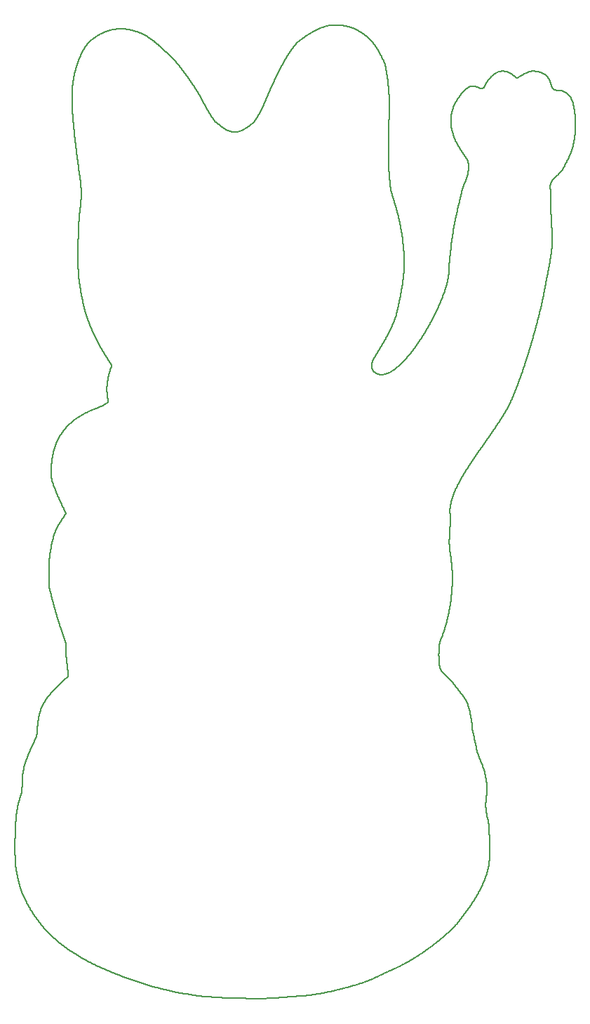
<source format=gm1>
G04 MADE WITH FRITZING*
G04 WWW.FRITZING.ORG*
G04 DOUBLE SIDED*
G04 HOLES PLATED*
G04 CONTOUR ON CENTER OF CONTOUR VECTOR*
%ASAXBY*%
%FSLAX23Y23*%
%MOIN*%
%OFA0B0*%
%SFA1.0B1.0*%
%ADD10C,0.008*%
%LNCONTOUR*%
G90*
G70*
G54D10*
X1516Y4625D02*
X1517Y4625D01*
X1518Y4625D01*
X1519Y4625D01*
X1520Y4625D01*
X1521Y4625D01*
X1522Y4625D01*
X1523Y4625D01*
X1524Y4625D01*
X1525Y4625D01*
X1526Y4625D01*
X1527Y4625D01*
X1528Y4625D01*
X1529Y4625D01*
X1530Y4625D01*
X1531Y4625D01*
X1532Y4625D01*
X1533Y4625D01*
X1534Y4625D01*
X1535Y4625D01*
X1536Y4625D01*
X1537Y4625D01*
X1538Y4625D01*
X1539Y4625D01*
X1540Y4625D01*
X1541Y4625D01*
X1542Y4625D01*
X1543Y4625D01*
X1544Y4625D01*
X1545Y4625D01*
X1546Y4625D01*
X1547Y4625D01*
X1548Y4625D01*
X1549Y4625D01*
X1550Y4625D01*
X1551Y4625D01*
X1552Y4625D01*
X1553Y4625D01*
X1554Y4625D01*
X1555Y4625D01*
X1556Y4625D01*
X1557Y4625D01*
X1558Y4625D01*
X1559Y4624D01*
X1560Y4624D01*
X1561Y4624D01*
X1562Y4624D01*
X1563Y4624D01*
X1564Y4624D01*
X1565Y4624D01*
X1566Y4624D01*
X1567Y4624D01*
X1568Y4624D01*
X1569Y4623D01*
X1570Y4623D01*
X1571Y4623D01*
X1572Y4623D01*
X1573Y4623D01*
X1574Y4623D01*
X1575Y4623D01*
X1576Y4623D01*
X1577Y4622D01*
X1578Y4622D01*
X1579Y4622D01*
X1580Y4622D01*
X1581Y4622D01*
X1582Y4622D01*
X1583Y4621D01*
X1584Y4621D01*
X1585Y4621D01*
X1586Y4621D01*
X1587Y4621D01*
X1588Y4621D01*
X1589Y4620D01*
X1590Y4620D01*
X1591Y4620D01*
X1592Y4620D01*
X1593Y4620D01*
X1594Y4619D01*
X1595Y4619D01*
X1596Y4619D01*
X1597Y4619D01*
X1598Y4618D01*
X1599Y4618D01*
X1600Y4618D01*
X1601Y4618D01*
X1602Y4618D01*
X1603Y4617D01*
X1604Y4617D01*
X1605Y4617D01*
X1606Y4617D01*
X1607Y4616D01*
X1608Y4616D01*
X1609Y4616D01*
X1610Y4615D01*
X1611Y4615D01*
X1612Y4615D01*
X1613Y4614D01*
X1614Y4614D01*
X1615Y4614D01*
X1616Y4613D01*
X1617Y4613D01*
X1618Y4613D01*
X1619Y4612D01*
X1620Y4612D01*
X1621Y4612D01*
X1622Y4611D01*
X1623Y4611D01*
X1624Y4610D01*
X1625Y4610D01*
X1626Y4609D01*
X1627Y4609D01*
X1628Y4609D01*
X1629Y4608D01*
X1630Y4608D01*
X1631Y4607D01*
X1632Y4607D01*
X1633Y4606D01*
X1634Y4606D01*
X1635Y4605D01*
X1636Y4605D01*
X1637Y4604D01*
X1638Y4604D01*
X1639Y4603D01*
X1640Y4603D01*
X1641Y4602D01*
X1642Y4601D01*
X1643Y4601D01*
X1644Y4600D01*
X1645Y4600D01*
X1646Y4599D01*
X1647Y4599D01*
X1648Y4598D01*
X1649Y4598D01*
X1650Y4597D01*
X1651Y4597D01*
X1652Y4596D01*
X1653Y4595D01*
X1654Y4595D01*
X1655Y4594D01*
X1656Y4594D01*
X1657Y4593D01*
X1658Y4592D01*
X1659Y4592D01*
X1660Y4591D01*
X1661Y4591D01*
X1662Y4590D01*
X1663Y4589D01*
X1664Y4589D01*
X1665Y4588D01*
X1666Y4587D01*
X1667Y4587D01*
X1668Y4586D01*
X1669Y4586D01*
X1670Y4585D01*
X1671Y4584D01*
X1672Y4584D01*
X1673Y4583D01*
X1674Y4582D01*
X1675Y4581D01*
X1676Y4581D01*
X1677Y4580D01*
X1678Y4579D01*
X1679Y4579D01*
X1680Y4578D01*
X1681Y4577D01*
X1682Y4576D01*
X1683Y4575D01*
X1684Y4575D01*
X1685Y4574D01*
X1686Y4573D01*
X1687Y4572D01*
X1688Y4571D01*
X1689Y4571D01*
X1690Y4570D01*
X1691Y4569D01*
X1692Y4568D01*
X1693Y4567D01*
X1694Y4566D01*
X1695Y4565D01*
X1696Y4564D01*
X1697Y4563D01*
X1698Y4563D01*
X1699Y4562D01*
X1700Y4561D01*
X1701Y4560D01*
X1702Y4559D01*
X1703Y4558D01*
X1704Y4557D01*
X1704Y4556D01*
X1705Y4555D01*
X1706Y4554D01*
X1707Y4553D01*
X1708Y4552D01*
X1709Y4551D01*
X1710Y4550D01*
X1711Y4549D01*
X1712Y4548D01*
X1713Y4547D01*
X1713Y4546D01*
X1714Y4545D01*
X1715Y4544D01*
X1716Y4543D01*
X1717Y4542D01*
X1718Y4541D01*
X1718Y4540D01*
X1719Y4539D01*
X1720Y4538D01*
X1721Y4537D01*
X1721Y4536D01*
X1722Y4535D01*
X1723Y4534D01*
X1724Y4533D01*
X1724Y4532D01*
X1725Y4531D01*
X1726Y4530D01*
X1727Y4529D01*
X1727Y4528D01*
X1728Y4527D01*
X1729Y4526D01*
X1729Y4525D01*
X1730Y4524D01*
X1731Y4523D01*
X1731Y4522D01*
X1732Y4521D01*
X1733Y4520D01*
X1733Y4519D01*
X1734Y4518D01*
X1735Y4517D01*
X1735Y4516D01*
X1736Y4515D01*
X1736Y4514D01*
X1737Y4513D01*
X1738Y4512D01*
X1738Y4511D01*
X1739Y4510D01*
X1740Y4509D01*
X1740Y4508D01*
X1741Y4507D01*
X1741Y4506D01*
X1742Y4505D01*
X1742Y4504D01*
X1743Y4503D01*
X1744Y4502D01*
X1744Y4501D01*
X1745Y4500D01*
X1745Y4499D01*
X1746Y4498D01*
X1746Y4497D01*
X1747Y4496D01*
X1748Y4495D01*
X1748Y4494D01*
X1749Y4493D01*
X1749Y4492D01*
X1750Y4491D01*
X1750Y4490D01*
X1751Y4489D01*
X1751Y4488D01*
X1752Y4487D01*
X1752Y4486D01*
X1753Y4485D01*
X1753Y4484D01*
X1754Y4483D01*
X1754Y4482D01*
X1755Y4481D01*
X1756Y4480D01*
X1756Y4479D01*
X1757Y4478D01*
X1757Y4477D01*
X1758Y4476D01*
X1758Y4475D01*
X1759Y4474D01*
X1759Y4472D01*
X1760Y4471D01*
X1760Y4470D01*
X1761Y4469D01*
X1761Y4468D01*
X1762Y4467D01*
X1762Y4466D01*
X1763Y4465D01*
X1763Y4464D01*
X1764Y4463D01*
X1764Y4462D01*
X1765Y4461D01*
X1765Y4460D01*
X1766Y4459D01*
X1766Y4458D01*
X1767Y4457D01*
X1767Y4456D01*
X1768Y4455D01*
X1768Y4453D01*
X1769Y4452D01*
X1769Y4451D01*
X1770Y4450D01*
X1770Y4449D01*
X1771Y4448D01*
X1771Y4447D01*
X1772Y4446D01*
X1772Y4445D01*
X1773Y4444D01*
X1773Y4442D01*
X1774Y4441D01*
X1774Y4437D01*
X1775Y4436D01*
X1775Y4431D01*
X1776Y4430D01*
X1776Y4426D01*
X1777Y4425D01*
X1777Y4421D01*
X1778Y4420D01*
X1778Y4415D01*
X1779Y4414D01*
X1779Y4410D01*
X1780Y4409D01*
X1780Y4404D01*
X1781Y4403D01*
X1781Y4397D01*
X1782Y4396D01*
X1782Y4391D01*
X1783Y4390D01*
X1783Y4385D01*
X1784Y4384D01*
X1784Y4378D01*
X1785Y4377D01*
X1785Y4371D01*
X1786Y4370D01*
X1786Y4364D01*
X1787Y4363D01*
X1787Y4355D01*
X1788Y4354D01*
X1788Y4347D01*
X1789Y4346D01*
X1789Y4337D01*
X1790Y4336D01*
X1790Y4326D01*
X1791Y4325D01*
X1791Y4313D01*
X1792Y4312D01*
X1792Y4298D01*
X1793Y4297D01*
X1793Y4270D01*
X1794Y4269D01*
X1794Y4218D01*
X1793Y4217D01*
X1793Y4178D01*
X1792Y4177D01*
X1792Y4142D01*
X1791Y4141D01*
X1791Y4101D01*
X1790Y4100D01*
X1790Y3995D01*
X1791Y3994D01*
X1791Y3956D01*
X1792Y3955D01*
X1792Y3932D01*
X1793Y3931D01*
X1793Y3915D01*
X1794Y3914D01*
X1794Y3902D01*
X1795Y3901D01*
X1795Y3891D01*
X1796Y3890D01*
X1796Y3881D01*
X1797Y3880D01*
X1797Y3873D01*
X1798Y3872D01*
X1798Y3865D01*
X1799Y3864D01*
X1799Y3857D01*
X1800Y3856D01*
X1800Y3850D01*
X1801Y3849D01*
X1801Y3842D01*
X1802Y3841D01*
X1802Y3837D01*
X1803Y3836D01*
X1803Y3833D01*
X1804Y3832D01*
X1804Y3830D01*
X1805Y3829D01*
X1805Y3827D01*
X1806Y3826D01*
X1806Y3823D01*
X1807Y3822D01*
X1807Y3820D01*
X1808Y3819D01*
X1808Y3817D01*
X1809Y3816D01*
X1809Y3814D01*
X1810Y3813D01*
X1810Y3811D01*
X1811Y3810D01*
X1811Y3808D01*
X1812Y3807D01*
X1812Y3805D01*
X1813Y3804D01*
X1813Y3802D01*
X1814Y3801D01*
X1814Y3798D01*
X1815Y3797D01*
X1815Y3795D01*
X1816Y3794D01*
X1816Y3792D01*
X1817Y3791D01*
X1817Y3789D01*
X1818Y3788D01*
X1818Y3785D01*
X1819Y3784D01*
X1819Y3782D01*
X1820Y3781D01*
X1820Y3779D01*
X1821Y3778D01*
X1821Y3776D01*
X1822Y3775D01*
X1822Y3772D01*
X1823Y3771D01*
X1823Y3769D01*
X1824Y3768D01*
X1824Y3765D01*
X1825Y3764D01*
X1825Y3762D01*
X1826Y3761D01*
X1826Y3758D01*
X1827Y3757D01*
X1827Y3754D01*
X1828Y3753D01*
X1828Y3751D01*
X1829Y3750D01*
X1829Y3747D01*
X1830Y3746D01*
X1830Y3743D01*
X1831Y3742D01*
X1831Y3740D01*
X1832Y3739D01*
X1832Y3736D01*
X1833Y3735D01*
X1833Y3732D01*
X1834Y3731D01*
X1834Y3728D01*
X1835Y3727D01*
X1835Y3724D01*
X1836Y3723D01*
X1836Y3720D01*
X1837Y3719D01*
X1837Y3716D01*
X1838Y3715D01*
X1838Y3711D01*
X1839Y3710D01*
X1839Y3707D01*
X1840Y3706D01*
X1840Y3703D01*
X1841Y3702D01*
X1841Y3698D01*
X1842Y3697D01*
X1842Y3694D01*
X1843Y3693D01*
X1843Y3689D01*
X1844Y3688D01*
X1844Y3684D01*
X1845Y3683D01*
X1845Y3679D01*
X1846Y3678D01*
X1846Y3674D01*
X1847Y3673D01*
X1847Y3669D01*
X1848Y3668D01*
X1848Y3664D01*
X1849Y3663D01*
X1849Y3658D01*
X1850Y3657D01*
X1850Y3653D01*
X1851Y3652D01*
X1851Y3647D01*
X1852Y3646D01*
X1852Y3640D01*
X1853Y3639D01*
X1853Y3634D01*
X1854Y3633D01*
X1854Y3628D01*
X1855Y3627D01*
X1855Y3621D01*
X1856Y3620D01*
X1856Y3613D01*
X1857Y3612D01*
X1857Y3605D01*
X1858Y3604D01*
X1858Y3598D01*
X1859Y3597D01*
X1859Y3589D01*
X1860Y3588D01*
X1860Y3578D01*
X1861Y3577D01*
X1861Y3567D01*
X1862Y3566D01*
X1862Y3553D01*
X1863Y3552D01*
X1863Y3535D01*
X1864Y3534D01*
X1864Y3464D01*
X1863Y3463D01*
X1863Y3449D01*
X1862Y3448D01*
X1862Y3437D01*
X1861Y3436D01*
X1861Y3428D01*
X1860Y3427D01*
X1860Y3419D01*
X1859Y3418D01*
X1859Y3411D01*
X1858Y3410D01*
X1858Y3404D01*
X1857Y3403D01*
X1857Y3397D01*
X1856Y3396D01*
X1856Y3391D01*
X1855Y3390D01*
X1855Y3384D01*
X1854Y3383D01*
X1854Y3378D01*
X1853Y3377D01*
X1853Y3373D01*
X1852Y3372D01*
X1852Y3367D01*
X1851Y3366D01*
X1851Y3361D01*
X1850Y3360D01*
X1850Y3356D01*
X1849Y3355D01*
X1849Y3351D01*
X1848Y3350D01*
X1848Y3346D01*
X1847Y3345D01*
X1847Y3341D01*
X1846Y3340D01*
X1846Y3336D01*
X1845Y3335D01*
X1845Y3331D01*
X1844Y3330D01*
X1844Y3326D01*
X1843Y3325D01*
X1843Y3321D01*
X1842Y3320D01*
X1842Y3316D01*
X1841Y3315D01*
X1841Y3311D01*
X1840Y3310D01*
X1840Y3306D01*
X1839Y3305D01*
X1839Y3301D01*
X1838Y3300D01*
X1838Y3297D01*
X1837Y3296D01*
X1837Y3292D01*
X1836Y3291D01*
X1836Y3287D01*
X1835Y3286D01*
X1835Y3283D01*
X1834Y3282D01*
X1834Y3278D01*
X1833Y3277D01*
X1833Y3274D01*
X1832Y3273D01*
X1832Y3269D01*
X1831Y3268D01*
X1831Y3264D01*
X1830Y3263D01*
X1830Y3260D01*
X1829Y3259D01*
X1829Y3256D01*
X1828Y3255D01*
X1828Y3253D01*
X1827Y3252D01*
X1827Y3249D01*
X1826Y3248D01*
X1826Y3246D01*
X1825Y3245D01*
X1825Y3243D01*
X1824Y3242D01*
X1824Y3240D01*
X1823Y3239D01*
X1823Y3237D01*
X1822Y3236D01*
X1822Y3234D01*
X1821Y3233D01*
X1821Y3232D01*
X1820Y3231D01*
X1820Y3229D01*
X1819Y3228D01*
X1819Y3226D01*
X1818Y3225D01*
X1818Y3224D01*
X1817Y3223D01*
X1817Y3221D01*
X1816Y3220D01*
X1816Y3219D01*
X1815Y3218D01*
X1815Y3216D01*
X1814Y3215D01*
X1814Y3214D01*
X1813Y3213D01*
X1813Y3211D01*
X1812Y3210D01*
X1812Y3209D01*
X1811Y3208D01*
X1811Y3207D01*
X1810Y3206D01*
X1810Y3204D01*
X1809Y3203D01*
X1809Y3202D01*
X1808Y3201D01*
X1808Y3200D01*
X1807Y3199D01*
X1807Y3198D01*
X1806Y3197D01*
X1806Y3195D01*
X1805Y3194D01*
X1805Y3193D01*
X1804Y3192D01*
X1804Y3191D01*
X1803Y3190D01*
X1803Y3189D01*
X1802Y3188D01*
X1802Y3187D01*
X1801Y3186D01*
X1801Y3184D01*
X1800Y3183D01*
X1800Y3182D01*
X1799Y3181D01*
X1799Y3180D01*
X1798Y3179D01*
X1798Y3178D01*
X1797Y3177D01*
X1797Y3176D01*
X1796Y3175D01*
X1796Y3174D01*
X1795Y3173D01*
X1795Y3172D01*
X1794Y3171D01*
X1794Y3170D01*
X1793Y3169D01*
X1793Y3168D01*
X1792Y3167D01*
X1792Y3166D01*
X1791Y3165D01*
X1791Y3164D01*
X1790Y3163D01*
X1790Y3162D01*
X1789Y3161D01*
X1789Y3160D01*
X1788Y3159D01*
X1788Y3158D01*
X1787Y3157D01*
X1787Y3156D01*
X1786Y3155D01*
X1786Y3154D01*
X1785Y3153D01*
X1785Y3152D01*
X1784Y3151D01*
X1783Y3150D01*
X1783Y3149D01*
X1782Y3148D01*
X1782Y3147D01*
X1781Y3146D01*
X1781Y3145D01*
X1780Y3144D01*
X1780Y3143D01*
X1779Y3142D01*
X1779Y3141D01*
X1778Y3140D01*
X1778Y3139D01*
X1777Y3138D01*
X1777Y3137D01*
X1776Y3136D01*
X1775Y3135D01*
X1775Y3134D01*
X1774Y3133D01*
X1774Y3132D01*
X1773Y3131D01*
X1773Y3130D01*
X1772Y3129D01*
X1771Y3128D01*
X1771Y3127D01*
X1770Y3126D01*
X1770Y3125D01*
X1769Y3124D01*
X1769Y3123D01*
X1768Y3122D01*
X1767Y3121D01*
X1767Y3120D01*
X1766Y3119D01*
X1766Y3118D01*
X1765Y3117D01*
X1765Y3116D01*
X1764Y3115D01*
X1763Y3114D01*
X1763Y3113D01*
X1762Y3112D01*
X1762Y3111D01*
X1761Y3110D01*
X1760Y3109D01*
X1760Y3108D01*
X1759Y3107D01*
X1758Y3106D01*
X1758Y3105D01*
X1757Y3104D01*
X1757Y3103D01*
X1756Y3102D01*
X1755Y3101D01*
X1755Y3100D01*
X1754Y3099D01*
X1754Y3098D01*
X1753Y3097D01*
X1752Y3096D01*
X1752Y3095D01*
X1751Y3094D01*
X1751Y3093D01*
X1750Y3092D01*
X1749Y3091D01*
X1749Y3090D01*
X1748Y3089D01*
X1747Y3088D01*
X1747Y3087D01*
X1746Y3086D01*
X1746Y3085D01*
X1745Y3084D01*
X1744Y3083D01*
X1744Y3082D01*
X1743Y3081D01*
X1743Y3080D01*
X1742Y3079D01*
X1741Y3078D01*
X1741Y3077D01*
X1740Y3076D01*
X1739Y3075D01*
X1739Y3074D01*
X1738Y3073D01*
X1738Y3072D01*
X1737Y3071D01*
X1736Y3070D01*
X1736Y3069D01*
X1735Y3068D01*
X1735Y3067D01*
X1734Y3066D01*
X1733Y3065D01*
X1733Y3064D01*
X1732Y3063D01*
X1731Y3062D01*
X1731Y3061D01*
X1730Y3060D01*
X1730Y3059D01*
X1729Y3058D01*
X1729Y3057D01*
X1728Y3056D01*
X1727Y3055D01*
X1727Y3054D01*
X1726Y3053D01*
X1726Y3052D01*
X1725Y3051D01*
X1724Y3050D01*
X1724Y3049D01*
X1723Y3048D01*
X1723Y3047D01*
X1722Y3046D01*
X1722Y3045D01*
X1721Y3044D01*
X1721Y3043D01*
X1720Y3042D01*
X1720Y3041D01*
X1719Y3040D01*
X1718Y3039D01*
X1718Y3038D01*
X1717Y3037D01*
X1717Y3036D01*
X1716Y3035D01*
X1716Y3033D01*
X1715Y3032D01*
X1715Y3031D01*
X1714Y3030D01*
X1714Y3029D01*
X1713Y3028D01*
X1713Y3026D01*
X1712Y3025D01*
X1712Y3023D01*
X1711Y3022D01*
X1711Y3020D01*
X1710Y3019D01*
X1710Y2999D01*
X1711Y2998D01*
X1711Y2995D01*
X1712Y2994D01*
X1712Y2993D01*
X1713Y2992D01*
X1713Y2991D01*
X1714Y2990D01*
X1714Y2989D01*
X1715Y2988D01*
X1716Y2987D01*
X1716Y2986D01*
X1717Y2985D01*
X1718Y2984D01*
X1718Y2983D01*
X1719Y2982D01*
X1720Y2981D01*
X1721Y2980D01*
X1722Y2979D01*
X1723Y2978D01*
X1724Y2977D01*
X1725Y2977D01*
X1726Y2976D01*
X1727Y2975D01*
X1728Y2974D01*
X1729Y2974D01*
X1730Y2973D01*
X1731Y2973D01*
X1732Y2972D01*
X1733Y2972D01*
X1734Y2971D01*
X1735Y2971D01*
X1736Y2970D01*
X1737Y2970D01*
X1738Y2969D01*
X1739Y2969D01*
X1740Y2969D01*
X1741Y2968D01*
X1742Y2968D01*
X1743Y2968D01*
X1744Y2967D01*
X1745Y2967D01*
X1746Y2967D01*
X1747Y2967D01*
X1748Y2967D01*
X1749Y2966D01*
X1750Y2966D01*
X1751Y2966D01*
X1752Y2966D01*
X1753Y2966D01*
X1754Y2966D01*
X1755Y2966D01*
X1756Y2966D01*
X1757Y2966D01*
X1758Y2966D01*
X1759Y2966D01*
X1760Y2966D01*
X1761Y2966D01*
X1762Y2966D01*
X1763Y2966D01*
X1764Y2966D01*
X1765Y2966D01*
X1766Y2967D01*
X1767Y2967D01*
X1768Y2967D01*
X1769Y2967D01*
X1770Y2967D01*
X1771Y2967D01*
X1772Y2968D01*
X1773Y2968D01*
X1774Y2968D01*
X1775Y2969D01*
X1776Y2969D01*
X1777Y2969D01*
X1778Y2969D01*
X1779Y2970D01*
X1780Y2970D01*
X1781Y2970D01*
X1782Y2971D01*
X1783Y2971D01*
X1784Y2971D01*
X1785Y2972D01*
X1786Y2972D01*
X1787Y2973D01*
X1788Y2973D01*
X1789Y2974D01*
X1790Y2974D01*
X1791Y2974D01*
X1792Y2975D01*
X1793Y2975D01*
X1794Y2976D01*
X1795Y2976D01*
X1796Y2977D01*
X1797Y2977D01*
X1798Y2978D01*
X1799Y2979D01*
X1800Y2979D01*
X1801Y2980D01*
X1802Y2980D01*
X1803Y2981D01*
X1804Y2981D01*
X1805Y2982D01*
X1806Y2983D01*
X1807Y2983D01*
X1808Y2984D01*
X1809Y2985D01*
X1810Y2985D01*
X1811Y2986D01*
X1812Y2987D01*
X1813Y2987D01*
X1814Y2988D01*
X1815Y2989D01*
X1816Y2989D01*
X1817Y2990D01*
X1818Y2991D01*
X1819Y2991D01*
X1820Y2992D01*
X1821Y2993D01*
X1822Y2994D01*
X1823Y2994D01*
X1824Y2995D01*
X1825Y2996D01*
X1826Y2997D01*
X1827Y2998D01*
X1828Y2998D01*
X1829Y2999D01*
X1830Y3000D01*
X1831Y3001D01*
X1832Y3002D01*
X1833Y3003D01*
X1834Y3003D01*
X1835Y3004D01*
X1836Y3005D01*
X1837Y3006D01*
X1838Y3007D01*
X1839Y3008D01*
X1840Y3009D01*
X1841Y3010D01*
X1842Y3011D01*
X1843Y3011D01*
X1844Y3012D01*
X1845Y3013D01*
X1846Y3014D01*
X1847Y3015D01*
X1848Y3016D01*
X1849Y3017D01*
X1850Y3018D01*
X1851Y3019D01*
X1852Y3020D01*
X1853Y3021D01*
X1854Y3022D01*
X1855Y3023D01*
X1856Y3024D01*
X1857Y3025D01*
X1858Y3026D01*
X1859Y3027D01*
X1860Y3028D01*
X1861Y3029D01*
X1862Y3030D01*
X1863Y3031D01*
X1864Y3032D01*
X1865Y3033D01*
X1866Y3034D01*
X1866Y3035D01*
X1867Y3036D01*
X1868Y3037D01*
X1869Y3038D01*
X1870Y3039D01*
X1871Y3040D01*
X1872Y3041D01*
X1873Y3042D01*
X1874Y3043D01*
X1875Y3044D01*
X1876Y3045D01*
X1876Y3046D01*
X1877Y3047D01*
X1878Y3048D01*
X1879Y3049D01*
X1880Y3050D01*
X1881Y3051D01*
X1882Y3052D01*
X1882Y3053D01*
X1883Y3054D01*
X1884Y3055D01*
X1885Y3056D01*
X1886Y3057D01*
X1887Y3058D01*
X1888Y3059D01*
X1888Y3060D01*
X1889Y3061D01*
X1890Y3062D01*
X1891Y3063D01*
X1892Y3064D01*
X1892Y3065D01*
X1893Y3066D01*
X1894Y3067D01*
X1895Y3068D01*
X1896Y3069D01*
X1896Y3070D01*
X1897Y3071D01*
X1898Y3072D01*
X1899Y3073D01*
X1900Y3074D01*
X1900Y3075D01*
X1901Y3076D01*
X1902Y3077D01*
X1903Y3078D01*
X1904Y3079D01*
X1904Y3080D01*
X1905Y3081D01*
X1906Y3082D01*
X1907Y3083D01*
X1907Y3084D01*
X1908Y3085D01*
X1909Y3086D01*
X1910Y3087D01*
X1910Y3088D01*
X1911Y3089D01*
X1912Y3090D01*
X1913Y3091D01*
X1913Y3092D01*
X1914Y3093D01*
X1915Y3094D01*
X1916Y3095D01*
X1916Y3096D01*
X1917Y3097D01*
X1918Y3098D01*
X1918Y3099D01*
X1919Y3100D01*
X1920Y3101D01*
X1921Y3102D01*
X1921Y3103D01*
X1922Y3104D01*
X1923Y3105D01*
X1923Y3106D01*
X1924Y3107D01*
X1925Y3108D01*
X1925Y3109D01*
X1926Y3110D01*
X1927Y3111D01*
X1928Y3112D01*
X1928Y3113D01*
X1929Y3114D01*
X1930Y3115D01*
X1930Y3116D01*
X1931Y3117D01*
X1932Y3118D01*
X1932Y3119D01*
X1933Y3120D01*
X1934Y3121D01*
X1934Y3122D01*
X1935Y3123D01*
X1936Y3124D01*
X1936Y3125D01*
X1937Y3126D01*
X1938Y3127D01*
X1938Y3128D01*
X1939Y3129D01*
X1940Y3130D01*
X1940Y3131D01*
X1941Y3132D01*
X1942Y3133D01*
X1942Y3134D01*
X1943Y3135D01*
X1944Y3136D01*
X1944Y3137D01*
X1945Y3138D01*
X1946Y3139D01*
X1946Y3140D01*
X1947Y3141D01*
X1948Y3142D01*
X1948Y3143D01*
X1949Y3144D01*
X1950Y3145D01*
X1950Y3146D01*
X1951Y3147D01*
X1951Y3148D01*
X1952Y3149D01*
X1953Y3150D01*
X1953Y3151D01*
X1954Y3152D01*
X1955Y3153D01*
X1955Y3154D01*
X1956Y3155D01*
X1957Y3156D01*
X1957Y3157D01*
X1958Y3158D01*
X1958Y3159D01*
X1959Y3160D01*
X1960Y3161D01*
X1960Y3162D01*
X1961Y3163D01*
X1961Y3164D01*
X1962Y3165D01*
X1963Y3166D01*
X1963Y3167D01*
X1964Y3168D01*
X1964Y3169D01*
X1965Y3170D01*
X1966Y3171D01*
X1966Y3172D01*
X1967Y3173D01*
X1967Y3174D01*
X1968Y3175D01*
X1969Y3176D01*
X1969Y3177D01*
X1970Y3178D01*
X1970Y3179D01*
X1971Y3180D01*
X1972Y3181D01*
X1972Y3182D01*
X1973Y3183D01*
X1973Y3184D01*
X1974Y3185D01*
X1974Y3186D01*
X1975Y3187D01*
X1976Y3188D01*
X1976Y3189D01*
X1977Y3190D01*
X1977Y3191D01*
X1978Y3192D01*
X1979Y3193D01*
X1979Y3194D01*
X1980Y3195D01*
X1980Y3196D01*
X1981Y3197D01*
X1981Y3198D01*
X1982Y3199D01*
X1983Y3200D01*
X1983Y3201D01*
X1984Y3202D01*
X1984Y3203D01*
X1985Y3204D01*
X1985Y3205D01*
X1986Y3206D01*
X1986Y3207D01*
X1987Y3208D01*
X1987Y3209D01*
X1988Y3210D01*
X1989Y3211D01*
X1989Y3212D01*
X1990Y3213D01*
X1990Y3214D01*
X1991Y3215D01*
X1991Y3216D01*
X1992Y3217D01*
X1992Y3218D01*
X1993Y3219D01*
X1993Y3220D01*
X1994Y3221D01*
X1995Y3222D01*
X1995Y3223D01*
X1996Y3224D01*
X1996Y3225D01*
X1997Y3226D01*
X1997Y3227D01*
X1998Y3228D01*
X1998Y3229D01*
X1999Y3230D01*
X1999Y3231D01*
X2000Y3232D01*
X2000Y3233D01*
X2001Y3234D01*
X2001Y3235D01*
X2002Y3236D01*
X2002Y3237D01*
X2003Y3238D01*
X2003Y3239D01*
X2004Y3240D01*
X2004Y3241D01*
X2005Y3242D01*
X2005Y3243D01*
X2006Y3244D01*
X2007Y3245D01*
X2007Y3246D01*
X2008Y3247D01*
X2008Y3248D01*
X2009Y3249D01*
X2009Y3251D01*
X2010Y3252D01*
X2010Y3253D01*
X2011Y3254D01*
X2011Y3255D01*
X2012Y3256D01*
X2012Y3257D01*
X2013Y3258D01*
X2013Y3259D01*
X2014Y3260D01*
X2014Y3261D01*
X2015Y3262D01*
X2015Y3263D01*
X2016Y3264D01*
X2016Y3265D01*
X2017Y3266D01*
X2017Y3267D01*
X2018Y3268D01*
X2018Y3269D01*
X2019Y3270D01*
X2019Y3271D01*
X2020Y3272D01*
X2020Y3273D01*
X2021Y3274D01*
X2021Y3275D01*
X2022Y3276D01*
X2022Y3278D01*
X2023Y3279D01*
X2023Y3280D01*
X2024Y3281D01*
X2024Y3282D01*
X2025Y3283D01*
X2025Y3284D01*
X2026Y3285D01*
X2026Y3286D01*
X2027Y3287D01*
X2027Y3288D01*
X2028Y3289D01*
X2028Y3291D01*
X2029Y3292D01*
X2029Y3293D01*
X2030Y3294D01*
X2030Y3295D01*
X2031Y3296D01*
X2031Y3297D01*
X2032Y3298D01*
X2032Y3300D01*
X2033Y3301D01*
X2033Y3302D01*
X2034Y3303D01*
X2034Y3304D01*
X2035Y3305D01*
X2035Y3307D01*
X2036Y3308D01*
X2036Y3309D01*
X2037Y3310D01*
X2037Y3311D01*
X2038Y3312D01*
X2038Y3314D01*
X2039Y3315D01*
X2039Y3316D01*
X2040Y3317D01*
X2040Y3319D01*
X2041Y3320D01*
X2041Y3321D01*
X2042Y3322D01*
X2042Y3324D01*
X2043Y3325D01*
X2043Y3326D01*
X2044Y3327D01*
X2044Y3329D01*
X2045Y3330D01*
X2045Y3331D01*
X2046Y3332D01*
X2046Y3334D01*
X2047Y3335D01*
X2047Y3336D01*
X2048Y3337D01*
X2048Y3339D01*
X2049Y3340D01*
X2049Y3342D01*
X2050Y3343D01*
X2050Y3344D01*
X2051Y3345D01*
X2051Y3347D01*
X2052Y3348D01*
X2052Y3350D01*
X2053Y3351D01*
X2053Y3352D01*
X2054Y3353D01*
X2054Y3355D01*
X2055Y3356D01*
X2055Y3358D01*
X2056Y3359D01*
X2056Y3361D01*
X2057Y3362D01*
X2057Y3364D01*
X2058Y3365D01*
X2058Y3367D01*
X2059Y3368D01*
X2059Y3370D01*
X2060Y3371D01*
X2060Y3373D01*
X2061Y3374D01*
X2061Y3377D01*
X2062Y3378D01*
X2062Y3380D01*
X2063Y3381D01*
X2063Y3383D01*
X2064Y3384D01*
X2064Y3386D01*
X2065Y3387D01*
X2065Y3390D01*
X2066Y3391D01*
X2066Y3394D01*
X2067Y3395D01*
X2067Y3398D01*
X2068Y3399D01*
X2068Y3402D01*
X2069Y3403D01*
X2069Y3405D01*
X2070Y3406D01*
X2070Y3410D01*
X2071Y3411D01*
X2071Y3414D01*
X2072Y3415D01*
X2072Y3419D01*
X2073Y3420D01*
X2073Y3425D01*
X2074Y3426D01*
X2074Y3432D01*
X2075Y3433D01*
X2075Y3441D01*
X2076Y3442D01*
X2076Y3456D01*
X2077Y3457D01*
X2077Y3470D01*
X2078Y3471D01*
X2078Y3483D01*
X2079Y3484D01*
X2079Y3496D01*
X2080Y3497D01*
X2080Y3508D01*
X2081Y3509D01*
X2081Y3519D01*
X2082Y3520D01*
X2082Y3529D01*
X2083Y3530D01*
X2083Y3540D01*
X2084Y3541D01*
X2084Y3549D01*
X2085Y3550D01*
X2085Y3558D01*
X2086Y3559D01*
X2086Y3568D01*
X2087Y3569D01*
X2087Y3576D01*
X2088Y3577D01*
X2088Y3584D01*
X2089Y3585D01*
X2089Y3592D01*
X2090Y3593D01*
X2090Y3600D01*
X2091Y3601D01*
X2091Y3607D01*
X2092Y3608D01*
X2092Y3614D01*
X2093Y3615D01*
X2093Y3622D01*
X2094Y3623D01*
X2094Y3628D01*
X2095Y3629D01*
X2095Y3635D01*
X2096Y3636D01*
X2096Y3641D01*
X2097Y3642D01*
X2097Y3647D01*
X2098Y3648D01*
X2098Y3653D01*
X2099Y3654D01*
X2099Y3659D01*
X2100Y3660D01*
X2100Y3665D01*
X2101Y3666D01*
X2101Y3670D01*
X2102Y3671D01*
X2102Y3676D01*
X2103Y3677D01*
X2103Y3681D01*
X2104Y3682D01*
X2104Y3686D01*
X2105Y3687D01*
X2105Y3692D01*
X2106Y3693D01*
X2106Y3697D01*
X2107Y3698D01*
X2107Y3702D01*
X2108Y3703D01*
X2108Y3706D01*
X2109Y3707D01*
X2109Y3711D01*
X2110Y3712D01*
X2110Y3716D01*
X2111Y3717D01*
X2111Y3721D01*
X2112Y3722D01*
X2112Y3725D01*
X2113Y3726D01*
X2113Y3730D01*
X2114Y3731D01*
X2114Y3734D01*
X2115Y3735D01*
X2115Y3738D01*
X2116Y3739D01*
X2116Y3743D01*
X2117Y3744D01*
X2117Y3747D01*
X2118Y3748D01*
X2118Y3752D01*
X2119Y3753D01*
X2119Y3756D01*
X2120Y3757D01*
X2120Y3761D01*
X2121Y3762D01*
X2121Y3765D01*
X2122Y3766D01*
X2122Y3769D01*
X2123Y3770D01*
X2123Y3773D01*
X2124Y3774D01*
X2124Y3777D01*
X2125Y3778D01*
X2125Y3781D01*
X2126Y3782D01*
X2126Y3786D01*
X2127Y3787D01*
X2127Y3790D01*
X2128Y3791D01*
X2128Y3794D01*
X2129Y3795D01*
X2129Y3798D01*
X2130Y3799D01*
X2130Y3802D01*
X2131Y3803D01*
X2131Y3806D01*
X2132Y3807D01*
X2132Y3811D01*
X2133Y3812D01*
X2133Y3815D01*
X2134Y3816D01*
X2134Y3819D01*
X2135Y3820D01*
X2135Y3823D01*
X2136Y3824D01*
X2136Y3827D01*
X2137Y3828D01*
X2137Y3831D01*
X2138Y3832D01*
X2138Y3835D01*
X2139Y3836D01*
X2139Y3840D01*
X2140Y3841D01*
X2140Y3844D01*
X2141Y3845D01*
X2141Y3848D01*
X2142Y3849D01*
X2142Y3851D01*
X2143Y3852D01*
X2143Y3854D01*
X2144Y3855D01*
X2144Y3856D01*
X2145Y3857D01*
X2145Y3859D01*
X2146Y3860D01*
X2146Y3861D01*
X2147Y3862D01*
X2147Y3864D01*
X2148Y3865D01*
X2148Y3866D01*
X2149Y3867D01*
X2149Y3869D01*
X2150Y3870D01*
X2150Y3871D01*
X2151Y3872D01*
X2151Y3873D01*
X2152Y3874D01*
X2152Y3876D01*
X2153Y3877D01*
X2153Y3879D01*
X2154Y3880D01*
X2154Y3881D01*
X2155Y3882D01*
X2155Y3884D01*
X2156Y3885D01*
X2156Y3887D01*
X2157Y3888D01*
X2157Y3890D01*
X2158Y3891D01*
X2158Y3893D01*
X2159Y3894D01*
X2159Y3895D01*
X2160Y3896D01*
X2160Y3899D01*
X2161Y3900D01*
X2161Y3902D01*
X2162Y3903D01*
X2162Y3905D01*
X2163Y3906D01*
X2163Y3908D01*
X2164Y3909D01*
X2164Y3912D01*
X2165Y3913D01*
X2165Y3915D01*
X2166Y3916D01*
X2166Y3919D01*
X2167Y3920D01*
X2167Y3923D01*
X2168Y3924D01*
X2168Y3928D01*
X2169Y3929D01*
X2169Y3934D01*
X2170Y3935D01*
X2170Y3941D01*
X2171Y3942D01*
X2171Y3965D01*
X2170Y3966D01*
X2170Y3971D01*
X2169Y3972D01*
X2169Y3975D01*
X2168Y3976D01*
X2168Y3978D01*
X2167Y3979D01*
X2167Y3980D01*
X2166Y3981D01*
X2166Y3983D01*
X2165Y3984D01*
X2165Y3985D01*
X2164Y3986D01*
X2164Y3987D01*
X2163Y3988D01*
X2163Y3989D01*
X2162Y3990D01*
X2162Y3991D01*
X2161Y3992D01*
X2160Y3993D01*
X2160Y3994D01*
X2159Y3995D01*
X2159Y3996D01*
X2158Y3997D01*
X2157Y3998D01*
X2157Y3999D01*
X2156Y4000D01*
X2155Y4001D01*
X2155Y4002D01*
X2154Y4003D01*
X2153Y4004D01*
X2153Y4005D01*
X2152Y4006D01*
X2151Y4007D01*
X2150Y4008D01*
X2150Y4009D01*
X2149Y4010D01*
X2148Y4011D01*
X2148Y4012D01*
X2147Y4013D01*
X2146Y4014D01*
X2146Y4015D01*
X2145Y4016D01*
X2144Y4017D01*
X2143Y4018D01*
X2143Y4019D01*
X2142Y4020D01*
X2141Y4021D01*
X2141Y4022D01*
X2140Y4023D01*
X2139Y4024D01*
X2139Y4025D01*
X2138Y4026D01*
X2137Y4027D01*
X2137Y4028D01*
X2136Y4029D01*
X2135Y4030D01*
X2135Y4031D01*
X2134Y4032D01*
X2134Y4033D01*
X2133Y4034D01*
X2132Y4035D01*
X2132Y4036D01*
X2131Y4037D01*
X2131Y4038D01*
X2130Y4039D01*
X2130Y4040D01*
X2129Y4041D01*
X2129Y4042D01*
X2128Y4043D01*
X2127Y4044D01*
X2127Y4045D01*
X2126Y4046D01*
X2125Y4047D01*
X2125Y4048D01*
X2124Y4049D01*
X2123Y4050D01*
X2123Y4051D01*
X2122Y4052D01*
X2122Y4053D01*
X2121Y4054D01*
X2120Y4055D01*
X2120Y4056D01*
X2119Y4057D01*
X2119Y4058D01*
X2118Y4059D01*
X2118Y4060D01*
X2117Y4061D01*
X2116Y4062D01*
X2116Y4063D01*
X2115Y4064D01*
X2115Y4065D01*
X2114Y4066D01*
X2114Y4067D01*
X2113Y4068D01*
X2113Y4069D01*
X2112Y4070D01*
X2112Y4071D01*
X2111Y4072D01*
X2111Y4073D01*
X2110Y4074D01*
X2110Y4075D01*
X2109Y4076D01*
X2109Y4077D01*
X2108Y4078D01*
X2108Y4080D01*
X2107Y4081D01*
X2107Y4082D01*
X2106Y4083D01*
X2106Y4084D01*
X2105Y4085D01*
X2105Y4086D01*
X2104Y4087D01*
X2104Y4089D01*
X2103Y4090D01*
X2103Y4091D01*
X2102Y4092D01*
X2102Y4094D01*
X2101Y4095D01*
X2101Y4097D01*
X2100Y4098D01*
X2100Y4099D01*
X2099Y4100D01*
X2099Y4102D01*
X2098Y4103D01*
X2098Y4105D01*
X2097Y4106D01*
X2097Y4108D01*
X2096Y4109D01*
X2096Y4112D01*
X2095Y4113D01*
X2095Y4115D01*
X2094Y4116D01*
X2094Y4119D01*
X2093Y4120D01*
X2093Y4123D01*
X2092Y4124D01*
X2092Y4127D01*
X2091Y4128D01*
X2091Y4132D01*
X2090Y4133D01*
X2090Y4137D01*
X2089Y4138D01*
X2089Y4144D01*
X2088Y4145D01*
X2088Y4153D01*
X2087Y4154D01*
X2087Y4190D01*
X2088Y4191D01*
X2088Y4198D01*
X2089Y4199D01*
X2089Y4204D01*
X2090Y4205D01*
X2090Y4209D01*
X2091Y4210D01*
X2091Y4214D01*
X2092Y4215D01*
X2092Y4218D01*
X2093Y4219D01*
X2093Y4221D01*
X2094Y4222D01*
X2094Y4225D01*
X2095Y4226D01*
X2095Y4228D01*
X2096Y4229D01*
X2096Y4231D01*
X2097Y4232D01*
X2097Y4234D01*
X2098Y4235D01*
X2098Y4236D01*
X2099Y4237D01*
X2099Y4239D01*
X2100Y4240D01*
X2100Y4241D01*
X2101Y4242D01*
X2101Y4244D01*
X2102Y4245D01*
X2102Y4246D01*
X2103Y4247D01*
X2103Y4248D01*
X2104Y4249D01*
X2104Y4250D01*
X2105Y4251D01*
X2105Y4252D01*
X2106Y4253D01*
X2106Y4254D01*
X2107Y4255D01*
X2107Y4256D01*
X2108Y4257D01*
X2108Y4258D01*
X2109Y4259D01*
X2109Y4260D01*
X2110Y4261D01*
X2111Y4262D01*
X2111Y4263D01*
X2112Y4264D01*
X2112Y4265D01*
X2113Y4266D01*
X2113Y4267D01*
X2114Y4268D01*
X2115Y4269D01*
X2115Y4270D01*
X2116Y4271D01*
X2117Y4272D01*
X2117Y4273D01*
X2118Y4274D01*
X2118Y4275D01*
X2119Y4276D01*
X2120Y4277D01*
X2120Y4278D01*
X2121Y4279D01*
X2122Y4280D01*
X2122Y4281D01*
X2123Y4282D01*
X2124Y4283D01*
X2124Y4284D01*
X2125Y4285D01*
X2126Y4286D01*
X2126Y4287D01*
X2127Y4288D01*
X2128Y4289D01*
X2129Y4290D01*
X2129Y4291D01*
X2130Y4292D01*
X2131Y4293D01*
X2131Y4294D01*
X2132Y4295D01*
X2133Y4296D01*
X2134Y4297D01*
X2135Y4298D01*
X2135Y4299D01*
X2136Y4300D01*
X2137Y4301D01*
X2138Y4302D01*
X2138Y4303D01*
X2139Y4304D01*
X2140Y4305D01*
X2141Y4306D01*
X2142Y4307D01*
X2143Y4308D01*
X2144Y4309D01*
X2145Y4310D01*
X2146Y4311D01*
X2146Y4312D01*
X2147Y4313D01*
X2148Y4314D01*
X2149Y4315D01*
X2150Y4316D01*
X2151Y4316D01*
X2152Y4317D01*
X2153Y4318D01*
X2154Y4319D01*
X2155Y4320D01*
X2156Y4321D01*
X2157Y4322D01*
X2158Y4323D01*
X2159Y4323D01*
X2160Y4324D01*
X2161Y4325D01*
X2162Y4325D01*
X2163Y4326D01*
X2164Y4327D01*
X2165Y4328D01*
X2166Y4328D01*
X2167Y4329D01*
X2168Y4329D01*
X2169Y4330D01*
X2170Y4330D01*
X2171Y4331D01*
X2172Y4331D01*
X2173Y4332D01*
X2174Y4332D01*
X2175Y4333D01*
X2176Y4333D01*
X2177Y4333D01*
X2178Y4334D01*
X2179Y4334D01*
X2180Y4334D01*
X2181Y4334D01*
X2182Y4335D01*
X2183Y4335D01*
X2184Y4335D01*
X2185Y4335D01*
X2186Y4335D01*
X2187Y4335D01*
X2188Y4335D01*
X2189Y4336D01*
X2190Y4336D01*
X2191Y4336D01*
X2192Y4336D01*
X2193Y4335D01*
X2194Y4335D01*
X2195Y4335D01*
X2196Y4335D01*
X2197Y4335D01*
X2198Y4335D01*
X2199Y4335D01*
X2200Y4335D01*
X2201Y4334D01*
X2202Y4334D01*
X2203Y4334D01*
X2204Y4334D01*
X2205Y4333D01*
X2206Y4333D01*
X2207Y4333D01*
X2208Y4332D01*
X2209Y4332D01*
X2210Y4332D01*
X2211Y4331D01*
X2212Y4331D01*
X2213Y4331D01*
X2214Y4330D01*
X2215Y4330D01*
X2216Y4329D01*
X2217Y4329D01*
X2218Y4329D01*
X2219Y4328D01*
X2220Y4328D01*
X2221Y4328D01*
X2222Y4327D01*
X2223Y4327D01*
X2224Y4327D01*
X2225Y4326D01*
X2226Y4326D01*
X2227Y4326D01*
X2228Y4326D01*
X2229Y4325D01*
X2230Y4325D01*
X2231Y4325D01*
X2232Y4325D01*
X2233Y4325D01*
X2234Y4325D01*
X2235Y4325D01*
X2236Y4326D01*
X2237Y4326D01*
X2238Y4326D01*
X2239Y4327D01*
X2240Y4327D01*
X2241Y4328D01*
X2242Y4328D01*
X2243Y4329D01*
X2244Y4330D01*
X2244Y4331D01*
X2245Y4332D01*
X2245Y4333D01*
X2246Y4334D01*
X2246Y4335D01*
X2247Y4336D01*
X2247Y4337D01*
X2248Y4338D01*
X2248Y4339D01*
X2249Y4340D01*
X2249Y4341D01*
X2250Y4342D01*
X2250Y4343D01*
X2251Y4344D01*
X2251Y4345D01*
X2252Y4346D01*
X2253Y4347D01*
X2253Y4348D01*
X2254Y4349D01*
X2254Y4350D01*
X2255Y4351D01*
X2255Y4352D01*
X2256Y4353D01*
X2257Y4354D01*
X2257Y4355D01*
X2258Y4356D01*
X2259Y4357D01*
X2259Y4358D01*
X2260Y4359D01*
X2261Y4360D01*
X2261Y4361D01*
X2262Y4362D01*
X2263Y4363D01*
X2264Y4364D01*
X2264Y4365D01*
X2265Y4366D01*
X2266Y4367D01*
X2266Y4368D01*
X2267Y4369D01*
X2268Y4370D01*
X2269Y4371D01*
X2270Y4372D01*
X2270Y4373D01*
X2271Y4374D01*
X2272Y4375D01*
X2273Y4376D01*
X2274Y4377D01*
X2275Y4378D01*
X2276Y4379D01*
X2277Y4380D01*
X2278Y4381D01*
X2279Y4382D01*
X2280Y4383D01*
X2281Y4384D01*
X2282Y4385D01*
X2283Y4386D01*
X2284Y4387D01*
X2285Y4388D01*
X2286Y4389D01*
X2287Y4389D01*
X2288Y4390D01*
X2289Y4391D01*
X2290Y4392D01*
X2291Y4393D01*
X2292Y4393D01*
X2293Y4394D01*
X2294Y4395D01*
X2295Y4395D01*
X2296Y4396D01*
X2297Y4396D01*
X2298Y4397D01*
X2299Y4398D01*
X2300Y4398D01*
X2301Y4399D01*
X2302Y4399D01*
X2303Y4400D01*
X2304Y4400D01*
X2305Y4401D01*
X2306Y4401D01*
X2307Y4402D01*
X2308Y4402D01*
X2309Y4402D01*
X2310Y4403D01*
X2311Y4403D01*
X2312Y4404D01*
X2313Y4404D01*
X2314Y4404D01*
X2315Y4405D01*
X2316Y4405D01*
X2317Y4405D01*
X2318Y4405D01*
X2319Y4406D01*
X2320Y4406D01*
X2321Y4406D01*
X2322Y4406D01*
X2323Y4406D01*
X2324Y4406D01*
X2325Y4407D01*
X2326Y4407D01*
X2327Y4407D01*
X2328Y4407D01*
X2329Y4407D01*
X2330Y4407D01*
X2331Y4407D01*
X2332Y4407D01*
X2333Y4407D01*
X2334Y4407D01*
X2335Y4407D01*
X2336Y4407D01*
X2337Y4407D01*
X2338Y4407D01*
X2339Y4407D01*
X2340Y4407D01*
X2341Y4406D01*
X2342Y4406D01*
X2343Y4406D01*
X2344Y4406D01*
X2345Y4406D01*
X2346Y4406D01*
X2347Y4405D01*
X2348Y4405D01*
X2349Y4405D01*
X2350Y4405D01*
X2351Y4404D01*
X2352Y4404D01*
X2353Y4404D01*
X2354Y4403D01*
X2355Y4403D01*
X2356Y4403D01*
X2357Y4402D01*
X2358Y4402D01*
X2359Y4402D01*
X2360Y4401D01*
X2361Y4401D01*
X2362Y4400D01*
X2363Y4400D01*
X2364Y4399D01*
X2365Y4399D01*
X2366Y4398D01*
X2367Y4398D01*
X2368Y4397D01*
X2369Y4397D01*
X2370Y4396D01*
X2371Y4396D01*
X2372Y4395D01*
X2373Y4395D01*
X2374Y4394D01*
X2375Y4393D01*
X2376Y4393D01*
X2377Y4392D01*
X2378Y4391D01*
X2379Y4391D01*
X2380Y4390D01*
X2381Y4389D01*
X2382Y4389D01*
X2383Y4388D01*
X2384Y4387D01*
X2385Y4386D01*
X2386Y4386D01*
X2387Y4385D01*
X2388Y4384D01*
X2389Y4383D01*
X2390Y4382D01*
X2391Y4382D01*
X2392Y4381D01*
X2393Y4380D01*
X2394Y4379D01*
X2395Y4378D01*
X2396Y4377D01*
X2397Y4376D01*
X2398Y4375D01*
X2399Y4374D01*
X2400Y4374D01*
X2401Y4374D01*
X2402Y4374D01*
X2403Y4375D01*
X2404Y4376D01*
X2405Y4376D01*
X2406Y4377D01*
X2407Y4378D01*
X2408Y4378D01*
X2409Y4379D01*
X2410Y4380D01*
X2411Y4380D01*
X2412Y4381D01*
X2413Y4382D01*
X2414Y4382D01*
X2415Y4383D01*
X2416Y4383D01*
X2417Y4384D01*
X2418Y4385D01*
X2419Y4385D01*
X2420Y4386D01*
X2421Y4386D01*
X2422Y4387D01*
X2423Y4388D01*
X2424Y4388D01*
X2425Y4389D01*
X2426Y4389D01*
X2427Y4390D01*
X2428Y4390D01*
X2429Y4391D01*
X2430Y4391D01*
X2431Y4392D01*
X2432Y4393D01*
X2433Y4393D01*
X2434Y4394D01*
X2435Y4394D01*
X2436Y4395D01*
X2437Y4395D01*
X2438Y4396D01*
X2439Y4396D01*
X2440Y4397D01*
X2441Y4397D01*
X2442Y4398D01*
X2443Y4398D01*
X2444Y4398D01*
X2445Y4399D01*
X2446Y4399D01*
X2447Y4400D01*
X2448Y4400D01*
X2449Y4401D01*
X2450Y4401D01*
X2451Y4401D01*
X2452Y4402D01*
X2453Y4402D01*
X2454Y4402D01*
X2455Y4403D01*
X2456Y4403D01*
X2457Y4404D01*
X2458Y4404D01*
X2459Y4404D01*
X2460Y4405D01*
X2461Y4405D01*
X2462Y4405D01*
X2463Y4405D01*
X2464Y4406D01*
X2465Y4406D01*
X2466Y4406D01*
X2467Y4406D01*
X2468Y4407D01*
X2469Y4407D01*
X2470Y4407D01*
X2471Y4407D01*
X2472Y4407D01*
X2473Y4408D01*
X2474Y4408D01*
X2475Y4408D01*
X2476Y4408D01*
X2477Y4408D01*
X2478Y4408D01*
X2479Y4408D01*
X2480Y4408D01*
X2481Y4408D01*
X2482Y4408D01*
X2483Y4408D01*
X2484Y4408D01*
X2485Y4407D01*
X2486Y4407D01*
X2487Y4407D01*
X2488Y4407D01*
X2489Y4406D01*
X2490Y4406D01*
X2491Y4406D01*
X2492Y4406D01*
X2493Y4406D01*
X2494Y4405D01*
X2495Y4405D01*
X2496Y4405D01*
X2497Y4405D01*
X2498Y4405D01*
X2499Y4405D01*
X2500Y4404D01*
X2501Y4404D01*
X2502Y4404D01*
X2503Y4404D01*
X2504Y4404D01*
X2505Y4403D01*
X2506Y4403D01*
X2507Y4403D01*
X2508Y4403D01*
X2509Y4402D01*
X2510Y4402D01*
X2511Y4402D01*
X2512Y4402D01*
X2513Y4401D01*
X2514Y4401D01*
X2515Y4401D01*
X2516Y4400D01*
X2517Y4400D01*
X2518Y4399D01*
X2519Y4399D01*
X2520Y4399D01*
X2521Y4398D01*
X2522Y4398D01*
X2523Y4397D01*
X2524Y4397D01*
X2525Y4396D01*
X2526Y4396D01*
X2527Y4395D01*
X2528Y4395D01*
X2529Y4394D01*
X2530Y4393D01*
X2531Y4393D01*
X2532Y4392D01*
X2533Y4391D01*
X2534Y4391D01*
X2535Y4390D01*
X2536Y4389D01*
X2537Y4388D01*
X2538Y4388D01*
X2539Y4387D01*
X2540Y4386D01*
X2541Y4385D01*
X2542Y4384D01*
X2543Y4383D01*
X2544Y4382D01*
X2545Y4381D01*
X2545Y4380D01*
X2546Y4379D01*
X2547Y4378D01*
X2548Y4377D01*
X2548Y4376D01*
X2549Y4375D01*
X2550Y4374D01*
X2550Y4373D01*
X2551Y4372D01*
X2551Y4371D01*
X2552Y4370D01*
X2553Y4369D01*
X2553Y4368D01*
X2554Y4367D01*
X2554Y4366D01*
X2555Y4365D01*
X2555Y4364D01*
X2556Y4363D01*
X2556Y4362D01*
X2557Y4361D01*
X2557Y4359D01*
X2558Y4358D01*
X2558Y4357D01*
X2559Y4356D01*
X2559Y4354D01*
X2560Y4353D01*
X2560Y4351D01*
X2561Y4350D01*
X2561Y4348D01*
X2562Y4347D01*
X2562Y4345D01*
X2563Y4344D01*
X2563Y4342D01*
X2564Y4341D01*
X2564Y4339D01*
X2565Y4338D01*
X2565Y4336D01*
X2566Y4335D01*
X2566Y4334D01*
X2567Y4333D01*
X2567Y4332D01*
X2568Y4331D01*
X2568Y4330D01*
X2569Y4329D01*
X2569Y4328D01*
X2570Y4327D01*
X2571Y4326D01*
X2571Y4325D01*
X2572Y4324D01*
X2573Y4323D01*
X2574Y4322D01*
X2575Y4322D01*
X2576Y4321D01*
X2577Y4320D01*
X2578Y4320D01*
X2579Y4319D01*
X2580Y4319D01*
X2581Y4318D01*
X2582Y4318D01*
X2583Y4318D01*
X2584Y4318D01*
X2585Y4317D01*
X2586Y4317D01*
X2587Y4317D01*
X2588Y4317D01*
X2589Y4316D01*
X2590Y4316D01*
X2591Y4316D01*
X2592Y4316D01*
X2593Y4316D01*
X2594Y4316D01*
X2595Y4316D01*
X2596Y4316D01*
X2597Y4316D01*
X2598Y4315D01*
X2599Y4315D01*
X2600Y4315D01*
X2601Y4315D01*
X2602Y4315D01*
X2603Y4315D01*
X2604Y4315D01*
X2605Y4315D01*
X2606Y4314D01*
X2607Y4314D01*
X2608Y4314D01*
X2609Y4314D01*
X2610Y4314D01*
X2611Y4314D01*
X2612Y4313D01*
X2613Y4313D01*
X2614Y4313D01*
X2615Y4313D01*
X2616Y4312D01*
X2617Y4312D01*
X2618Y4312D01*
X2619Y4311D01*
X2620Y4311D01*
X2621Y4311D01*
X2622Y4310D01*
X2623Y4310D01*
X2624Y4310D01*
X2625Y4309D01*
X2626Y4309D01*
X2627Y4308D01*
X2628Y4308D01*
X2629Y4307D01*
X2630Y4307D01*
X2631Y4306D01*
X2632Y4305D01*
X2633Y4305D01*
X2634Y4304D01*
X2635Y4303D01*
X2636Y4303D01*
X2637Y4302D01*
X2638Y4301D01*
X2639Y4301D01*
X2640Y4300D01*
X2641Y4299D01*
X2642Y4298D01*
X2643Y4297D01*
X2644Y4296D01*
X2645Y4296D01*
X2646Y4295D01*
X2647Y4294D01*
X2648Y4293D01*
X2649Y4292D01*
X2650Y4291D01*
X2651Y4290D01*
X2652Y4289D01*
X2652Y4288D01*
X2653Y4287D01*
X2654Y4286D01*
X2654Y4285D01*
X2655Y4284D01*
X2656Y4283D01*
X2656Y4282D01*
X2657Y4281D01*
X2657Y4280D01*
X2658Y4279D01*
X2658Y4278D01*
X2659Y4277D01*
X2659Y4276D01*
X2660Y4275D01*
X2660Y4274D01*
X2661Y4273D01*
X2661Y4272D01*
X2662Y4271D01*
X2662Y4269D01*
X2663Y4268D01*
X2663Y4266D01*
X2664Y4265D01*
X2664Y4263D01*
X2665Y4262D01*
X2665Y4260D01*
X2666Y4259D01*
X2666Y4256D01*
X2667Y4255D01*
X2667Y4253D01*
X2668Y4252D01*
X2668Y4249D01*
X2669Y4248D01*
X2669Y4244D01*
X2670Y4243D01*
X2670Y4240D01*
X2671Y4239D01*
X2671Y4234D01*
X2672Y4233D01*
X2672Y4228D01*
X2673Y4227D01*
X2673Y4222D01*
X2674Y4221D01*
X2674Y4214D01*
X2675Y4213D01*
X2675Y4205D01*
X2676Y4204D01*
X2676Y4194D01*
X2677Y4193D01*
X2677Y4173D01*
X2678Y4172D01*
X2678Y4139D01*
X2677Y4138D01*
X2677Y4119D01*
X2676Y4118D01*
X2676Y4106D01*
X2675Y4105D01*
X2675Y4097D01*
X2674Y4096D01*
X2674Y4089D01*
X2673Y4088D01*
X2673Y4082D01*
X2672Y4081D01*
X2672Y4075D01*
X2671Y4074D01*
X2671Y4070D01*
X2670Y4069D01*
X2670Y4064D01*
X2669Y4063D01*
X2669Y4060D01*
X2668Y4059D01*
X2668Y4055D01*
X2667Y4054D01*
X2667Y4051D01*
X2666Y4050D01*
X2666Y4048D01*
X2665Y4047D01*
X2665Y4044D01*
X2664Y4043D01*
X2664Y4041D01*
X2663Y4040D01*
X2663Y4037D01*
X2662Y4036D01*
X2662Y4034D01*
X2661Y4033D01*
X2661Y4031D01*
X2660Y4030D01*
X2660Y4028D01*
X2659Y4027D01*
X2659Y4026D01*
X2658Y4025D01*
X2658Y4023D01*
X2657Y4022D01*
X2657Y4021D01*
X2656Y4020D01*
X2656Y4018D01*
X2655Y4017D01*
X2655Y4015D01*
X2654Y4014D01*
X2654Y4013D01*
X2653Y4012D01*
X2653Y4011D01*
X2652Y4010D01*
X2652Y4008D01*
X2651Y4007D01*
X2651Y4006D01*
X2650Y4005D01*
X2650Y4004D01*
X2649Y4003D01*
X2649Y4002D01*
X2648Y4001D01*
X2648Y3999D01*
X2647Y3998D01*
X2647Y3997D01*
X2646Y3996D01*
X2646Y3995D01*
X2645Y3994D01*
X2645Y3993D01*
X2644Y3992D01*
X2644Y3991D01*
X2643Y3990D01*
X2643Y3989D01*
X2642Y3988D01*
X2642Y3987D01*
X2641Y3986D01*
X2641Y3985D01*
X2640Y3984D01*
X2640Y3983D01*
X2639Y3982D01*
X2638Y3981D01*
X2638Y3980D01*
X2637Y3979D01*
X2637Y3978D01*
X2636Y3977D01*
X2636Y3976D01*
X2635Y3975D01*
X2634Y3974D01*
X2634Y3973D01*
X2633Y3972D01*
X2633Y3970D01*
X2632Y3969D01*
X2632Y3968D01*
X2631Y3967D01*
X2631Y3965D01*
X2630Y3964D01*
X2630Y3963D01*
X2629Y3962D01*
X2629Y3961D01*
X2628Y3960D01*
X2628Y3959D01*
X2627Y3958D01*
X2627Y3957D01*
X2626Y3956D01*
X2626Y3955D01*
X2625Y3954D01*
X2625Y3953D01*
X2624Y3952D01*
X2624Y3951D01*
X2623Y3950D01*
X2622Y3949D01*
X2622Y3948D01*
X2621Y3947D01*
X2620Y3946D01*
X2620Y3945D01*
X2619Y3944D01*
X2619Y3943D01*
X2618Y3942D01*
X2617Y3941D01*
X2617Y3940D01*
X2616Y3939D01*
X2615Y3938D01*
X2614Y3937D01*
X2614Y3936D01*
X2613Y3935D01*
X2612Y3934D01*
X2611Y3933D01*
X2611Y3932D01*
X2610Y3931D01*
X2609Y3930D01*
X2608Y3929D01*
X2607Y3928D01*
X2606Y3927D01*
X2605Y3926D01*
X2604Y3925D01*
X2604Y3924D01*
X2603Y3923D01*
X2602Y3922D01*
X2601Y3921D01*
X2600Y3920D01*
X2599Y3919D01*
X2598Y3918D01*
X2597Y3917D01*
X2596Y3916D01*
X2595Y3915D01*
X2594Y3914D01*
X2593Y3913D01*
X2592Y3912D01*
X2591Y3911D01*
X2590Y3911D01*
X2589Y3910D01*
X2588Y3909D01*
X2587Y3908D01*
X2586Y3907D01*
X2585Y3906D01*
X2584Y3905D01*
X2583Y3904D01*
X2582Y3903D01*
X2581Y3902D01*
X2580Y3901D01*
X2579Y3900D01*
X2578Y3899D01*
X2577Y3898D01*
X2576Y3897D01*
X2575Y3896D01*
X2574Y3895D01*
X2574Y3894D01*
X2573Y3893D01*
X2572Y3892D01*
X2571Y3891D01*
X2570Y3890D01*
X2569Y3889D01*
X2569Y3888D01*
X2568Y3887D01*
X2567Y3886D01*
X2567Y3885D01*
X2566Y3884D01*
X2565Y3883D01*
X2565Y3882D01*
X2564Y3881D01*
X2564Y3880D01*
X2563Y3879D01*
X2563Y3878D01*
X2562Y3877D01*
X2562Y3875D01*
X2561Y3874D01*
X2561Y3872D01*
X2560Y3871D01*
X2560Y3867D01*
X2559Y3866D01*
X2559Y3849D01*
X2560Y3848D01*
X2560Y3835D01*
X2561Y3834D01*
X2561Y3762D01*
X2562Y3761D01*
X2562Y3728D01*
X2563Y3727D01*
X2563Y3704D01*
X2564Y3703D01*
X2564Y3682D01*
X2565Y3681D01*
X2565Y3664D01*
X2566Y3663D01*
X2566Y3645D01*
X2567Y3644D01*
X2567Y3626D01*
X2568Y3625D01*
X2568Y3596D01*
X2567Y3595D01*
X2567Y3578D01*
X2566Y3577D01*
X2566Y3565D01*
X2565Y3564D01*
X2565Y3555D01*
X2564Y3554D01*
X2564Y3546D01*
X2563Y3545D01*
X2563Y3538D01*
X2562Y3537D01*
X2562Y3531D01*
X2561Y3530D01*
X2561Y3524D01*
X2560Y3523D01*
X2560Y3517D01*
X2559Y3516D01*
X2559Y3511D01*
X2558Y3510D01*
X2558Y3505D01*
X2557Y3504D01*
X2557Y3499D01*
X2556Y3498D01*
X2556Y3493D01*
X2555Y3492D01*
X2555Y3488D01*
X2554Y3487D01*
X2554Y3482D01*
X2553Y3481D01*
X2553Y3477D01*
X2552Y3476D01*
X2552Y3472D01*
X2551Y3471D01*
X2551Y3467D01*
X2550Y3466D01*
X2550Y3461D01*
X2549Y3460D01*
X2549Y3456D01*
X2548Y3455D01*
X2548Y3451D01*
X2547Y3450D01*
X2547Y3447D01*
X2546Y3446D01*
X2546Y3442D01*
X2545Y3441D01*
X2545Y3437D01*
X2544Y3436D01*
X2544Y3432D01*
X2543Y3431D01*
X2543Y3427D01*
X2542Y3426D01*
X2542Y3422D01*
X2541Y3421D01*
X2541Y3417D01*
X2540Y3416D01*
X2540Y3412D01*
X2539Y3411D01*
X2539Y3407D01*
X2538Y3406D01*
X2538Y3403D01*
X2537Y3402D01*
X2537Y3398D01*
X2536Y3397D01*
X2536Y3392D01*
X2535Y3391D01*
X2535Y3387D01*
X2534Y3386D01*
X2534Y3381D01*
X2533Y3380D01*
X2533Y3375D01*
X2532Y3374D01*
X2532Y3370D01*
X2531Y3369D01*
X2531Y3364D01*
X2530Y3363D01*
X2530Y3358D01*
X2529Y3357D01*
X2529Y3353D01*
X2528Y3352D01*
X2528Y3348D01*
X2527Y3347D01*
X2527Y3343D01*
X2526Y3342D01*
X2526Y3338D01*
X2525Y3337D01*
X2525Y3333D01*
X2524Y3332D01*
X2524Y3328D01*
X2523Y3327D01*
X2523Y3323D01*
X2522Y3322D01*
X2522Y3318D01*
X2521Y3317D01*
X2521Y3314D01*
X2520Y3313D01*
X2520Y3309D01*
X2519Y3308D01*
X2519Y3305D01*
X2518Y3304D01*
X2518Y3301D01*
X2517Y3300D01*
X2517Y3296D01*
X2516Y3295D01*
X2516Y3292D01*
X2515Y3291D01*
X2515Y3287D01*
X2514Y3286D01*
X2514Y3283D01*
X2513Y3282D01*
X2513Y3279D01*
X2512Y3278D01*
X2512Y3275D01*
X2511Y3274D01*
X2511Y3271D01*
X2510Y3270D01*
X2510Y3267D01*
X2509Y3266D01*
X2509Y3262D01*
X2508Y3261D01*
X2508Y3258D01*
X2507Y3257D01*
X2507Y3254D01*
X2506Y3253D01*
X2506Y3250D01*
X2505Y3249D01*
X2505Y3246D01*
X2504Y3245D01*
X2504Y3242D01*
X2503Y3241D01*
X2503Y3238D01*
X2502Y3237D01*
X2502Y3235D01*
X2501Y3234D01*
X2501Y3231D01*
X2500Y3230D01*
X2500Y3227D01*
X2499Y3226D01*
X2499Y3223D01*
X2498Y3222D01*
X2498Y3219D01*
X2497Y3218D01*
X2497Y3215D01*
X2496Y3214D01*
X2496Y3211D01*
X2495Y3210D01*
X2495Y3208D01*
X2494Y3207D01*
X2494Y3204D01*
X2493Y3203D01*
X2493Y3200D01*
X2492Y3199D01*
X2492Y3196D01*
X2491Y3195D01*
X2491Y3193D01*
X2490Y3192D01*
X2490Y3189D01*
X2489Y3188D01*
X2489Y3185D01*
X2488Y3184D01*
X2488Y3182D01*
X2487Y3181D01*
X2487Y3178D01*
X2486Y3177D01*
X2486Y3174D01*
X2485Y3173D01*
X2485Y3171D01*
X2484Y3170D01*
X2484Y3167D01*
X2483Y3166D01*
X2483Y3164D01*
X2482Y3163D01*
X2482Y3160D01*
X2481Y3159D01*
X2481Y3156D01*
X2480Y3155D01*
X2480Y3153D01*
X2479Y3152D01*
X2479Y3149D01*
X2478Y3148D01*
X2478Y3146D01*
X2477Y3145D01*
X2477Y3142D01*
X2476Y3141D01*
X2476Y3139D01*
X2475Y3138D01*
X2475Y3135D01*
X2474Y3134D01*
X2474Y3132D01*
X2473Y3131D01*
X2473Y3128D01*
X2472Y3127D01*
X2472Y3125D01*
X2471Y3124D01*
X2471Y3122D01*
X2470Y3121D01*
X2470Y3118D01*
X2469Y3117D01*
X2469Y3115D01*
X2468Y3114D01*
X2468Y3111D01*
X2467Y3110D01*
X2467Y3108D01*
X2466Y3107D01*
X2466Y3105D01*
X2465Y3104D01*
X2465Y3101D01*
X2464Y3100D01*
X2464Y3098D01*
X2463Y3097D01*
X2463Y3094D01*
X2462Y3093D01*
X2462Y3091D01*
X2461Y3090D01*
X2461Y3088D01*
X2460Y3087D01*
X2460Y3085D01*
X2459Y3084D01*
X2459Y3081D01*
X2458Y3080D01*
X2458Y3078D01*
X2457Y3077D01*
X2457Y3075D01*
X2456Y3074D01*
X2456Y3072D01*
X2455Y3071D01*
X2455Y3068D01*
X2454Y3067D01*
X2454Y3065D01*
X2453Y3064D01*
X2453Y3062D01*
X2452Y3061D01*
X2452Y3059D01*
X2451Y3058D01*
X2451Y3056D01*
X2450Y3055D01*
X2450Y3052D01*
X2449Y3051D01*
X2449Y3049D01*
X2448Y3048D01*
X2448Y3046D01*
X2447Y3045D01*
X2447Y3043D01*
X2446Y3042D01*
X2446Y3040D01*
X2445Y3039D01*
X2445Y3037D01*
X2444Y3036D01*
X2444Y3034D01*
X2443Y3033D01*
X2443Y3031D01*
X2442Y3030D01*
X2442Y3027D01*
X2441Y3026D01*
X2441Y3024D01*
X2440Y3023D01*
X2440Y3021D01*
X2439Y3020D01*
X2439Y3018D01*
X2438Y3017D01*
X2438Y3015D01*
X2437Y3014D01*
X2437Y3012D01*
X2436Y3011D01*
X2436Y3009D01*
X2435Y3008D01*
X2435Y3006D01*
X2434Y3005D01*
X2434Y3003D01*
X2433Y3002D01*
X2433Y3000D01*
X2432Y2999D01*
X2432Y2997D01*
X2431Y2996D01*
X2431Y2994D01*
X2430Y2993D01*
X2430Y2991D01*
X2429Y2990D01*
X2429Y2988D01*
X2428Y2987D01*
X2428Y2985D01*
X2427Y2984D01*
X2427Y2982D01*
X2426Y2981D01*
X2426Y2979D01*
X2425Y2978D01*
X2425Y2976D01*
X2424Y2975D01*
X2424Y2974D01*
X2423Y2973D01*
X2423Y2971D01*
X2422Y2970D01*
X2422Y2968D01*
X2421Y2967D01*
X2421Y2965D01*
X2420Y2964D01*
X2420Y2962D01*
X2419Y2961D01*
X2419Y2959D01*
X2418Y2958D01*
X2418Y2957D01*
X2417Y2956D01*
X2417Y2954D01*
X2416Y2953D01*
X2416Y2951D01*
X2415Y2950D01*
X2415Y2948D01*
X2414Y2947D01*
X2414Y2945D01*
X2413Y2944D01*
X2413Y2943D01*
X2412Y2942D01*
X2412Y2940D01*
X2411Y2939D01*
X2411Y2937D01*
X2410Y2936D01*
X2410Y2934D01*
X2409Y2933D01*
X2409Y2932D01*
X2408Y2931D01*
X2408Y2929D01*
X2407Y2928D01*
X2407Y2926D01*
X2406Y2925D01*
X2406Y2924D01*
X2405Y2923D01*
X2405Y2921D01*
X2404Y2920D01*
X2404Y2918D01*
X2403Y2917D01*
X2403Y2916D01*
X2402Y2915D01*
X2402Y2913D01*
X2401Y2912D01*
X2401Y2911D01*
X2400Y2910D01*
X2400Y2908D01*
X2399Y2907D01*
X2399Y2905D01*
X2398Y2904D01*
X2398Y2903D01*
X2397Y2902D01*
X2397Y2900D01*
X2396Y2899D01*
X2396Y2897D01*
X2395Y2896D01*
X2395Y2895D01*
X2394Y2894D01*
X2394Y2892D01*
X2393Y2891D01*
X2393Y2890D01*
X2392Y2889D01*
X2392Y2887D01*
X2391Y2886D01*
X2391Y2885D01*
X2390Y2884D01*
X2390Y2882D01*
X2389Y2881D01*
X2389Y2880D01*
X2388Y2879D01*
X2388Y2877D01*
X2387Y2876D01*
X2387Y2875D01*
X2386Y2874D01*
X2386Y2873D01*
X2385Y2872D01*
X2385Y2870D01*
X2384Y2869D01*
X2384Y2868D01*
X2383Y2867D01*
X2383Y2866D01*
X2382Y2865D01*
X2382Y2863D01*
X2381Y2862D01*
X2381Y2861D01*
X2380Y2860D01*
X2380Y2859D01*
X2379Y2858D01*
X2379Y2856D01*
X2378Y2855D01*
X2378Y2854D01*
X2377Y2853D01*
X2377Y2852D01*
X2376Y2851D01*
X2376Y2849D01*
X2375Y2848D01*
X2375Y2847D01*
X2374Y2846D01*
X2374Y2845D01*
X2373Y2844D01*
X2373Y2843D01*
X2372Y2842D01*
X2372Y2841D01*
X2371Y2840D01*
X2371Y2838D01*
X2370Y2837D01*
X2370Y2836D01*
X2369Y2835D01*
X2369Y2834D01*
X2368Y2833D01*
X2368Y2832D01*
X2367Y2831D01*
X2367Y2830D01*
X2366Y2829D01*
X2366Y2828D01*
X2365Y2827D01*
X2365Y2826D01*
X2364Y2825D01*
X2364Y2824D01*
X2363Y2823D01*
X2363Y2822D01*
X2362Y2821D01*
X2362Y2820D01*
X2361Y2819D01*
X2361Y2818D01*
X2360Y2817D01*
X2360Y2816D01*
X2359Y2815D01*
X2359Y2814D01*
X2358Y2813D01*
X2358Y2812D01*
X2357Y2811D01*
X2357Y2810D01*
X2356Y2809D01*
X2356Y2808D01*
X2355Y2807D01*
X2355Y2806D01*
X2354Y2805D01*
X2354Y2804D01*
X2353Y2803D01*
X2353Y2802D01*
X2352Y2801D01*
X2351Y2800D01*
X2351Y2799D01*
X2350Y2798D01*
X2350Y2797D01*
X2349Y2796D01*
X2349Y2795D01*
X2348Y2794D01*
X2347Y2793D01*
X2347Y2792D01*
X2346Y2791D01*
X2346Y2790D01*
X2345Y2789D01*
X2344Y2788D01*
X2344Y2787D01*
X2343Y2786D01*
X2343Y2785D01*
X2342Y2784D01*
X2341Y2783D01*
X2341Y2782D01*
X2340Y2781D01*
X2340Y2780D01*
X2339Y2779D01*
X2338Y2778D01*
X2338Y2777D01*
X2337Y2776D01*
X2337Y2775D01*
X2336Y2774D01*
X2335Y2773D01*
X2335Y2772D01*
X2334Y2771D01*
X2334Y2770D01*
X2333Y2769D01*
X2332Y2768D01*
X2332Y2767D01*
X2331Y2766D01*
X2330Y2765D01*
X2330Y2764D01*
X2329Y2763D01*
X2329Y2762D01*
X2328Y2761D01*
X2327Y2760D01*
X2327Y2759D01*
X2326Y2758D01*
X2325Y2757D01*
X2325Y2756D01*
X2324Y2755D01*
X2324Y2754D01*
X2323Y2753D01*
X2322Y2752D01*
X2322Y2751D01*
X2321Y2750D01*
X2320Y2749D01*
X2320Y2748D01*
X2319Y2747D01*
X2318Y2746D01*
X2318Y2745D01*
X2317Y2744D01*
X2316Y2743D01*
X2316Y2742D01*
X2315Y2741D01*
X2314Y2740D01*
X2314Y2739D01*
X2313Y2738D01*
X2312Y2737D01*
X2312Y2736D01*
X2311Y2735D01*
X2310Y2734D01*
X2310Y2733D01*
X2309Y2732D01*
X2308Y2731D01*
X2308Y2730D01*
X2307Y2729D01*
X2306Y2728D01*
X2306Y2727D01*
X2305Y2726D01*
X2304Y2725D01*
X2304Y2724D01*
X2303Y2723D01*
X2302Y2722D01*
X2302Y2721D01*
X2301Y2720D01*
X2300Y2719D01*
X2300Y2718D01*
X2299Y2717D01*
X2298Y2716D01*
X2298Y2715D01*
X2297Y2714D01*
X2296Y2713D01*
X2296Y2712D01*
X2295Y2711D01*
X2294Y2710D01*
X2294Y2709D01*
X2293Y2708D01*
X2292Y2707D01*
X2292Y2706D01*
X2291Y2705D01*
X2290Y2704D01*
X2290Y2703D01*
X2289Y2702D01*
X2288Y2701D01*
X2288Y2700D01*
X2287Y2699D01*
X2286Y2698D01*
X2286Y2697D01*
X2285Y2696D01*
X2284Y2695D01*
X2283Y2694D01*
X2283Y2693D01*
X2282Y2692D01*
X2281Y2691D01*
X2281Y2690D01*
X2280Y2689D01*
X2279Y2688D01*
X2279Y2687D01*
X2278Y2686D01*
X2277Y2685D01*
X2277Y2684D01*
X2276Y2683D01*
X2275Y2682D01*
X2275Y2681D01*
X2274Y2680D01*
X2273Y2679D01*
X2272Y2678D01*
X2272Y2677D01*
X2271Y2676D01*
X2270Y2675D01*
X2270Y2674D01*
X2269Y2673D01*
X2268Y2672D01*
X2268Y2671D01*
X2267Y2670D01*
X2266Y2669D01*
X2265Y2668D01*
X2265Y2667D01*
X2264Y2666D01*
X2263Y2665D01*
X2263Y2664D01*
X2262Y2663D01*
X2261Y2662D01*
X2261Y2661D01*
X2260Y2660D01*
X2259Y2659D01*
X2258Y2658D01*
X2258Y2657D01*
X2257Y2656D01*
X2256Y2655D01*
X2256Y2654D01*
X2255Y2653D01*
X2254Y2652D01*
X2254Y2651D01*
X2253Y2650D01*
X2252Y2649D01*
X2251Y2648D01*
X2251Y2647D01*
X2250Y2646D01*
X2249Y2645D01*
X2249Y2644D01*
X2248Y2643D01*
X2247Y2642D01*
X2247Y2641D01*
X2246Y2640D01*
X2245Y2639D01*
X2244Y2638D01*
X2244Y2637D01*
X2243Y2636D01*
X2242Y2635D01*
X2242Y2634D01*
X2241Y2633D01*
X2240Y2632D01*
X2240Y2631D01*
X2239Y2630D01*
X2238Y2629D01*
X2237Y2628D01*
X2237Y2627D01*
X2236Y2626D01*
X2235Y2625D01*
X2235Y2624D01*
X2234Y2623D01*
X2233Y2622D01*
X2233Y2621D01*
X2232Y2620D01*
X2231Y2619D01*
X2230Y2618D01*
X2230Y2617D01*
X2229Y2616D01*
X2228Y2615D01*
X2228Y2614D01*
X2227Y2613D01*
X2226Y2612D01*
X2226Y2611D01*
X2225Y2610D01*
X2224Y2609D01*
X2223Y2608D01*
X2223Y2607D01*
X2222Y2606D01*
X2221Y2605D01*
X2221Y2604D01*
X2220Y2603D01*
X2219Y2602D01*
X2219Y2601D01*
X2218Y2600D01*
X2217Y2599D01*
X2217Y2598D01*
X2216Y2597D01*
X2215Y2596D01*
X2214Y2595D01*
X2214Y2594D01*
X2213Y2593D01*
X2212Y2592D01*
X2212Y2591D01*
X2211Y2590D01*
X2210Y2589D01*
X2210Y2588D01*
X2209Y2587D01*
X2208Y2586D01*
X2207Y2585D01*
X2207Y2584D01*
X2206Y2583D01*
X2205Y2582D01*
X2205Y2581D01*
X2204Y2580D01*
X2203Y2579D01*
X2203Y2578D01*
X2202Y2577D01*
X2201Y2576D01*
X2201Y2575D01*
X2200Y2574D01*
X2199Y2573D01*
X2199Y2572D01*
X2198Y2571D01*
X2197Y2570D01*
X2197Y2569D01*
X2196Y2568D01*
X2195Y2567D01*
X2195Y2566D01*
X2194Y2565D01*
X2193Y2564D01*
X2193Y2563D01*
X2192Y2562D01*
X2191Y2561D01*
X2190Y2560D01*
X2190Y2559D01*
X2189Y2558D01*
X2188Y2557D01*
X2188Y2556D01*
X2187Y2555D01*
X2186Y2554D01*
X2186Y2553D01*
X2185Y2552D01*
X2184Y2551D01*
X2184Y2550D01*
X2183Y2549D01*
X2182Y2548D01*
X2182Y2547D01*
X2181Y2546D01*
X2180Y2545D01*
X2180Y2544D01*
X2179Y2543D01*
X2178Y2542D01*
X2178Y2541D01*
X2177Y2540D01*
X2177Y2539D01*
X2176Y2538D01*
X2175Y2537D01*
X2175Y2536D01*
X2174Y2535D01*
X2173Y2534D01*
X2173Y2533D01*
X2172Y2532D01*
X2171Y2531D01*
X2171Y2530D01*
X2170Y2529D01*
X2169Y2528D01*
X2169Y2527D01*
X2168Y2526D01*
X2167Y2525D01*
X2167Y2524D01*
X2166Y2523D01*
X2166Y2522D01*
X2165Y2521D01*
X2164Y2520D01*
X2164Y2519D01*
X2163Y2518D01*
X2162Y2517D01*
X2162Y2516D01*
X2161Y2515D01*
X2160Y2514D01*
X2160Y2513D01*
X2159Y2512D01*
X2158Y2511D01*
X2158Y2510D01*
X2157Y2509D01*
X2157Y2508D01*
X2156Y2507D01*
X2155Y2506D01*
X2155Y2505D01*
X2154Y2504D01*
X2154Y2503D01*
X2153Y2502D01*
X2152Y2501D01*
X2152Y2500D01*
X2151Y2499D01*
X2150Y2498D01*
X2150Y2497D01*
X2149Y2496D01*
X2149Y2495D01*
X2148Y2494D01*
X2147Y2493D01*
X2147Y2492D01*
X2146Y2491D01*
X2146Y2490D01*
X2145Y2489D01*
X2144Y2488D01*
X2144Y2487D01*
X2143Y2486D01*
X2143Y2485D01*
X2142Y2484D01*
X2141Y2483D01*
X2141Y2482D01*
X2140Y2481D01*
X2140Y2480D01*
X2139Y2479D01*
X2139Y2478D01*
X2138Y2477D01*
X2137Y2476D01*
X2137Y2475D01*
X2136Y2474D01*
X2136Y2473D01*
X2135Y2472D01*
X2135Y2471D01*
X2134Y2470D01*
X2133Y2469D01*
X2133Y2468D01*
X2132Y2467D01*
X2132Y2466D01*
X2131Y2465D01*
X2131Y2464D01*
X2130Y2463D01*
X2130Y2462D01*
X2129Y2461D01*
X2129Y2460D01*
X2128Y2459D01*
X2127Y2458D01*
X2127Y2457D01*
X2126Y2456D01*
X2126Y2455D01*
X2125Y2454D01*
X2125Y2453D01*
X2124Y2452D01*
X2124Y2451D01*
X2123Y2450D01*
X2123Y2449D01*
X2122Y2448D01*
X2122Y2447D01*
X2121Y2446D01*
X2121Y2445D01*
X2120Y2444D01*
X2120Y2443D01*
X2119Y2442D01*
X2119Y2441D01*
X2118Y2440D01*
X2118Y2439D01*
X2117Y2438D01*
X2117Y2437D01*
X2116Y2436D01*
X2115Y2435D01*
X2115Y2433D01*
X2114Y2432D01*
X2114Y2431D01*
X2113Y2430D01*
X2113Y2429D01*
X2112Y2428D01*
X2112Y2427D01*
X2111Y2426D01*
X2111Y2425D01*
X2110Y2424D01*
X2110Y2423D01*
X2109Y2422D01*
X2109Y2421D01*
X2108Y2420D01*
X2108Y2418D01*
X2107Y2417D01*
X2107Y2416D01*
X2106Y2415D01*
X2106Y2414D01*
X2105Y2413D01*
X2105Y2411D01*
X2104Y2410D01*
X2104Y2409D01*
X2103Y2408D01*
X2103Y2407D01*
X2102Y2406D01*
X2102Y2404D01*
X2101Y2403D01*
X2101Y2402D01*
X2100Y2401D01*
X2100Y2399D01*
X2099Y2398D01*
X2099Y2396D01*
X2098Y2395D01*
X2098Y2394D01*
X2097Y2393D01*
X2097Y2391D01*
X2096Y2390D01*
X2096Y2388D01*
X2095Y2387D01*
X2095Y2385D01*
X2094Y2384D01*
X2094Y2382D01*
X2093Y2381D01*
X2093Y2379D01*
X2092Y2378D01*
X2092Y2376D01*
X2091Y2375D01*
X2091Y2373D01*
X2090Y2372D01*
X2090Y2369D01*
X2089Y2368D01*
X2089Y2365D01*
X2088Y2364D01*
X2088Y2362D01*
X2087Y2361D01*
X2087Y2357D01*
X2086Y2356D01*
X2086Y2352D01*
X2085Y2351D01*
X2085Y2347D01*
X2084Y2346D01*
X2084Y2341D01*
X2083Y2340D01*
X2083Y2332D01*
X2082Y2331D01*
X2082Y2307D01*
X2083Y2306D01*
X2083Y2294D01*
X2084Y2293D01*
X2084Y2264D01*
X2083Y2263D01*
X2083Y2243D01*
X2082Y2242D01*
X2082Y2226D01*
X2081Y2225D01*
X2081Y2208D01*
X2080Y2207D01*
X2080Y2184D01*
X2079Y2183D01*
X2079Y2162D01*
X2080Y2161D01*
X2080Y2141D01*
X2081Y2140D01*
X2081Y2131D01*
X2082Y2130D01*
X2082Y2123D01*
X2083Y2122D01*
X2083Y2116D01*
X2084Y2115D01*
X2084Y2110D01*
X2085Y2109D01*
X2085Y2104D01*
X2086Y2103D01*
X2086Y2097D01*
X2087Y2096D01*
X2087Y2091D01*
X2088Y2090D01*
X2088Y2083D01*
X2089Y2082D01*
X2089Y2074D01*
X2090Y2073D01*
X2090Y2065D01*
X2091Y2064D01*
X2091Y2053D01*
X2092Y2052D01*
X2092Y2037D01*
X2093Y2036D01*
X2093Y2002D01*
X2094Y2001D01*
X2093Y2000D01*
X2093Y1960D01*
X2092Y1959D01*
X2092Y1944D01*
X2091Y1943D01*
X2091Y1931D01*
X2090Y1930D01*
X2090Y1920D01*
X2089Y1919D01*
X2089Y1910D01*
X2088Y1909D01*
X2088Y1903D01*
X2087Y1902D01*
X2087Y1895D01*
X2086Y1894D01*
X2086Y1887D01*
X2085Y1886D01*
X2085Y1880D01*
X2084Y1879D01*
X2084Y1874D01*
X2083Y1873D01*
X2083Y1868D01*
X2082Y1867D01*
X2082Y1861D01*
X2081Y1860D01*
X2081Y1856D01*
X2080Y1855D01*
X2080Y1850D01*
X2079Y1849D01*
X2079Y1845D01*
X2078Y1844D01*
X2078Y1840D01*
X2077Y1839D01*
X2077Y1835D01*
X2076Y1834D01*
X2076Y1830D01*
X2075Y1829D01*
X2075Y1826D01*
X2074Y1825D01*
X2074Y1821D01*
X2073Y1820D01*
X2073Y1817D01*
X2072Y1816D01*
X2072Y1812D01*
X2071Y1811D01*
X2071Y1808D01*
X2070Y1807D01*
X2070Y1804D01*
X2069Y1803D01*
X2069Y1800D01*
X2068Y1799D01*
X2068Y1796D01*
X2067Y1795D01*
X2067Y1793D01*
X2066Y1792D01*
X2066Y1789D01*
X2065Y1788D01*
X2065Y1785D01*
X2064Y1784D01*
X2064Y1781D01*
X2063Y1780D01*
X2063Y1778D01*
X2062Y1777D01*
X2062Y1775D01*
X2061Y1774D01*
X2061Y1771D01*
X2060Y1770D01*
X2060Y1768D01*
X2059Y1767D01*
X2059Y1765D01*
X2058Y1764D01*
X2058Y1761D01*
X2057Y1760D01*
X2057Y1758D01*
X2056Y1757D01*
X2056Y1755D01*
X2055Y1754D01*
X2055Y1752D01*
X2054Y1751D01*
X2054Y1749D01*
X2053Y1748D01*
X2053Y1746D01*
X2052Y1745D01*
X2052Y1743D01*
X2051Y1742D01*
X2051Y1740D01*
X2050Y1739D01*
X2050Y1737D01*
X2049Y1736D01*
X2049Y1734D01*
X2048Y1733D01*
X2048Y1732D01*
X2047Y1731D01*
X2047Y1729D01*
X2046Y1728D01*
X2046Y1726D01*
X2045Y1725D01*
X2045Y1724D01*
X2044Y1723D01*
X2044Y1721D01*
X2043Y1720D01*
X2043Y1718D01*
X2042Y1717D01*
X2042Y1716D01*
X2041Y1715D01*
X2041Y1713D01*
X2040Y1712D01*
X2040Y1711D01*
X2039Y1710D01*
X2039Y1708D01*
X2038Y1707D01*
X2038Y1706D01*
X2037Y1705D01*
X2037Y1703D01*
X2036Y1702D01*
X2036Y1700D01*
X2035Y1699D01*
X2035Y1697D01*
X2034Y1696D01*
X2034Y1693D01*
X2033Y1692D01*
X2033Y1689D01*
X2032Y1688D01*
X2032Y1683D01*
X2031Y1682D01*
X2031Y1675D01*
X2030Y1674D01*
X2030Y1641D01*
X2029Y1640D01*
X2029Y1630D01*
X2030Y1629D01*
X2030Y1597D01*
X2031Y1596D01*
X2031Y1588D01*
X2032Y1587D01*
X2032Y1583D01*
X2033Y1582D01*
X2033Y1578D01*
X2034Y1577D01*
X2034Y1575D01*
X2035Y1574D01*
X2035Y1572D01*
X2036Y1571D01*
X2036Y1570D01*
X2037Y1569D01*
X2037Y1567D01*
X2038Y1566D01*
X2038Y1565D01*
X2039Y1564D01*
X2040Y1563D01*
X2040Y1562D01*
X2041Y1561D01*
X2041Y1560D01*
X2042Y1559D01*
X2043Y1558D01*
X2044Y1557D01*
X2044Y1556D01*
X2045Y1555D01*
X2046Y1554D01*
X2047Y1553D01*
X2048Y1552D01*
X2049Y1551D01*
X2049Y1550D01*
X2050Y1549D01*
X2051Y1548D01*
X2052Y1547D01*
X2053Y1546D01*
X2054Y1545D01*
X2055Y1544D01*
X2056Y1543D01*
X2057Y1542D01*
X2058Y1541D01*
X2059Y1540D01*
X2060Y1539D01*
X2061Y1538D01*
X2062Y1538D01*
X2063Y1537D01*
X2064Y1536D01*
X2065Y1535D01*
X2066Y1534D01*
X2067Y1533D01*
X2068Y1532D01*
X2069Y1531D01*
X2070Y1530D01*
X2071Y1529D01*
X2072Y1528D01*
X2073Y1527D01*
X2074Y1526D01*
X2075Y1525D01*
X2076Y1524D01*
X2077Y1523D01*
X2078Y1522D01*
X2079Y1521D01*
X2080Y1520D01*
X2081Y1519D01*
X2082Y1518D01*
X2083Y1517D01*
X2084Y1516D01*
X2085Y1515D01*
X2086Y1514D01*
X2087Y1513D01*
X2088Y1512D01*
X2088Y1511D01*
X2089Y1510D01*
X2090Y1509D01*
X2091Y1508D01*
X2092Y1507D01*
X2093Y1506D01*
X2094Y1505D01*
X2094Y1504D01*
X2095Y1503D01*
X2096Y1502D01*
X2097Y1501D01*
X2098Y1500D01*
X2099Y1499D01*
X2099Y1498D01*
X2100Y1497D01*
X2101Y1496D01*
X2102Y1495D01*
X2103Y1494D01*
X2103Y1493D01*
X2104Y1492D01*
X2105Y1491D01*
X2106Y1490D01*
X2107Y1489D01*
X2107Y1488D01*
X2108Y1487D01*
X2109Y1486D01*
X2110Y1485D01*
X2111Y1484D01*
X2111Y1483D01*
X2112Y1482D01*
X2113Y1481D01*
X2114Y1480D01*
X2114Y1479D01*
X2115Y1478D01*
X2116Y1477D01*
X2117Y1476D01*
X2117Y1475D01*
X2118Y1474D01*
X2119Y1473D01*
X2120Y1472D01*
X2120Y1471D01*
X2121Y1470D01*
X2122Y1469D01*
X2123Y1468D01*
X2124Y1467D01*
X2124Y1466D01*
X2125Y1465D01*
X2126Y1464D01*
X2127Y1463D01*
X2127Y1462D01*
X2128Y1461D01*
X2129Y1460D01*
X2130Y1459D01*
X2131Y1458D01*
X2131Y1457D01*
X2132Y1456D01*
X2133Y1455D01*
X2134Y1454D01*
X2134Y1453D01*
X2135Y1452D01*
X2136Y1451D01*
X2137Y1450D01*
X2138Y1449D01*
X2138Y1448D01*
X2139Y1447D01*
X2140Y1446D01*
X2141Y1445D01*
X2141Y1444D01*
X2142Y1443D01*
X2143Y1442D01*
X2144Y1441D01*
X2144Y1440D01*
X2145Y1439D01*
X2146Y1438D01*
X2147Y1437D01*
X2147Y1436D01*
X2148Y1435D01*
X2149Y1434D01*
X2150Y1433D01*
X2150Y1432D01*
X2151Y1431D01*
X2152Y1430D01*
X2152Y1429D01*
X2153Y1428D01*
X2154Y1427D01*
X2154Y1426D01*
X2155Y1425D01*
X2155Y1424D01*
X2156Y1423D01*
X2157Y1422D01*
X2157Y1421D01*
X2158Y1420D01*
X2158Y1419D01*
X2159Y1418D01*
X2159Y1417D01*
X2160Y1416D01*
X2160Y1415D01*
X2161Y1414D01*
X2161Y1413D01*
X2162Y1412D01*
X2162Y1411D01*
X2163Y1410D01*
X2163Y1409D01*
X2164Y1408D01*
X2164Y1406D01*
X2165Y1405D01*
X2165Y1404D01*
X2166Y1403D01*
X2166Y1401D01*
X2167Y1400D01*
X2167Y1399D01*
X2168Y1398D01*
X2168Y1395D01*
X2169Y1394D01*
X2169Y1392D01*
X2170Y1391D01*
X2170Y1389D01*
X2171Y1388D01*
X2171Y1386D01*
X2172Y1385D01*
X2172Y1382D01*
X2173Y1381D01*
X2173Y1379D01*
X2174Y1378D01*
X2174Y1375D01*
X2175Y1374D01*
X2175Y1371D01*
X2176Y1370D01*
X2176Y1366D01*
X2177Y1365D01*
X2177Y1362D01*
X2178Y1361D01*
X2178Y1357D01*
X2179Y1356D01*
X2179Y1352D01*
X2180Y1351D01*
X2180Y1347D01*
X2181Y1346D01*
X2181Y1341D01*
X2182Y1340D01*
X2182Y1335D01*
X2183Y1334D01*
X2183Y1329D01*
X2184Y1328D01*
X2184Y1322D01*
X2185Y1321D01*
X2185Y1314D01*
X2186Y1313D01*
X2186Y1305D01*
X2187Y1304D01*
X2187Y1295D01*
X2188Y1294D01*
X2188Y1283D01*
X2189Y1282D01*
X2189Y1278D01*
X2190Y1277D01*
X2190Y1273D01*
X2191Y1272D01*
X2191Y1269D01*
X2192Y1268D01*
X2192Y1264D01*
X2193Y1263D01*
X2193Y1260D01*
X2194Y1259D01*
X2194Y1255D01*
X2195Y1254D01*
X2195Y1250D01*
X2196Y1249D01*
X2196Y1246D01*
X2197Y1245D01*
X2197Y1241D01*
X2198Y1240D01*
X2198Y1237D01*
X2199Y1236D01*
X2199Y1232D01*
X2200Y1231D01*
X2200Y1228D01*
X2201Y1227D01*
X2201Y1223D01*
X2202Y1222D01*
X2202Y1219D01*
X2203Y1218D01*
X2203Y1214D01*
X2204Y1213D01*
X2204Y1209D01*
X2205Y1208D01*
X2205Y1205D01*
X2206Y1204D01*
X2206Y1199D01*
X2207Y1198D01*
X2207Y1194D01*
X2208Y1193D01*
X2208Y1188D01*
X2209Y1187D01*
X2209Y1184D01*
X2210Y1183D01*
X2210Y1179D01*
X2211Y1178D01*
X2211Y1175D01*
X2212Y1174D01*
X2212Y1172D01*
X2213Y1171D01*
X2213Y1169D01*
X2214Y1168D01*
X2214Y1166D01*
X2215Y1165D01*
X2215Y1163D01*
X2216Y1162D01*
X2216Y1160D01*
X2217Y1159D01*
X2217Y1158D01*
X2218Y1157D01*
X2218Y1155D01*
X2219Y1154D01*
X2219Y1153D01*
X2220Y1152D01*
X2220Y1150D01*
X2221Y1149D01*
X2221Y1148D01*
X2222Y1147D01*
X2222Y1145D01*
X2223Y1144D01*
X2223Y1143D01*
X2224Y1142D01*
X2224Y1141D01*
X2225Y1140D01*
X2225Y1138D01*
X2226Y1137D01*
X2226Y1136D01*
X2227Y1135D01*
X2227Y1133D01*
X2228Y1132D01*
X2228Y1131D01*
X2229Y1130D01*
X2229Y1128D01*
X2230Y1127D01*
X2230Y1126D01*
X2231Y1125D01*
X2231Y1123D01*
X2232Y1122D01*
X2232Y1120D01*
X2233Y1119D01*
X2233Y1118D01*
X2234Y1117D01*
X2234Y1115D01*
X2235Y1114D01*
X2235Y1113D01*
X2236Y1112D01*
X2236Y1110D01*
X2237Y1109D01*
X2237Y1107D01*
X2238Y1106D01*
X2238Y1105D01*
X2239Y1104D01*
X2239Y1102D01*
X2240Y1101D01*
X2240Y1099D01*
X2241Y1098D01*
X2241Y1096D01*
X2242Y1095D01*
X2242Y1094D01*
X2243Y1093D01*
X2243Y1091D01*
X2244Y1090D01*
X2244Y1088D01*
X2245Y1087D01*
X2245Y1084D01*
X2246Y1083D01*
X2246Y1080D01*
X2247Y1079D01*
X2247Y1076D01*
X2248Y1075D01*
X2248Y1071D01*
X2249Y1070D01*
X2249Y1067D01*
X2250Y1066D01*
X2250Y1062D01*
X2251Y1061D01*
X2251Y1057D01*
X2252Y1056D01*
X2252Y1051D01*
X2253Y1050D01*
X2253Y1045D01*
X2254Y1044D01*
X2254Y1038D01*
X2255Y1037D01*
X2255Y1030D01*
X2256Y1029D01*
X2256Y1018D01*
X2257Y1017D01*
X2257Y981D01*
X2256Y980D01*
X2256Y967D01*
X2255Y966D01*
X2255Y955D01*
X2254Y954D01*
X2254Y944D01*
X2253Y943D01*
X2253Y933D01*
X2252Y932D01*
X2252Y912D01*
X2253Y911D01*
X2253Y899D01*
X2254Y898D01*
X2254Y890D01*
X2255Y889D01*
X2255Y884D01*
X2256Y883D01*
X2256Y878D01*
X2257Y877D01*
X2257Y873D01*
X2258Y872D01*
X2258Y868D01*
X2259Y867D01*
X2259Y864D01*
X2260Y863D01*
X2260Y861D01*
X2261Y860D01*
X2261Y857D01*
X2262Y856D01*
X2262Y853D01*
X2263Y852D01*
X2263Y848D01*
X2264Y847D01*
X2264Y843D01*
X2265Y842D01*
X2265Y836D01*
X2266Y835D01*
X2266Y828D01*
X2267Y827D01*
X2267Y818D01*
X2268Y817D01*
X2268Y804D01*
X2269Y803D01*
X2269Y782D01*
X2270Y781D01*
X2270Y750D01*
X2271Y749D01*
X2271Y671D01*
X2270Y670D01*
X2270Y657D01*
X2269Y656D01*
X2269Y648D01*
X2268Y647D01*
X2268Y641D01*
X2267Y640D01*
X2267Y635D01*
X2266Y634D01*
X2266Y630D01*
X2265Y629D01*
X2265Y625D01*
X2264Y624D01*
X2264Y621D01*
X2263Y620D01*
X2263Y617D01*
X2262Y616D01*
X2262Y613D01*
X2261Y612D01*
X2261Y609D01*
X2260Y608D01*
X2260Y605D01*
X2259Y604D01*
X2259Y602D01*
X2258Y601D01*
X2258Y599D01*
X2257Y598D01*
X2257Y595D01*
X2256Y594D01*
X2256Y592D01*
X2255Y591D01*
X2255Y589D01*
X2254Y588D01*
X2254Y586D01*
X2253Y585D01*
X2253Y583D01*
X2252Y582D01*
X2252Y580D01*
X2251Y579D01*
X2251Y578D01*
X2250Y577D01*
X2250Y575D01*
X2249Y574D01*
X2249Y572D01*
X2248Y571D01*
X2248Y570D01*
X2247Y569D01*
X2247Y567D01*
X2246Y566D01*
X2246Y564D01*
X2245Y563D01*
X2245Y562D01*
X2244Y561D01*
X2244Y559D01*
X2243Y558D01*
X2243Y557D01*
X2242Y556D01*
X2242Y555D01*
X2241Y554D01*
X2241Y552D01*
X2240Y551D01*
X2240Y550D01*
X2239Y549D01*
X2239Y548D01*
X2238Y547D01*
X2238Y546D01*
X2237Y545D01*
X2237Y543D01*
X2236Y542D01*
X2236Y541D01*
X2235Y540D01*
X2235Y539D01*
X2234Y538D01*
X2234Y537D01*
X2233Y536D01*
X2233Y535D01*
X2232Y534D01*
X2232Y533D01*
X2231Y532D01*
X2231Y531D01*
X2230Y530D01*
X2230Y529D01*
X2229Y528D01*
X2229Y527D01*
X2228Y526D01*
X2228Y525D01*
X2227Y524D01*
X2227Y523D01*
X2226Y522D01*
X2226Y521D01*
X2225Y520D01*
X2225Y519D01*
X2224Y518D01*
X2224Y517D01*
X2223Y516D01*
X2223Y515D01*
X2222Y514D01*
X2222Y513D01*
X2221Y512D01*
X2221Y511D01*
X2220Y510D01*
X2219Y509D01*
X2219Y508D01*
X2218Y507D01*
X2218Y506D01*
X2217Y505D01*
X2217Y504D01*
X2216Y503D01*
X2216Y502D01*
X2215Y501D01*
X2214Y500D01*
X2214Y499D01*
X2213Y498D01*
X2213Y497D01*
X2212Y496D01*
X2212Y495D01*
X2211Y494D01*
X2210Y493D01*
X2210Y492D01*
X2209Y491D01*
X2209Y490D01*
X2208Y489D01*
X2207Y488D01*
X2207Y487D01*
X2206Y486D01*
X2206Y485D01*
X2205Y484D01*
X2204Y483D01*
X2204Y482D01*
X2203Y481D01*
X2203Y480D01*
X2202Y479D01*
X2201Y478D01*
X2201Y477D01*
X2200Y476D01*
X2200Y475D01*
X2199Y474D01*
X2198Y473D01*
X2198Y472D01*
X2197Y471D01*
X2196Y470D01*
X2196Y469D01*
X2195Y468D01*
X2194Y467D01*
X2194Y466D01*
X2193Y465D01*
X2193Y464D01*
X2192Y463D01*
X2191Y462D01*
X2191Y461D01*
X2190Y460D01*
X2189Y459D01*
X2189Y458D01*
X2188Y457D01*
X2187Y456D01*
X2187Y455D01*
X2186Y454D01*
X2185Y453D01*
X2185Y452D01*
X2184Y451D01*
X2183Y450D01*
X2183Y449D01*
X2182Y448D01*
X2181Y447D01*
X2181Y446D01*
X2180Y445D01*
X2179Y444D01*
X2179Y443D01*
X2178Y442D01*
X2177Y441D01*
X2176Y440D01*
X2176Y439D01*
X2175Y438D01*
X2174Y437D01*
X2174Y436D01*
X2173Y435D01*
X2172Y434D01*
X2172Y433D01*
X2171Y432D01*
X2170Y431D01*
X2169Y430D01*
X2169Y429D01*
X2168Y428D01*
X2167Y427D01*
X2167Y426D01*
X2166Y425D01*
X2165Y424D01*
X2164Y423D01*
X2164Y422D01*
X2163Y421D01*
X2162Y420D01*
X2162Y419D01*
X2161Y418D01*
X2160Y417D01*
X2159Y416D01*
X2159Y415D01*
X2158Y414D01*
X2157Y413D01*
X2156Y412D01*
X2156Y411D01*
X2155Y410D01*
X2154Y409D01*
X2154Y408D01*
X2153Y407D01*
X2152Y406D01*
X2151Y405D01*
X2151Y404D01*
X2150Y403D01*
X2149Y402D01*
X2148Y401D01*
X2148Y400D01*
X2147Y399D01*
X2146Y398D01*
X2145Y397D01*
X2145Y396D01*
X2144Y395D01*
X2143Y394D01*
X2142Y393D01*
X2142Y392D01*
X2141Y391D01*
X2140Y390D01*
X2139Y389D01*
X2139Y388D01*
X2138Y387D01*
X2137Y386D01*
X2136Y385D01*
X2136Y384D01*
X2135Y383D01*
X2134Y382D01*
X2133Y381D01*
X2132Y380D01*
X2132Y379D01*
X2131Y378D01*
X2130Y377D01*
X2129Y376D01*
X2129Y375D01*
X2128Y374D01*
X2127Y373D01*
X2126Y372D01*
X2125Y371D01*
X2125Y370D01*
X2124Y369D01*
X2123Y368D01*
X2122Y367D01*
X2121Y366D01*
X2120Y365D01*
X2120Y364D01*
X2119Y363D01*
X2118Y362D01*
X2117Y361D01*
X2116Y360D01*
X2116Y359D01*
X2115Y358D01*
X2114Y357D01*
X2113Y356D01*
X2112Y355D01*
X2111Y354D01*
X2110Y353D01*
X2109Y352D01*
X2109Y351D01*
X2108Y350D01*
X2107Y349D01*
X2106Y348D01*
X2105Y347D01*
X2104Y346D01*
X2103Y345D01*
X2102Y344D01*
X2101Y343D01*
X2100Y342D01*
X2099Y341D01*
X2098Y340D01*
X2097Y339D01*
X2096Y338D01*
X2095Y337D01*
X2094Y336D01*
X2093Y335D01*
X2092Y334D01*
X2091Y333D01*
X2090Y332D01*
X2089Y331D01*
X2088Y330D01*
X2087Y329D01*
X2086Y328D01*
X2085Y327D01*
X2084Y326D01*
X2083Y325D01*
X2082Y324D01*
X2081Y323D01*
X2080Y322D01*
X2079Y321D01*
X2078Y320D01*
X2077Y320D01*
X2076Y319D01*
X2075Y318D01*
X2074Y317D01*
X2073Y316D01*
X2072Y315D01*
X2071Y314D01*
X2070Y313D01*
X2069Y312D01*
X2068Y311D01*
X2067Y311D01*
X2066Y310D01*
X2065Y309D01*
X2064Y308D01*
X2063Y307D01*
X2062Y306D01*
X2061Y305D01*
X2060Y304D01*
X2059Y304D01*
X2058Y303D01*
X2057Y302D01*
X2056Y301D01*
X2055Y300D01*
X2054Y299D01*
X2053Y298D01*
X2052Y297D01*
X2051Y297D01*
X2050Y296D01*
X2049Y295D01*
X2048Y294D01*
X2047Y293D01*
X2046Y292D01*
X2045Y292D01*
X2044Y291D01*
X2043Y290D01*
X2042Y289D01*
X2041Y288D01*
X2040Y287D01*
X2039Y286D01*
X2038Y286D01*
X2037Y285D01*
X2036Y284D01*
X2035Y283D01*
X2034Y282D01*
X2033Y282D01*
X2032Y281D01*
X2031Y280D01*
X2030Y279D01*
X2029Y278D01*
X2028Y277D01*
X2027Y277D01*
X2026Y276D01*
X2025Y275D01*
X2024Y274D01*
X2023Y273D01*
X2022Y273D01*
X2021Y272D01*
X2020Y271D01*
X2019Y270D01*
X2018Y269D01*
X2017Y269D01*
X2016Y268D01*
X2015Y267D01*
X2014Y266D01*
X2013Y265D01*
X2012Y265D01*
X2011Y264D01*
X2010Y263D01*
X2009Y262D01*
X2008Y261D01*
X2007Y261D01*
X2006Y260D01*
X2005Y259D01*
X2004Y258D01*
X2003Y258D01*
X2002Y257D01*
X2001Y256D01*
X2000Y255D01*
X1999Y255D01*
X1998Y254D01*
X1997Y253D01*
X1996Y252D01*
X1995Y252D01*
X1994Y251D01*
X1993Y250D01*
X1992Y249D01*
X1991Y249D01*
X1990Y248D01*
X1989Y247D01*
X1988Y246D01*
X1987Y246D01*
X1986Y245D01*
X1985Y244D01*
X1984Y243D01*
X1983Y243D01*
X1982Y242D01*
X1981Y241D01*
X1980Y240D01*
X1979Y240D01*
X1978Y239D01*
X1977Y238D01*
X1976Y237D01*
X1975Y237D01*
X1974Y236D01*
X1973Y235D01*
X1972Y235D01*
X1971Y234D01*
X1970Y233D01*
X1969Y233D01*
X1968Y232D01*
X1967Y231D01*
X1966Y230D01*
X1965Y230D01*
X1964Y229D01*
X1963Y228D01*
X1962Y228D01*
X1961Y227D01*
X1960Y226D01*
X1959Y225D01*
X1958Y225D01*
X1957Y224D01*
X1956Y223D01*
X1955Y223D01*
X1954Y222D01*
X1953Y221D01*
X1952Y221D01*
X1951Y220D01*
X1950Y219D01*
X1949Y219D01*
X1948Y218D01*
X1947Y217D01*
X1946Y217D01*
X1945Y216D01*
X1944Y215D01*
X1943Y215D01*
X1942Y214D01*
X1941Y213D01*
X1940Y213D01*
X1939Y212D01*
X1938Y211D01*
X1937Y211D01*
X1936Y210D01*
X1935Y209D01*
X1934Y209D01*
X1933Y208D01*
X1932Y207D01*
X1931Y207D01*
X1930Y206D01*
X1929Y205D01*
X1928Y205D01*
X1927Y204D01*
X1926Y204D01*
X1925Y203D01*
X1924Y202D01*
X1923Y202D01*
X1922Y201D01*
X1921Y200D01*
X1920Y200D01*
X1919Y199D01*
X1918Y199D01*
X1917Y198D01*
X1916Y197D01*
X1915Y197D01*
X1914Y196D01*
X1913Y195D01*
X1912Y195D01*
X1911Y194D01*
X1910Y194D01*
X1909Y193D01*
X1908Y192D01*
X1907Y192D01*
X1906Y191D01*
X1905Y191D01*
X1904Y190D01*
X1903Y189D01*
X1902Y189D01*
X1901Y188D01*
X1900Y188D01*
X1899Y187D01*
X1898Y186D01*
X1897Y186D01*
X1896Y185D01*
X1895Y185D01*
X1894Y184D01*
X1893Y184D01*
X1892Y183D01*
X1891Y182D01*
X1890Y182D01*
X1889Y181D01*
X1888Y181D01*
X1887Y180D01*
X1886Y179D01*
X1885Y179D01*
X1884Y178D01*
X1883Y178D01*
X1882Y177D01*
X1881Y177D01*
X1880Y176D01*
X1879Y176D01*
X1878Y175D01*
X1877Y174D01*
X1876Y174D01*
X1875Y173D01*
X1874Y173D01*
X1873Y172D01*
X1872Y172D01*
X1871Y171D01*
X1870Y171D01*
X1869Y170D01*
X1868Y169D01*
X1867Y169D01*
X1866Y168D01*
X1865Y168D01*
X1864Y167D01*
X1863Y167D01*
X1862Y166D01*
X1861Y166D01*
X1860Y165D01*
X1859Y165D01*
X1858Y164D01*
X1857Y164D01*
X1856Y163D01*
X1855Y163D01*
X1854Y162D01*
X1853Y162D01*
X1852Y161D01*
X1851Y160D01*
X1850Y160D01*
X1849Y159D01*
X1848Y159D01*
X1847Y158D01*
X1846Y158D01*
X1845Y157D01*
X1844Y157D01*
X1843Y156D01*
X1842Y156D01*
X1841Y155D01*
X1840Y155D01*
X1839Y154D01*
X1838Y154D01*
X1837Y153D01*
X1836Y153D01*
X1835Y152D01*
X1834Y152D01*
X1833Y151D01*
X1832Y151D01*
X1831Y150D01*
X1830Y150D01*
X1829Y149D01*
X1828Y149D01*
X1827Y148D01*
X1826Y148D01*
X1825Y148D01*
X1824Y147D01*
X1823Y147D01*
X1822Y146D01*
X1821Y146D01*
X1820Y145D01*
X1819Y145D01*
X1818Y144D01*
X1817Y144D01*
X1816Y143D01*
X1815Y143D01*
X1814Y142D01*
X1813Y142D01*
X1812Y141D01*
X1811Y141D01*
X1810Y141D01*
X1809Y140D01*
X1808Y140D01*
X1807Y139D01*
X1806Y139D01*
X1805Y138D01*
X1804Y138D01*
X1803Y137D01*
X1802Y137D01*
X1801Y137D01*
X1800Y136D01*
X1799Y136D01*
X1798Y135D01*
X1797Y135D01*
X1796Y134D01*
X1795Y134D01*
X1794Y133D01*
X1793Y133D01*
X1792Y133D01*
X1791Y132D01*
X1790Y132D01*
X1789Y131D01*
X1788Y131D01*
X1787Y130D01*
X1786Y130D01*
X1785Y129D01*
X1784Y129D01*
X1783Y128D01*
X1782Y128D01*
X1781Y128D01*
X1780Y127D01*
X1779Y127D01*
X1778Y126D01*
X1777Y126D01*
X1776Y125D01*
X1775Y125D01*
X1774Y124D01*
X1773Y124D01*
X1772Y124D01*
X1771Y123D01*
X1770Y123D01*
X1769Y122D01*
X1768Y122D01*
X1767Y121D01*
X1766Y121D01*
X1765Y120D01*
X1764Y120D01*
X1763Y119D01*
X1762Y119D01*
X1761Y118D01*
X1760Y118D01*
X1759Y117D01*
X1758Y117D01*
X1757Y116D01*
X1756Y116D01*
X1755Y115D01*
X1754Y115D01*
X1753Y114D01*
X1752Y114D01*
X1751Y113D01*
X1750Y113D01*
X1749Y112D01*
X1748Y112D01*
X1747Y112D01*
X1746Y111D01*
X1745Y111D01*
X1744Y110D01*
X1743Y110D01*
X1742Y109D01*
X1741Y109D01*
X1740Y108D01*
X1739Y108D01*
X1738Y107D01*
X1737Y107D01*
X1736Y106D01*
X1735Y106D01*
X1734Y105D01*
X1733Y105D01*
X1732Y104D01*
X1731Y104D01*
X1730Y103D01*
X1729Y103D01*
X1728Y102D01*
X1727Y102D01*
X1726Y101D01*
X1725Y101D01*
X1724Y100D01*
X1723Y100D01*
X1722Y100D01*
X1721Y99D01*
X1720Y99D01*
X1719Y98D01*
X1718Y98D01*
X1717Y97D01*
X1716Y97D01*
X1715Y96D01*
X1714Y96D01*
X1713Y95D01*
X1712Y95D01*
X1711Y95D01*
X1710Y94D01*
X1709Y94D01*
X1708Y93D01*
X1707Y93D01*
X1706Y92D01*
X1705Y92D01*
X1704Y92D01*
X1703Y91D01*
X1702Y91D01*
X1701Y90D01*
X1700Y90D01*
X1699Y90D01*
X1698Y89D01*
X1697Y89D01*
X1696Y88D01*
X1695Y88D01*
X1694Y87D01*
X1693Y87D01*
X1692Y87D01*
X1691Y86D01*
X1690Y86D01*
X1689Y85D01*
X1688Y85D01*
X1687Y85D01*
X1686Y84D01*
X1685Y84D01*
X1684Y84D01*
X1683Y83D01*
X1682Y83D01*
X1681Y83D01*
X1680Y82D01*
X1679Y82D01*
X1678Y81D01*
X1677Y81D01*
X1676Y81D01*
X1675Y80D01*
X1674Y80D01*
X1673Y80D01*
X1672Y79D01*
X1671Y79D01*
X1670Y79D01*
X1669Y78D01*
X1668Y78D01*
X1667Y77D01*
X1666Y77D01*
X1665Y77D01*
X1664Y76D01*
X1663Y76D01*
X1662Y76D01*
X1661Y75D01*
X1660Y75D01*
X1659Y75D01*
X1658Y74D01*
X1657Y74D01*
X1656Y74D01*
X1655Y74D01*
X1654Y73D01*
X1653Y73D01*
X1652Y73D01*
X1651Y72D01*
X1650Y72D01*
X1649Y72D01*
X1648Y71D01*
X1647Y71D01*
X1646Y71D01*
X1645Y70D01*
X1644Y70D01*
X1643Y70D01*
X1642Y69D01*
X1641Y69D01*
X1640Y69D01*
X1639Y68D01*
X1638Y68D01*
X1637Y68D01*
X1636Y68D01*
X1635Y67D01*
X1634Y67D01*
X1633Y67D01*
X1632Y66D01*
X1631Y66D01*
X1630Y66D01*
X1629Y66D01*
X1628Y65D01*
X1627Y65D01*
X1626Y65D01*
X1625Y64D01*
X1624Y64D01*
X1623Y64D01*
X1622Y64D01*
X1621Y63D01*
X1620Y63D01*
X1619Y63D01*
X1618Y62D01*
X1617Y62D01*
X1616Y62D01*
X1615Y62D01*
X1614Y61D01*
X1613Y61D01*
X1612Y61D01*
X1611Y60D01*
X1610Y60D01*
X1609Y60D01*
X1608Y60D01*
X1607Y59D01*
X1606Y59D01*
X1605Y59D01*
X1604Y58D01*
X1603Y58D01*
X1602Y58D01*
X1601Y58D01*
X1600Y57D01*
X1599Y57D01*
X1598Y57D01*
X1597Y57D01*
X1596Y56D01*
X1595Y56D01*
X1594Y56D01*
X1593Y55D01*
X1592Y55D01*
X1591Y55D01*
X1590Y55D01*
X1589Y54D01*
X1588Y54D01*
X1587Y54D01*
X1586Y54D01*
X1585Y53D01*
X1584Y53D01*
X1583Y53D01*
X1582Y52D01*
X1581Y52D01*
X1580Y52D01*
X1579Y52D01*
X1578Y51D01*
X1577Y51D01*
X1576Y51D01*
X1575Y51D01*
X1574Y50D01*
X1573Y50D01*
X1572Y50D01*
X1571Y50D01*
X1570Y49D01*
X1569Y49D01*
X1568Y49D01*
X1567Y49D01*
X1566Y48D01*
X1565Y48D01*
X1564Y48D01*
X1563Y48D01*
X1562Y47D01*
X1561Y47D01*
X1560Y47D01*
X1559Y47D01*
X1558Y46D01*
X1557Y46D01*
X1556Y46D01*
X1555Y46D01*
X1554Y45D01*
X1553Y45D01*
X1552Y45D01*
X1551Y45D01*
X1550Y44D01*
X1549Y44D01*
X1548Y44D01*
X1547Y44D01*
X1546Y43D01*
X1545Y43D01*
X1544Y43D01*
X1543Y43D01*
X1542Y42D01*
X1541Y42D01*
X1540Y42D01*
X1539Y42D01*
X1538Y41D01*
X1537Y41D01*
X1536Y41D01*
X1535Y41D01*
X1534Y40D01*
X1533Y40D01*
X1532Y40D01*
X1531Y40D01*
X1530Y39D01*
X1529Y39D01*
X1528Y39D01*
X1527Y39D01*
X1526Y39D01*
X1525Y38D01*
X1524Y38D01*
X1523Y38D01*
X1522Y38D01*
X1521Y37D01*
X1520Y37D01*
X1519Y37D01*
X1518Y37D01*
X1517Y36D01*
X1516Y36D01*
X1515Y36D01*
X1514Y36D01*
X1513Y36D01*
X1512Y35D01*
X1511Y35D01*
X1510Y35D01*
X1509Y35D01*
X1508Y35D01*
X1507Y34D01*
X1506Y34D01*
X1505Y34D01*
X1504Y34D01*
X1503Y33D01*
X1502Y33D01*
X1501Y33D01*
X1500Y33D01*
X1499Y33D01*
X1498Y32D01*
X1497Y32D01*
X1496Y32D01*
X1495Y32D01*
X1494Y32D01*
X1493Y31D01*
X1492Y31D01*
X1491Y31D01*
X1490Y31D01*
X1489Y31D01*
X1488Y30D01*
X1487Y30D01*
X1486Y30D01*
X1485Y30D01*
X1484Y30D01*
X1483Y29D01*
X1482Y29D01*
X1481Y29D01*
X1480Y29D01*
X1479Y29D01*
X1478Y28D01*
X1477Y28D01*
X1476Y28D01*
X1475Y28D01*
X1474Y28D01*
X1473Y27D01*
X1472Y27D01*
X1471Y27D01*
X1470Y27D01*
X1469Y27D01*
X1468Y27D01*
X1467Y26D01*
X1466Y26D01*
X1465Y26D01*
X1464Y26D01*
X1463Y26D01*
X1462Y25D01*
X1461Y25D01*
X1460Y25D01*
X1459Y25D01*
X1458Y25D01*
X1457Y25D01*
X1456Y24D01*
X1455Y24D01*
X1454Y24D01*
X1453Y24D01*
X1452Y24D01*
X1451Y24D01*
X1450Y23D01*
X1449Y23D01*
X1448Y23D01*
X1447Y23D01*
X1446Y23D01*
X1445Y23D01*
X1444Y22D01*
X1443Y22D01*
X1442Y22D01*
X1441Y22D01*
X1440Y22D01*
X1439Y22D01*
X1438Y22D01*
X1437Y21D01*
X1436Y21D01*
X1435Y21D01*
X1434Y21D01*
X1433Y21D01*
X1432Y21D01*
X1431Y21D01*
X1430Y20D01*
X1429Y20D01*
X1428Y20D01*
X1427Y20D01*
X1426Y20D01*
X1425Y20D01*
X1424Y20D01*
X1423Y19D01*
X1422Y19D01*
X1421Y19D01*
X1420Y19D01*
X1419Y19D01*
X1418Y19D01*
X1417Y19D01*
X1416Y19D01*
X1415Y18D01*
X1414Y18D01*
X1413Y18D01*
X1412Y18D01*
X1411Y18D01*
X1410Y18D01*
X1409Y18D01*
X1408Y18D01*
X1407Y17D01*
X1406Y17D01*
X1405Y17D01*
X1404Y17D01*
X1403Y17D01*
X1402Y17D01*
X1401Y17D01*
X1400Y17D01*
X1399Y17D01*
X1398Y16D01*
X1397Y16D01*
X1396Y16D01*
X1395Y16D01*
X1394Y16D01*
X1393Y16D01*
X1392Y16D01*
X1391Y16D01*
X1390Y16D01*
X1389Y16D01*
X1388Y15D01*
X1387Y15D01*
X1386Y15D01*
X1385Y15D01*
X1384Y15D01*
X1383Y15D01*
X1382Y15D01*
X1381Y15D01*
X1380Y15D01*
X1379Y15D01*
X1378Y15D01*
X1377Y14D01*
X1376Y14D01*
X1375Y14D01*
X1374Y14D01*
X1373Y14D01*
X1372Y14D01*
X1371Y14D01*
X1370Y14D01*
X1369Y14D01*
X1368Y14D01*
X1367Y14D01*
X1366Y14D01*
X1365Y13D01*
X1364Y13D01*
X1363Y13D01*
X1362Y13D01*
X1361Y13D01*
X1360Y13D01*
X1359Y13D01*
X1358Y13D01*
X1357Y13D01*
X1356Y13D01*
X1355Y13D01*
X1354Y13D01*
X1353Y13D01*
X1352Y13D01*
X1351Y12D01*
X1350Y12D01*
X1349Y12D01*
X1348Y12D01*
X1347Y12D01*
X1346Y12D01*
X1345Y12D01*
X1344Y12D01*
X1343Y12D01*
X1342Y12D01*
X1341Y12D01*
X1340Y12D01*
X1339Y12D01*
X1338Y12D01*
X1337Y12D01*
X1336Y11D01*
X1335Y11D01*
X1334Y11D01*
X1333Y11D01*
X1332Y11D01*
X1331Y11D01*
X1330Y11D01*
X1329Y11D01*
X1328Y11D01*
X1327Y11D01*
X1326Y11D01*
X1325Y11D01*
X1324Y11D01*
X1323Y11D01*
X1322Y11D01*
X1321Y10D01*
X1320Y10D01*
X1319Y10D01*
X1318Y10D01*
X1317Y10D01*
X1316Y10D01*
X1315Y10D01*
X1314Y10D01*
X1313Y10D01*
X1312Y10D01*
X1311Y10D01*
X1310Y10D01*
X1309Y10D01*
X1308Y10D01*
X1307Y9D01*
X1306Y9D01*
X1305Y9D01*
X1304Y9D01*
X1303Y9D01*
X1302Y9D01*
X1301Y9D01*
X1300Y9D01*
X1299Y9D01*
X1298Y9D01*
X1297Y9D01*
X1296Y9D01*
X1295Y9D01*
X1294Y9D01*
X1293Y8D01*
X1292Y8D01*
X1291Y8D01*
X1290Y8D01*
X1289Y8D01*
X1288Y8D01*
X1287Y8D01*
X1286Y8D01*
X1285Y8D01*
X1284Y8D01*
X1283Y8D01*
X1282Y8D01*
X1281Y8D01*
X1280Y8D01*
X1279Y7D01*
X1278Y7D01*
X1277Y7D01*
X1276Y7D01*
X1275Y7D01*
X1274Y7D01*
X1273Y7D01*
X1272Y7D01*
X1271Y7D01*
X1270Y7D01*
X1269Y7D01*
X1268Y7D01*
X1267Y7D01*
X1266Y6D01*
X1265Y6D01*
X1264Y6D01*
X1263Y6D01*
X1262Y6D01*
X1261Y6D01*
X1260Y6D01*
X1259Y6D01*
X1258Y6D01*
X1257Y6D01*
X1256Y6D01*
X1255Y6D01*
X1254Y6D01*
X1253Y5D01*
X1252Y5D01*
X1251Y5D01*
X1250Y5D01*
X1249Y5D01*
X1248Y5D01*
X1247Y5D01*
X1246Y5D01*
X1245Y5D01*
X1244Y5D01*
X1243Y5D01*
X1242Y5D01*
X1241Y5D01*
X1240Y5D01*
X1239Y4D01*
X1238Y4D01*
X1237Y4D01*
X1236Y4D01*
X1235Y4D01*
X1234Y4D01*
X1233Y4D01*
X1232Y4D01*
X1231Y4D01*
X1230Y4D01*
X1229Y4D01*
X1228Y4D01*
X1227Y4D01*
X1226Y4D01*
X1225Y3D01*
X1224Y3D01*
X1223Y3D01*
X1222Y3D01*
X1221Y3D01*
X1220Y3D01*
X1219Y3D01*
X1218Y3D01*
X1217Y3D01*
X1216Y3D01*
X1215Y3D01*
X1214Y3D01*
X1213Y3D01*
X1212Y3D01*
X1211Y3D01*
X1210Y3D01*
X1209Y2D01*
X1208Y2D01*
X1207Y2D01*
X1206Y2D01*
X1205Y2D01*
X1204Y2D01*
X1203Y2D01*
X1202Y2D01*
X1201Y2D01*
X1200Y2D01*
X1199Y2D01*
X1198Y2D01*
X1197Y2D01*
X1196Y2D01*
X1195Y2D01*
X1194Y2D01*
X1193Y2D01*
X1192Y2D01*
X1191Y1D01*
X1190Y1D01*
X1189Y1D01*
X1188Y1D01*
X1187Y1D01*
X1186Y1D01*
X1185Y1D01*
X1184Y1D01*
X1183Y1D01*
X1182Y1D01*
X1181Y1D01*
X1180Y1D01*
X1179Y1D01*
X1178Y1D01*
X1177Y1D01*
X1176Y1D01*
X1175Y1D01*
X1174Y1D01*
X1173Y1D01*
X1172Y1D01*
X1171Y1D01*
X1170Y1D01*
X1169Y1D01*
X1168Y1D01*
X1167Y1D01*
X1166Y1D01*
X1165Y1D01*
X1164Y1D01*
X1163Y1D01*
X1162Y1D01*
X1161Y1D01*
X1160Y1D01*
X1159Y1D01*
X1158Y1D01*
X1157Y1D01*
X1156Y1D01*
X1155Y1D01*
X1154Y1D01*
X1153Y1D01*
X1152Y1D01*
X1151Y1D01*
X1150Y1D01*
X1149Y1D01*
X1148Y1D01*
X1147Y2D01*
X1146Y2D01*
X1145Y2D01*
X1144Y2D01*
X1143Y2D01*
X1142Y2D01*
X1141Y2D01*
X1140Y2D01*
X1139Y2D01*
X1138Y2D01*
X1137Y2D01*
X1136Y2D01*
X1135Y2D01*
X1134Y2D01*
X1133Y2D01*
X1132Y2D01*
X1131Y2D01*
X1130Y2D01*
X1129Y2D01*
X1128Y2D01*
X1127Y2D01*
X1126Y2D01*
X1125Y2D01*
X1124Y2D01*
X1123Y2D01*
X1122Y2D01*
X1121Y2D01*
X1120Y2D01*
X1119Y2D01*
X1118Y2D01*
X1117Y2D01*
X1116Y2D01*
X1115Y2D01*
X1114Y2D01*
X1113Y2D01*
X1112Y3D01*
X1111Y3D01*
X1110Y3D01*
X1109Y3D01*
X1108Y3D01*
X1107Y3D01*
X1106Y3D01*
X1105Y3D01*
X1104Y3D01*
X1103Y3D01*
X1102Y3D01*
X1101Y3D01*
X1100Y3D01*
X1099Y3D01*
X1098Y3D01*
X1097Y3D01*
X1096Y3D01*
X1095Y3D01*
X1094Y3D01*
X1093Y3D01*
X1092Y3D01*
X1091Y3D01*
X1090Y3D01*
X1089Y3D01*
X1088Y3D01*
X1087Y3D01*
X1086Y3D01*
X1085Y3D01*
X1084Y3D01*
X1083Y3D01*
X1082Y3D01*
X1081Y3D01*
X1080Y3D01*
X1079Y3D01*
X1078Y3D01*
X1077Y4D01*
X1076Y4D01*
X1075Y4D01*
X1074Y4D01*
X1073Y4D01*
X1072Y4D01*
X1071Y4D01*
X1070Y4D01*
X1069Y4D01*
X1068Y4D01*
X1067Y4D01*
X1066Y4D01*
X1065Y4D01*
X1064Y4D01*
X1063Y4D01*
X1062Y4D01*
X1061Y4D01*
X1060Y4D01*
X1059Y4D01*
X1058Y4D01*
X1057Y4D01*
X1056Y4D01*
X1055Y4D01*
X1054Y4D01*
X1053Y4D01*
X1052Y4D01*
X1051Y4D01*
X1050Y4D01*
X1049Y4D01*
X1048Y4D01*
X1047Y4D01*
X1046Y4D01*
X1045Y4D01*
X1044Y4D01*
X1043Y4D01*
X1042Y5D01*
X1041Y5D01*
X1040Y5D01*
X1039Y5D01*
X1038Y5D01*
X1037Y5D01*
X1036Y5D01*
X1035Y5D01*
X1034Y5D01*
X1033Y5D01*
X1032Y5D01*
X1031Y5D01*
X1030Y5D01*
X1029Y5D01*
X1028Y5D01*
X1027Y5D01*
X1026Y5D01*
X1025Y5D01*
X1024Y5D01*
X1023Y5D01*
X1022Y5D01*
X1021Y5D01*
X1020Y5D01*
X1019Y5D01*
X1018Y6D01*
X1017Y6D01*
X1016Y6D01*
X1015Y6D01*
X1014Y6D01*
X1013Y6D01*
X1012Y6D01*
X1011Y6D01*
X1010Y6D01*
X1009Y6D01*
X1008Y6D01*
X1007Y6D01*
X1006Y6D01*
X1005Y6D01*
X1004Y6D01*
X1003Y6D01*
X1002Y6D01*
X1001Y7D01*
X1000Y7D01*
X999Y7D01*
X998Y7D01*
X997Y7D01*
X996Y7D01*
X995Y7D01*
X994Y7D01*
X993Y7D01*
X992Y7D01*
X991Y7D01*
X990Y7D01*
X989Y7D01*
X988Y7D01*
X987Y7D01*
X986Y7D01*
X985Y7D01*
X984Y8D01*
X983Y8D01*
X982Y8D01*
X981Y8D01*
X980Y8D01*
X979Y8D01*
X978Y8D01*
X977Y8D01*
X976Y8D01*
X975Y8D01*
X974Y8D01*
X973Y8D01*
X972Y8D01*
X971Y8D01*
X970Y8D01*
X969Y8D01*
X968Y9D01*
X967Y9D01*
X966Y9D01*
X965Y9D01*
X964Y9D01*
X963Y9D01*
X962Y9D01*
X961Y9D01*
X960Y9D01*
X959Y9D01*
X958Y9D01*
X957Y9D01*
X956Y9D01*
X955Y9D01*
X954Y9D01*
X953Y9D01*
X952Y9D01*
X951Y10D01*
X950Y10D01*
X949Y10D01*
X948Y10D01*
X947Y10D01*
X946Y10D01*
X945Y10D01*
X944Y10D01*
X943Y10D01*
X942Y10D01*
X941Y10D01*
X940Y10D01*
X939Y10D01*
X938Y10D01*
X937Y10D01*
X936Y10D01*
X935Y11D01*
X934Y11D01*
X933Y11D01*
X932Y11D01*
X931Y11D01*
X930Y11D01*
X929Y11D01*
X928Y11D01*
X927Y11D01*
X926Y11D01*
X925Y11D01*
X924Y11D01*
X923Y11D01*
X922Y11D01*
X921Y11D01*
X920Y11D01*
X919Y11D01*
X918Y12D01*
X917Y12D01*
X916Y12D01*
X915Y12D01*
X914Y12D01*
X913Y12D01*
X912Y12D01*
X911Y12D01*
X910Y12D01*
X909Y12D01*
X908Y12D01*
X907Y12D01*
X906Y12D01*
X905Y12D01*
X904Y12D01*
X903Y13D01*
X902Y13D01*
X901Y13D01*
X900Y13D01*
X899Y13D01*
X898Y13D01*
X897Y14D01*
X896Y14D01*
X895Y14D01*
X894Y14D01*
X893Y14D01*
X892Y14D01*
X891Y14D01*
X890Y15D01*
X889Y15D01*
X888Y15D01*
X887Y15D01*
X886Y15D01*
X885Y15D01*
X884Y16D01*
X883Y16D01*
X882Y16D01*
X881Y16D01*
X880Y16D01*
X879Y16D01*
X878Y16D01*
X877Y17D01*
X876Y17D01*
X875Y17D01*
X874Y17D01*
X873Y17D01*
X872Y17D01*
X871Y18D01*
X870Y18D01*
X869Y18D01*
X868Y18D01*
X867Y18D01*
X866Y18D01*
X865Y19D01*
X864Y19D01*
X863Y19D01*
X862Y19D01*
X861Y19D01*
X860Y19D01*
X859Y19D01*
X858Y20D01*
X857Y20D01*
X856Y20D01*
X855Y20D01*
X854Y20D01*
X853Y20D01*
X852Y21D01*
X851Y21D01*
X850Y21D01*
X849Y21D01*
X848Y21D01*
X847Y21D01*
X846Y21D01*
X845Y22D01*
X844Y22D01*
X843Y22D01*
X842Y22D01*
X841Y22D01*
X840Y22D01*
X839Y23D01*
X838Y23D01*
X837Y23D01*
X836Y23D01*
X835Y23D01*
X834Y23D01*
X833Y23D01*
X832Y24D01*
X831Y24D01*
X830Y24D01*
X829Y24D01*
X828Y24D01*
X827Y24D01*
X826Y25D01*
X825Y25D01*
X824Y25D01*
X823Y25D01*
X822Y25D01*
X821Y25D01*
X820Y26D01*
X819Y26D01*
X818Y26D01*
X817Y26D01*
X816Y26D01*
X815Y26D01*
X814Y26D01*
X813Y27D01*
X812Y27D01*
X811Y27D01*
X810Y27D01*
X809Y27D01*
X808Y27D01*
X807Y28D01*
X806Y28D01*
X805Y28D01*
X804Y28D01*
X803Y28D01*
X802Y28D01*
X801Y28D01*
X800Y29D01*
X799Y29D01*
X798Y29D01*
X797Y29D01*
X796Y29D01*
X795Y29D01*
X794Y30D01*
X793Y30D01*
X792Y30D01*
X791Y30D01*
X790Y30D01*
X789Y30D01*
X788Y30D01*
X787Y31D01*
X786Y31D01*
X785Y31D01*
X784Y31D01*
X783Y31D01*
X782Y32D01*
X781Y32D01*
X780Y32D01*
X779Y32D01*
X778Y33D01*
X777Y33D01*
X776Y33D01*
X775Y33D01*
X774Y34D01*
X773Y34D01*
X772Y34D01*
X771Y34D01*
X770Y35D01*
X769Y35D01*
X768Y35D01*
X767Y35D01*
X766Y36D01*
X765Y36D01*
X764Y36D01*
X763Y36D01*
X762Y37D01*
X761Y37D01*
X760Y37D01*
X759Y37D01*
X758Y38D01*
X757Y38D01*
X756Y38D01*
X755Y38D01*
X754Y39D01*
X753Y39D01*
X752Y39D01*
X751Y39D01*
X750Y39D01*
X749Y40D01*
X748Y40D01*
X747Y40D01*
X746Y40D01*
X745Y41D01*
X744Y41D01*
X743Y41D01*
X742Y41D01*
X741Y42D01*
X740Y42D01*
X739Y42D01*
X738Y42D01*
X737Y43D01*
X736Y43D01*
X735Y43D01*
X734Y43D01*
X733Y44D01*
X732Y44D01*
X731Y44D01*
X730Y44D01*
X729Y45D01*
X728Y45D01*
X727Y45D01*
X726Y45D01*
X725Y46D01*
X724Y46D01*
X723Y46D01*
X722Y46D01*
X721Y47D01*
X720Y47D01*
X719Y47D01*
X718Y47D01*
X717Y48D01*
X716Y48D01*
X715Y48D01*
X714Y48D01*
X713Y48D01*
X712Y49D01*
X711Y49D01*
X710Y49D01*
X709Y49D01*
X708Y50D01*
X707Y50D01*
X706Y50D01*
X705Y50D01*
X704Y51D01*
X703Y51D01*
X702Y51D01*
X701Y51D01*
X700Y52D01*
X699Y52D01*
X698Y52D01*
X697Y52D01*
X696Y53D01*
X695Y53D01*
X694Y53D01*
X693Y53D01*
X692Y54D01*
X691Y54D01*
X690Y54D01*
X689Y54D01*
X688Y55D01*
X687Y55D01*
X686Y55D01*
X685Y55D01*
X684Y56D01*
X683Y56D01*
X682Y56D01*
X681Y56D01*
X680Y57D01*
X679Y57D01*
X678Y57D01*
X677Y57D01*
X676Y58D01*
X675Y58D01*
X674Y58D01*
X673Y58D01*
X672Y58D01*
X671Y59D01*
X670Y59D01*
X669Y59D01*
X668Y59D01*
X667Y60D01*
X666Y60D01*
X665Y60D01*
X664Y61D01*
X663Y61D01*
X662Y61D01*
X661Y62D01*
X660Y62D01*
X659Y62D01*
X658Y63D01*
X657Y63D01*
X656Y63D01*
X655Y64D01*
X654Y64D01*
X653Y64D01*
X652Y65D01*
X651Y65D01*
X650Y65D01*
X649Y66D01*
X648Y66D01*
X647Y66D01*
X646Y67D01*
X645Y67D01*
X644Y67D01*
X643Y68D01*
X642Y68D01*
X641Y68D01*
X640Y69D01*
X639Y69D01*
X638Y69D01*
X637Y70D01*
X636Y70D01*
X635Y70D01*
X634Y71D01*
X633Y71D01*
X632Y71D01*
X631Y72D01*
X630Y72D01*
X629Y72D01*
X628Y73D01*
X627Y73D01*
X626Y73D01*
X625Y74D01*
X624Y74D01*
X623Y74D01*
X622Y75D01*
X621Y75D01*
X620Y75D01*
X619Y76D01*
X618Y76D01*
X617Y76D01*
X616Y77D01*
X615Y77D01*
X614Y77D01*
X613Y78D01*
X612Y78D01*
X611Y78D01*
X610Y79D01*
X609Y79D01*
X608Y79D01*
X607Y80D01*
X606Y80D01*
X605Y80D01*
X604Y81D01*
X603Y81D01*
X602Y81D01*
X601Y82D01*
X600Y82D01*
X599Y82D01*
X598Y83D01*
X597Y83D01*
X596Y83D01*
X595Y84D01*
X594Y84D01*
X593Y84D01*
X592Y85D01*
X591Y85D01*
X590Y85D01*
X589Y86D01*
X588Y86D01*
X587Y86D01*
X586Y87D01*
X585Y87D01*
X584Y87D01*
X583Y88D01*
X582Y88D01*
X581Y88D01*
X580Y89D01*
X579Y89D01*
X578Y89D01*
X577Y90D01*
X576Y90D01*
X575Y90D01*
X574Y91D01*
X573Y91D01*
X572Y91D01*
X571Y92D01*
X570Y92D01*
X569Y92D01*
X568Y93D01*
X567Y93D01*
X566Y93D01*
X565Y94D01*
X564Y94D01*
X563Y94D01*
X562Y95D01*
X561Y95D01*
X560Y95D01*
X559Y96D01*
X558Y96D01*
X557Y96D01*
X556Y97D01*
X555Y97D01*
X554Y97D01*
X553Y98D01*
X552Y98D01*
X551Y98D01*
X550Y99D01*
X549Y99D01*
X548Y99D01*
X547Y100D01*
X546Y100D01*
X545Y100D01*
X544Y101D01*
X543Y101D01*
X542Y101D01*
X541Y102D01*
X540Y102D01*
X539Y102D01*
X538Y103D01*
X537Y103D01*
X536Y103D01*
X535Y104D01*
X534Y104D01*
X533Y105D01*
X532Y105D01*
X531Y105D01*
X530Y106D01*
X529Y106D01*
X528Y106D01*
X527Y107D01*
X526Y107D01*
X525Y108D01*
X524Y108D01*
X523Y108D01*
X522Y109D01*
X521Y109D01*
X520Y110D01*
X519Y110D01*
X518Y110D01*
X517Y111D01*
X516Y111D01*
X515Y112D01*
X514Y112D01*
X513Y112D01*
X512Y113D01*
X511Y113D01*
X510Y113D01*
X509Y114D01*
X508Y114D01*
X507Y115D01*
X506Y115D01*
X505Y115D01*
X504Y116D01*
X503Y116D01*
X502Y117D01*
X501Y117D01*
X500Y117D01*
X499Y118D01*
X498Y118D01*
X497Y119D01*
X496Y119D01*
X495Y119D01*
X494Y120D01*
X493Y120D01*
X492Y121D01*
X491Y121D01*
X490Y121D01*
X489Y122D01*
X488Y122D01*
X487Y123D01*
X486Y123D01*
X485Y123D01*
X484Y124D01*
X483Y124D01*
X482Y125D01*
X481Y125D01*
X480Y125D01*
X479Y126D01*
X478Y126D01*
X477Y127D01*
X476Y127D01*
X475Y127D01*
X474Y128D01*
X473Y128D01*
X472Y129D01*
X471Y129D01*
X470Y129D01*
X469Y130D01*
X468Y130D01*
X467Y131D01*
X466Y131D01*
X465Y132D01*
X464Y132D01*
X463Y132D01*
X462Y133D01*
X461Y133D01*
X460Y134D01*
X459Y134D01*
X458Y134D01*
X457Y135D01*
X456Y135D01*
X455Y136D01*
X454Y136D01*
X453Y136D01*
X452Y137D01*
X451Y137D01*
X450Y138D01*
X449Y138D01*
X448Y139D01*
X447Y139D01*
X446Y139D01*
X445Y140D01*
X444Y140D01*
X443Y141D01*
X442Y141D01*
X441Y142D01*
X440Y142D01*
X439Y143D01*
X438Y143D01*
X437Y143D01*
X436Y144D01*
X435Y144D01*
X434Y145D01*
X433Y145D01*
X432Y146D01*
X431Y146D01*
X430Y146D01*
X429Y147D01*
X428Y147D01*
X427Y148D01*
X426Y148D01*
X425Y149D01*
X424Y149D01*
X423Y149D01*
X422Y150D01*
X421Y150D01*
X420Y151D01*
X419Y151D01*
X418Y152D01*
X417Y152D01*
X416Y153D01*
X415Y153D01*
X414Y154D01*
X413Y154D01*
X412Y154D01*
X411Y155D01*
X410Y155D01*
X409Y156D01*
X408Y156D01*
X407Y157D01*
X406Y157D01*
X405Y158D01*
X404Y158D01*
X403Y159D01*
X402Y159D01*
X401Y160D01*
X400Y160D01*
X399Y161D01*
X398Y161D01*
X397Y162D01*
X396Y162D01*
X395Y163D01*
X394Y163D01*
X393Y163D01*
X392Y164D01*
X391Y164D01*
X390Y165D01*
X389Y165D01*
X388Y166D01*
X387Y166D01*
X386Y167D01*
X385Y167D01*
X384Y168D01*
X383Y168D01*
X382Y169D01*
X381Y169D01*
X380Y170D01*
X379Y170D01*
X378Y171D01*
X377Y171D01*
X376Y172D01*
X375Y173D01*
X374Y173D01*
X373Y174D01*
X372Y174D01*
X371Y175D01*
X370Y175D01*
X369Y176D01*
X368Y176D01*
X367Y177D01*
X366Y177D01*
X365Y178D01*
X364Y178D01*
X363Y179D01*
X362Y179D01*
X361Y180D01*
X360Y181D01*
X359Y181D01*
X358Y182D01*
X357Y182D01*
X356Y183D01*
X355Y183D01*
X354Y184D01*
X353Y184D01*
X352Y185D01*
X351Y185D01*
X350Y186D01*
X349Y187D01*
X348Y187D01*
X347Y188D01*
X346Y188D01*
X345Y189D01*
X344Y189D01*
X343Y190D01*
X342Y191D01*
X341Y191D01*
X340Y192D01*
X339Y192D01*
X338Y193D01*
X337Y193D01*
X336Y194D01*
X335Y195D01*
X334Y195D01*
X333Y196D01*
X332Y196D01*
X331Y197D01*
X330Y198D01*
X329Y198D01*
X328Y199D01*
X327Y199D01*
X326Y200D01*
X325Y201D01*
X324Y201D01*
X323Y202D01*
X322Y202D01*
X321Y203D01*
X320Y204D01*
X319Y204D01*
X318Y205D01*
X317Y205D01*
X316Y206D01*
X315Y207D01*
X314Y207D01*
X313Y208D01*
X312Y208D01*
X311Y209D01*
X310Y210D01*
X309Y210D01*
X308Y211D01*
X307Y211D01*
X306Y212D01*
X305Y213D01*
X304Y213D01*
X303Y214D01*
X302Y215D01*
X301Y215D01*
X300Y216D01*
X299Y217D01*
X298Y217D01*
X297Y218D01*
X296Y218D01*
X295Y219D01*
X294Y220D01*
X293Y220D01*
X292Y221D01*
X291Y222D01*
X290Y222D01*
X289Y223D01*
X288Y224D01*
X287Y224D01*
X286Y225D01*
X285Y225D01*
X284Y226D01*
X283Y227D01*
X282Y227D01*
X281Y228D01*
X280Y229D01*
X279Y229D01*
X278Y230D01*
X277Y231D01*
X276Y231D01*
X275Y232D01*
X274Y232D01*
X273Y233D01*
X272Y234D01*
X271Y234D01*
X270Y235D01*
X269Y236D01*
X268Y236D01*
X267Y237D01*
X266Y238D01*
X265Y238D01*
X264Y239D01*
X263Y240D01*
X262Y241D01*
X261Y241D01*
X260Y242D01*
X259Y243D01*
X258Y243D01*
X257Y244D01*
X256Y245D01*
X255Y246D01*
X254Y246D01*
X253Y247D01*
X252Y248D01*
X251Y248D01*
X250Y249D01*
X249Y250D01*
X248Y251D01*
X247Y252D01*
X246Y252D01*
X245Y253D01*
X244Y254D01*
X243Y255D01*
X242Y255D01*
X241Y256D01*
X240Y257D01*
X239Y258D01*
X238Y259D01*
X237Y259D01*
X236Y260D01*
X235Y261D01*
X234Y262D01*
X233Y263D01*
X232Y263D01*
X231Y264D01*
X230Y265D01*
X229Y266D01*
X228Y267D01*
X227Y267D01*
X226Y268D01*
X225Y269D01*
X224Y270D01*
X223Y271D01*
X222Y272D01*
X221Y273D01*
X220Y273D01*
X219Y274D01*
X218Y275D01*
X217Y276D01*
X216Y277D01*
X215Y278D01*
X214Y279D01*
X213Y279D01*
X212Y280D01*
X211Y281D01*
X210Y282D01*
X209Y283D01*
X208Y284D01*
X207Y285D01*
X206Y286D01*
X205Y287D01*
X204Y288D01*
X203Y288D01*
X202Y289D01*
X201Y290D01*
X200Y291D01*
X199Y292D01*
X198Y293D01*
X197Y294D01*
X196Y295D01*
X195Y296D01*
X194Y297D01*
X193Y298D01*
X192Y299D01*
X191Y300D01*
X190Y301D01*
X189Y301D01*
X188Y302D01*
X187Y303D01*
X186Y304D01*
X185Y305D01*
X184Y306D01*
X183Y307D01*
X182Y308D01*
X181Y309D01*
X180Y310D01*
X179Y311D01*
X178Y312D01*
X177Y313D01*
X176Y314D01*
X175Y315D01*
X174Y316D01*
X173Y317D01*
X172Y318D01*
X171Y319D01*
X170Y320D01*
X169Y321D01*
X168Y322D01*
X167Y323D01*
X166Y324D01*
X165Y325D01*
X164Y326D01*
X164Y327D01*
X163Y328D01*
X162Y329D01*
X161Y330D01*
X160Y331D01*
X159Y332D01*
X158Y333D01*
X157Y334D01*
X156Y335D01*
X155Y336D01*
X154Y337D01*
X153Y338D01*
X152Y339D01*
X151Y340D01*
X151Y341D01*
X150Y342D01*
X149Y343D01*
X148Y344D01*
X147Y345D01*
X146Y346D01*
X145Y347D01*
X145Y348D01*
X144Y349D01*
X143Y350D01*
X142Y351D01*
X141Y352D01*
X140Y353D01*
X139Y354D01*
X139Y355D01*
X138Y356D01*
X137Y357D01*
X136Y358D01*
X136Y359D01*
X135Y360D01*
X134Y361D01*
X133Y362D01*
X133Y363D01*
X132Y364D01*
X131Y365D01*
X130Y366D01*
X130Y367D01*
X129Y368D01*
X128Y369D01*
X128Y370D01*
X127Y371D01*
X126Y372D01*
X126Y373D01*
X125Y374D01*
X124Y375D01*
X124Y376D01*
X123Y377D01*
X122Y378D01*
X121Y379D01*
X121Y380D01*
X120Y381D01*
X119Y382D01*
X119Y383D01*
X118Y384D01*
X117Y385D01*
X117Y386D01*
X116Y387D01*
X115Y388D01*
X114Y389D01*
X114Y390D01*
X113Y391D01*
X112Y392D01*
X112Y393D01*
X111Y394D01*
X110Y395D01*
X109Y396D01*
X109Y397D01*
X108Y398D01*
X107Y399D01*
X107Y400D01*
X106Y401D01*
X105Y402D01*
X105Y403D01*
X104Y404D01*
X103Y405D01*
X102Y406D01*
X102Y407D01*
X101Y408D01*
X100Y409D01*
X100Y410D01*
X99Y411D01*
X98Y412D01*
X98Y413D01*
X97Y414D01*
X96Y415D01*
X96Y416D01*
X95Y417D01*
X94Y418D01*
X94Y419D01*
X93Y420D01*
X92Y421D01*
X92Y422D01*
X91Y423D01*
X90Y424D01*
X90Y425D01*
X89Y426D01*
X89Y427D01*
X88Y428D01*
X87Y429D01*
X87Y430D01*
X86Y431D01*
X86Y432D01*
X85Y433D01*
X84Y434D01*
X84Y435D01*
X83Y436D01*
X83Y437D01*
X82Y438D01*
X82Y439D01*
X81Y440D01*
X81Y441D01*
X80Y442D01*
X79Y443D01*
X79Y444D01*
X78Y445D01*
X78Y446D01*
X77Y447D01*
X77Y448D01*
X76Y449D01*
X76Y450D01*
X75Y451D01*
X75Y452D01*
X74Y453D01*
X74Y454D01*
X73Y455D01*
X72Y456D01*
X72Y457D01*
X71Y458D01*
X71Y459D01*
X70Y460D01*
X70Y462D01*
X69Y463D01*
X69Y464D01*
X68Y465D01*
X68Y466D01*
X67Y467D01*
X67Y468D01*
X66Y469D01*
X66Y470D01*
X65Y471D01*
X65Y472D01*
X64Y473D01*
X64Y474D01*
X63Y475D01*
X63Y476D01*
X62Y477D01*
X62Y478D01*
X61Y479D01*
X61Y480D01*
X60Y481D01*
X60Y482D01*
X59Y483D01*
X59Y484D01*
X58Y485D01*
X58Y486D01*
X57Y487D01*
X57Y489D01*
X56Y490D01*
X56Y491D01*
X55Y492D01*
X55Y493D01*
X54Y494D01*
X54Y495D01*
X53Y496D01*
X53Y497D01*
X52Y498D01*
X52Y500D01*
X51Y501D01*
X51Y502D01*
X50Y503D01*
X50Y504D01*
X49Y505D01*
X49Y506D01*
X48Y507D01*
X48Y508D01*
X47Y509D01*
X47Y511D01*
X46Y512D01*
X46Y514D01*
X45Y515D01*
X45Y517D01*
X44Y518D01*
X44Y521D01*
X43Y522D01*
X43Y524D01*
X42Y525D01*
X42Y527D01*
X41Y528D01*
X41Y531D01*
X40Y532D01*
X40Y534D01*
X39Y535D01*
X39Y538D01*
X38Y539D01*
X38Y541D01*
X37Y542D01*
X37Y545D01*
X36Y546D01*
X36Y548D01*
X35Y549D01*
X35Y552D01*
X34Y553D01*
X34Y556D01*
X33Y557D01*
X33Y560D01*
X32Y561D01*
X32Y564D01*
X31Y565D01*
X31Y568D01*
X30Y569D01*
X30Y572D01*
X29Y573D01*
X29Y577D01*
X28Y578D01*
X28Y581D01*
X27Y582D01*
X27Y586D01*
X26Y587D01*
X26Y591D01*
X25Y592D01*
X25Y596D01*
X24Y597D01*
X24Y601D01*
X23Y602D01*
X23Y607D01*
X22Y608D01*
X22Y613D01*
X21Y614D01*
X21Y621D01*
X20Y622D01*
X20Y628D01*
X19Y629D01*
X19Y637D01*
X18Y638D01*
X18Y647D01*
X17Y648D01*
X17Y661D01*
X16Y662D01*
X16Y683D01*
X15Y684D01*
X15Y763D01*
X16Y764D01*
X16Y800D01*
X17Y801D01*
X17Y815D01*
X18Y816D01*
X18Y830D01*
X19Y831D01*
X19Y844D01*
X20Y845D01*
X20Y858D01*
X21Y859D01*
X21Y869D01*
X22Y870D01*
X22Y879D01*
X23Y880D01*
X23Y887D01*
X24Y888D01*
X24Y894D01*
X25Y895D01*
X25Y900D01*
X26Y901D01*
X26Y906D01*
X27Y907D01*
X27Y911D01*
X28Y912D01*
X28Y916D01*
X29Y917D01*
X29Y921D01*
X30Y922D01*
X30Y925D01*
X31Y926D01*
X31Y929D01*
X32Y930D01*
X32Y933D01*
X33Y934D01*
X33Y936D01*
X34Y937D01*
X34Y940D01*
X35Y941D01*
X35Y943D01*
X36Y944D01*
X36Y946D01*
X37Y947D01*
X37Y950D01*
X38Y951D01*
X38Y953D01*
X39Y954D01*
X39Y956D01*
X40Y957D01*
X40Y959D01*
X41Y960D01*
X41Y963D01*
X42Y964D01*
X42Y966D01*
X43Y967D01*
X43Y970D01*
X44Y971D01*
X44Y974D01*
X45Y975D01*
X45Y978D01*
X46Y979D01*
X46Y983D01*
X47Y984D01*
X47Y988D01*
X48Y989D01*
X48Y995D01*
X49Y996D01*
X49Y1007D01*
X50Y1008D01*
X50Y1046D01*
X51Y1047D01*
X51Y1060D01*
X52Y1061D01*
X52Y1069D01*
X53Y1070D01*
X53Y1077D01*
X54Y1078D01*
X54Y1083D01*
X55Y1084D01*
X55Y1088D01*
X56Y1089D01*
X56Y1093D01*
X57Y1094D01*
X57Y1098D01*
X58Y1099D01*
X58Y1102D01*
X59Y1103D01*
X59Y1106D01*
X60Y1107D01*
X60Y1109D01*
X61Y1110D01*
X61Y1113D01*
X62Y1114D01*
X62Y1116D01*
X63Y1117D01*
X63Y1120D01*
X64Y1121D01*
X64Y1123D01*
X65Y1124D01*
X65Y1126D01*
X66Y1127D01*
X66Y1129D01*
X67Y1130D01*
X67Y1132D01*
X68Y1133D01*
X68Y1135D01*
X69Y1136D01*
X69Y1137D01*
X70Y1138D01*
X70Y1140D01*
X71Y1141D01*
X71Y1143D01*
X72Y1144D01*
X72Y1145D01*
X73Y1146D01*
X73Y1148D01*
X74Y1149D01*
X74Y1151D01*
X75Y1152D01*
X75Y1153D01*
X76Y1154D01*
X76Y1156D01*
X77Y1157D01*
X77Y1158D01*
X78Y1159D01*
X78Y1160D01*
X79Y1161D01*
X79Y1163D01*
X80Y1164D01*
X80Y1165D01*
X81Y1166D01*
X81Y1168D01*
X82Y1169D01*
X82Y1170D01*
X83Y1171D01*
X83Y1172D01*
X84Y1173D01*
X84Y1175D01*
X85Y1176D01*
X85Y1177D01*
X86Y1178D01*
X86Y1179D01*
X87Y1180D01*
X87Y1182D01*
X88Y1183D01*
X88Y1184D01*
X89Y1185D01*
X89Y1186D01*
X90Y1187D01*
X90Y1188D01*
X91Y1189D01*
X91Y1190D01*
X92Y1191D01*
X92Y1193D01*
X93Y1194D01*
X93Y1195D01*
X94Y1196D01*
X94Y1197D01*
X95Y1198D01*
X95Y1199D01*
X96Y1200D01*
X96Y1201D01*
X97Y1202D01*
X97Y1203D01*
X98Y1204D01*
X98Y1206D01*
X99Y1207D01*
X99Y1208D01*
X100Y1209D01*
X100Y1210D01*
X101Y1211D01*
X101Y1212D01*
X102Y1213D01*
X102Y1214D01*
X103Y1215D01*
X103Y1217D01*
X104Y1218D01*
X104Y1219D01*
X105Y1220D01*
X105Y1221D01*
X106Y1222D01*
X106Y1223D01*
X107Y1224D01*
X107Y1226D01*
X108Y1227D01*
X108Y1228D01*
X109Y1229D01*
X109Y1230D01*
X110Y1231D01*
X110Y1232D01*
X111Y1233D01*
X111Y1234D01*
X112Y1235D01*
X112Y1237D01*
X113Y1238D01*
X113Y1239D01*
X114Y1240D01*
X114Y1242D01*
X115Y1243D01*
X115Y1244D01*
X116Y1245D01*
X116Y1247D01*
X117Y1248D01*
X117Y1250D01*
X118Y1251D01*
X118Y1253D01*
X119Y1254D01*
X119Y1256D01*
X120Y1257D01*
X120Y1260D01*
X121Y1261D01*
X121Y1266D01*
X122Y1267D01*
X122Y1296D01*
X123Y1297D01*
X123Y1308D01*
X124Y1309D01*
X124Y1317D01*
X125Y1318D01*
X125Y1323D01*
X126Y1324D01*
X126Y1329D01*
X127Y1330D01*
X127Y1335D01*
X128Y1336D01*
X128Y1340D01*
X129Y1341D01*
X129Y1344D01*
X130Y1345D01*
X130Y1349D01*
X131Y1350D01*
X131Y1353D01*
X132Y1354D01*
X132Y1357D01*
X133Y1358D01*
X133Y1361D01*
X134Y1362D01*
X134Y1364D01*
X135Y1365D01*
X135Y1367D01*
X136Y1368D01*
X136Y1370D01*
X137Y1371D01*
X137Y1373D01*
X138Y1374D01*
X138Y1376D01*
X139Y1377D01*
X139Y1379D01*
X140Y1380D01*
X140Y1381D01*
X141Y1382D01*
X141Y1384D01*
X142Y1385D01*
X142Y1386D01*
X143Y1387D01*
X143Y1388D01*
X144Y1389D01*
X144Y1390D01*
X145Y1391D01*
X145Y1392D01*
X146Y1393D01*
X146Y1394D01*
X147Y1395D01*
X147Y1396D01*
X148Y1397D01*
X148Y1398D01*
X149Y1399D01*
X149Y1400D01*
X150Y1401D01*
X150Y1402D01*
X151Y1403D01*
X151Y1404D01*
X152Y1405D01*
X152Y1406D01*
X153Y1407D01*
X154Y1408D01*
X154Y1409D01*
X155Y1410D01*
X155Y1411D01*
X156Y1412D01*
X156Y1413D01*
X157Y1414D01*
X158Y1415D01*
X158Y1416D01*
X159Y1417D01*
X160Y1418D01*
X160Y1419D01*
X161Y1420D01*
X162Y1421D01*
X162Y1422D01*
X163Y1423D01*
X164Y1424D01*
X164Y1425D01*
X165Y1426D01*
X166Y1427D01*
X166Y1428D01*
X167Y1429D01*
X168Y1430D01*
X169Y1431D01*
X169Y1432D01*
X170Y1433D01*
X171Y1434D01*
X172Y1435D01*
X172Y1436D01*
X173Y1437D01*
X174Y1438D01*
X175Y1439D01*
X175Y1440D01*
X176Y1441D01*
X177Y1442D01*
X178Y1443D01*
X179Y1444D01*
X179Y1445D01*
X180Y1446D01*
X181Y1447D01*
X182Y1448D01*
X183Y1449D01*
X184Y1450D01*
X184Y1451D01*
X185Y1452D01*
X186Y1453D01*
X187Y1454D01*
X188Y1455D01*
X189Y1456D01*
X189Y1457D01*
X190Y1458D01*
X191Y1459D01*
X192Y1460D01*
X193Y1461D01*
X194Y1462D01*
X195Y1463D01*
X196Y1464D01*
X197Y1465D01*
X198Y1466D01*
X199Y1467D01*
X199Y1468D01*
X200Y1469D01*
X201Y1470D01*
X202Y1471D01*
X203Y1472D01*
X204Y1473D01*
X205Y1474D01*
X206Y1475D01*
X207Y1476D01*
X208Y1477D01*
X209Y1478D01*
X210Y1479D01*
X211Y1480D01*
X212Y1481D01*
X213Y1482D01*
X214Y1483D01*
X215Y1484D01*
X216Y1485D01*
X217Y1486D01*
X218Y1487D01*
X219Y1488D01*
X220Y1489D01*
X221Y1490D01*
X222Y1491D01*
X223Y1492D01*
X224Y1493D01*
X225Y1494D01*
X226Y1495D01*
X227Y1495D01*
X228Y1496D01*
X229Y1497D01*
X230Y1498D01*
X231Y1499D01*
X232Y1500D01*
X233Y1501D01*
X234Y1502D01*
X235Y1503D01*
X236Y1504D01*
X237Y1505D01*
X238Y1506D01*
X239Y1507D01*
X240Y1508D01*
X241Y1509D01*
X242Y1510D01*
X243Y1510D01*
X244Y1511D01*
X245Y1512D01*
X246Y1513D01*
X247Y1514D01*
X248Y1515D01*
X249Y1516D01*
X250Y1517D01*
X251Y1518D01*
X252Y1519D01*
X253Y1520D01*
X254Y1521D01*
X255Y1522D01*
X256Y1523D01*
X257Y1524D01*
X258Y1524D01*
X259Y1525D01*
X260Y1526D01*
X261Y1527D01*
X262Y1528D01*
X263Y1529D01*
X264Y1530D01*
X265Y1531D01*
X266Y1532D01*
X267Y1533D01*
X268Y1534D01*
X269Y1535D01*
X268Y1536D01*
X268Y1544D01*
X267Y1545D01*
X267Y1554D01*
X266Y1555D01*
X266Y1563D01*
X265Y1564D01*
X265Y1573D01*
X264Y1574D01*
X264Y1582D01*
X263Y1583D01*
X263Y1592D01*
X262Y1593D01*
X262Y1602D01*
X261Y1603D01*
X261Y1613D01*
X260Y1614D01*
X260Y1625D01*
X259Y1626D01*
X259Y1639D01*
X258Y1640D01*
X258Y1683D01*
X257Y1684D01*
X257Y1689D01*
X256Y1690D01*
X256Y1693D01*
X255Y1694D01*
X255Y1697D01*
X254Y1698D01*
X254Y1700D01*
X253Y1701D01*
X253Y1704D01*
X252Y1705D01*
X252Y1707D01*
X251Y1708D01*
X251Y1710D01*
X250Y1711D01*
X250Y1713D01*
X249Y1714D01*
X249Y1716D01*
X248Y1717D01*
X248Y1719D01*
X247Y1720D01*
X247Y1722D01*
X246Y1723D01*
X246Y1725D01*
X245Y1726D01*
X245Y1727D01*
X244Y1728D01*
X244Y1730D01*
X243Y1731D01*
X243Y1733D01*
X242Y1734D01*
X242Y1736D01*
X241Y1737D01*
X241Y1739D01*
X240Y1740D01*
X240Y1742D01*
X239Y1743D01*
X239Y1744D01*
X238Y1745D01*
X238Y1747D01*
X237Y1748D01*
X237Y1750D01*
X236Y1751D01*
X236Y1753D01*
X235Y1754D01*
X235Y1756D01*
X234Y1757D01*
X234Y1759D01*
X233Y1760D01*
X233Y1762D01*
X232Y1763D01*
X232Y1765D01*
X231Y1766D01*
X231Y1768D01*
X230Y1769D01*
X230Y1771D01*
X229Y1772D01*
X229Y1774D01*
X228Y1775D01*
X228Y1777D01*
X227Y1778D01*
X227Y1780D01*
X226Y1781D01*
X226Y1783D01*
X225Y1784D01*
X225Y1786D01*
X224Y1787D01*
X224Y1790D01*
X223Y1791D01*
X223Y1793D01*
X222Y1794D01*
X222Y1796D01*
X221Y1797D01*
X221Y1799D01*
X220Y1800D01*
X220Y1802D01*
X219Y1803D01*
X219Y1806D01*
X218Y1807D01*
X218Y1809D01*
X217Y1810D01*
X217Y1812D01*
X216Y1813D01*
X216Y1815D01*
X215Y1816D01*
X215Y1819D01*
X214Y1820D01*
X214Y1822D01*
X213Y1823D01*
X213Y1826D01*
X212Y1827D01*
X212Y1829D01*
X211Y1830D01*
X211Y1832D01*
X210Y1833D01*
X210Y1836D01*
X209Y1837D01*
X209Y1839D01*
X208Y1840D01*
X208Y1843D01*
X207Y1844D01*
X207Y1846D01*
X206Y1847D01*
X206Y1850D01*
X205Y1851D01*
X205Y1853D01*
X204Y1854D01*
X204Y1857D01*
X203Y1858D01*
X203Y1861D01*
X202Y1862D01*
X202Y1864D01*
X201Y1865D01*
X201Y1868D01*
X200Y1869D01*
X200Y1872D01*
X199Y1873D01*
X199Y1875D01*
X198Y1876D01*
X198Y1879D01*
X197Y1880D01*
X197Y1883D01*
X196Y1884D01*
X196Y1887D01*
X195Y1888D01*
X195Y1891D01*
X194Y1892D01*
X194Y1895D01*
X193Y1896D01*
X193Y1898D01*
X192Y1899D01*
X192Y1902D01*
X191Y1903D01*
X191Y1906D01*
X190Y1907D01*
X190Y1910D01*
X189Y1911D01*
X189Y1914D01*
X188Y1915D01*
X188Y1918D01*
X187Y1919D01*
X187Y1922D01*
X186Y1923D01*
X186Y1926D01*
X185Y1927D01*
X185Y1929D01*
X184Y1930D01*
X184Y1933D01*
X183Y1934D01*
X183Y1937D01*
X182Y1938D01*
X182Y1941D01*
X181Y1942D01*
X181Y1945D01*
X180Y1946D01*
X180Y1949D01*
X179Y1950D01*
X179Y1953D01*
X178Y1954D01*
X178Y1957D01*
X177Y1958D01*
X177Y2046D01*
X178Y2047D01*
X178Y2078D01*
X179Y2079D01*
X179Y2093D01*
X180Y2094D01*
X180Y2103D01*
X181Y2104D01*
X181Y2112D01*
X182Y2113D01*
X182Y2119D01*
X183Y2120D01*
X183Y2126D01*
X184Y2127D01*
X184Y2132D01*
X185Y2133D01*
X185Y2138D01*
X186Y2139D01*
X186Y2143D01*
X187Y2144D01*
X187Y2149D01*
X188Y2150D01*
X188Y2154D01*
X189Y2155D01*
X189Y2159D01*
X190Y2160D01*
X190Y2164D01*
X191Y2165D01*
X191Y2168D01*
X192Y2169D01*
X192Y2173D01*
X193Y2174D01*
X193Y2177D01*
X194Y2178D01*
X194Y2181D01*
X195Y2182D01*
X195Y2185D01*
X196Y2186D01*
X196Y2189D01*
X197Y2190D01*
X197Y2192D01*
X198Y2193D01*
X198Y2196D01*
X199Y2197D01*
X199Y2199D01*
X200Y2200D01*
X200Y2203D01*
X201Y2204D01*
X201Y2206D01*
X202Y2207D01*
X202Y2209D01*
X203Y2210D01*
X203Y2212D01*
X204Y2213D01*
X204Y2214D01*
X205Y2215D01*
X205Y2217D01*
X206Y2218D01*
X206Y2220D01*
X207Y2221D01*
X207Y2222D01*
X208Y2223D01*
X208Y2225D01*
X209Y2226D01*
X209Y2227D01*
X210Y2228D01*
X210Y2229D01*
X211Y2230D01*
X211Y2231D01*
X212Y2232D01*
X212Y2233D01*
X213Y2234D01*
X213Y2235D01*
X214Y2236D01*
X214Y2238D01*
X215Y2239D01*
X215Y2240D01*
X216Y2241D01*
X217Y2242D01*
X217Y2243D01*
X218Y2244D01*
X218Y2245D01*
X219Y2246D01*
X219Y2247D01*
X220Y2248D01*
X220Y2249D01*
X221Y2250D01*
X222Y2251D01*
X222Y2252D01*
X223Y2253D01*
X223Y2254D01*
X224Y2255D01*
X224Y2256D01*
X225Y2257D01*
X226Y2258D01*
X226Y2259D01*
X227Y2260D01*
X228Y2261D01*
X228Y2262D01*
X229Y2263D01*
X229Y2264D01*
X230Y2265D01*
X231Y2266D01*
X231Y2267D01*
X232Y2268D01*
X233Y2269D01*
X233Y2270D01*
X234Y2271D01*
X235Y2272D01*
X235Y2273D01*
X236Y2274D01*
X237Y2275D01*
X237Y2276D01*
X238Y2277D01*
X239Y2278D01*
X239Y2279D01*
X240Y2280D01*
X241Y2281D01*
X241Y2282D01*
X242Y2283D01*
X243Y2284D01*
X243Y2285D01*
X244Y2286D01*
X245Y2287D01*
X245Y2288D01*
X246Y2289D01*
X246Y2290D01*
X247Y2291D01*
X248Y2292D01*
X248Y2293D01*
X249Y2294D01*
X250Y2295D01*
X250Y2296D01*
X251Y2297D01*
X251Y2298D01*
X252Y2299D01*
X252Y2300D01*
X253Y2301D01*
X254Y2302D01*
X254Y2303D01*
X255Y2304D01*
X255Y2305D01*
X256Y2306D01*
X256Y2309D01*
X255Y2310D01*
X255Y2312D01*
X254Y2313D01*
X254Y2315D01*
X253Y2316D01*
X253Y2317D01*
X252Y2318D01*
X252Y2319D01*
X251Y2320D01*
X251Y2322D01*
X250Y2323D01*
X250Y2324D01*
X249Y2325D01*
X249Y2326D01*
X248Y2327D01*
X248Y2328D01*
X247Y2329D01*
X247Y2330D01*
X246Y2331D01*
X246Y2332D01*
X245Y2333D01*
X245Y2334D01*
X244Y2335D01*
X244Y2336D01*
X243Y2337D01*
X243Y2338D01*
X242Y2339D01*
X242Y2341D01*
X241Y2342D01*
X241Y2343D01*
X240Y2344D01*
X240Y2345D01*
X239Y2346D01*
X239Y2347D01*
X238Y2348D01*
X238Y2349D01*
X237Y2350D01*
X237Y2351D01*
X236Y2352D01*
X236Y2353D01*
X235Y2354D01*
X235Y2355D01*
X234Y2356D01*
X234Y2357D01*
X233Y2358D01*
X233Y2359D01*
X232Y2360D01*
X232Y2362D01*
X231Y2363D01*
X231Y2364D01*
X230Y2365D01*
X230Y2366D01*
X229Y2367D01*
X229Y2368D01*
X228Y2369D01*
X228Y2370D01*
X227Y2371D01*
X227Y2372D01*
X226Y2373D01*
X226Y2375D01*
X225Y2376D01*
X225Y2377D01*
X224Y2378D01*
X224Y2379D01*
X223Y2380D01*
X223Y2382D01*
X222Y2383D01*
X222Y2384D01*
X221Y2385D01*
X221Y2386D01*
X220Y2387D01*
X220Y2388D01*
X219Y2389D01*
X219Y2391D01*
X218Y2392D01*
X218Y2393D01*
X217Y2394D01*
X217Y2395D01*
X216Y2396D01*
X216Y2398D01*
X215Y2399D01*
X215Y2400D01*
X214Y2401D01*
X214Y2403D01*
X213Y2404D01*
X213Y2405D01*
X212Y2406D01*
X212Y2407D01*
X211Y2408D01*
X211Y2410D01*
X210Y2411D01*
X210Y2412D01*
X209Y2413D01*
X209Y2415D01*
X208Y2416D01*
X208Y2417D01*
X207Y2418D01*
X207Y2420D01*
X206Y2421D01*
X206Y2422D01*
X205Y2423D01*
X205Y2425D01*
X204Y2426D01*
X204Y2427D01*
X203Y2428D01*
X203Y2430D01*
X202Y2431D01*
X202Y2433D01*
X201Y2434D01*
X201Y2435D01*
X200Y2436D01*
X200Y2438D01*
X199Y2439D01*
X199Y2441D01*
X198Y2442D01*
X198Y2443D01*
X197Y2444D01*
X197Y2446D01*
X196Y2447D01*
X196Y2449D01*
X195Y2450D01*
X195Y2452D01*
X194Y2453D01*
X194Y2455D01*
X193Y2456D01*
X193Y2458D01*
X192Y2459D01*
X192Y2462D01*
X191Y2463D01*
X191Y2466D01*
X190Y2467D01*
X190Y2472D01*
X189Y2473D01*
X189Y2480D01*
X188Y2481D01*
X188Y2530D01*
X189Y2531D01*
X189Y2545D01*
X190Y2546D01*
X190Y2555D01*
X191Y2556D01*
X191Y2563D01*
X192Y2564D01*
X192Y2570D01*
X193Y2571D01*
X193Y2576D01*
X194Y2577D01*
X194Y2582D01*
X195Y2583D01*
X195Y2587D01*
X196Y2588D01*
X196Y2591D01*
X197Y2592D01*
X197Y2596D01*
X198Y2597D01*
X198Y2600D01*
X199Y2601D01*
X199Y2604D01*
X200Y2605D01*
X200Y2607D01*
X201Y2608D01*
X201Y2611D01*
X202Y2612D01*
X202Y2614D01*
X203Y2615D01*
X203Y2618D01*
X204Y2619D01*
X204Y2621D01*
X205Y2622D01*
X205Y2624D01*
X206Y2625D01*
X206Y2627D01*
X207Y2628D01*
X207Y2629D01*
X208Y2630D01*
X208Y2632D01*
X209Y2633D01*
X209Y2635D01*
X210Y2636D01*
X210Y2637D01*
X211Y2638D01*
X211Y2640D01*
X212Y2641D01*
X212Y2642D01*
X213Y2643D01*
X213Y2645D01*
X214Y2646D01*
X214Y2647D01*
X215Y2648D01*
X215Y2649D01*
X216Y2650D01*
X216Y2651D01*
X217Y2652D01*
X217Y2653D01*
X218Y2654D01*
X218Y2655D01*
X219Y2656D01*
X219Y2657D01*
X220Y2658D01*
X220Y2659D01*
X221Y2660D01*
X221Y2661D01*
X222Y2662D01*
X222Y2663D01*
X223Y2664D01*
X223Y2665D01*
X224Y2666D01*
X224Y2667D01*
X225Y2668D01*
X225Y2669D01*
X226Y2670D01*
X227Y2671D01*
X227Y2672D01*
X228Y2673D01*
X228Y2674D01*
X229Y2675D01*
X229Y2676D01*
X230Y2677D01*
X231Y2678D01*
X231Y2679D01*
X232Y2680D01*
X233Y2681D01*
X233Y2682D01*
X234Y2683D01*
X234Y2684D01*
X235Y2685D01*
X236Y2686D01*
X237Y2687D01*
X237Y2688D01*
X238Y2689D01*
X239Y2690D01*
X239Y2691D01*
X240Y2692D01*
X241Y2693D01*
X241Y2694D01*
X242Y2695D01*
X243Y2696D01*
X244Y2697D01*
X244Y2698D01*
X245Y2699D01*
X246Y2700D01*
X247Y2701D01*
X247Y2702D01*
X248Y2703D01*
X249Y2704D01*
X250Y2705D01*
X251Y2706D01*
X251Y2707D01*
X252Y2708D01*
X253Y2709D01*
X254Y2710D01*
X255Y2711D01*
X256Y2712D01*
X257Y2713D01*
X257Y2714D01*
X258Y2715D01*
X259Y2716D01*
X260Y2717D01*
X261Y2718D01*
X262Y2719D01*
X263Y2720D01*
X264Y2721D01*
X265Y2722D01*
X266Y2723D01*
X267Y2724D01*
X268Y2725D01*
X269Y2726D01*
X270Y2727D01*
X271Y2728D01*
X272Y2729D01*
X273Y2730D01*
X274Y2731D01*
X275Y2732D01*
X276Y2733D01*
X277Y2734D01*
X278Y2735D01*
X279Y2736D01*
X280Y2736D01*
X281Y2737D01*
X282Y2738D01*
X283Y2739D01*
X284Y2740D01*
X285Y2741D01*
X286Y2742D01*
X287Y2742D01*
X288Y2743D01*
X289Y2744D01*
X290Y2745D01*
X291Y2746D01*
X292Y2747D01*
X293Y2747D01*
X294Y2748D01*
X295Y2749D01*
X296Y2750D01*
X297Y2750D01*
X298Y2751D01*
X299Y2752D01*
X300Y2753D01*
X301Y2753D01*
X302Y2754D01*
X303Y2755D01*
X304Y2756D01*
X305Y2756D01*
X306Y2757D01*
X307Y2758D01*
X308Y2758D01*
X309Y2759D01*
X310Y2760D01*
X311Y2760D01*
X312Y2761D01*
X313Y2762D01*
X314Y2762D01*
X315Y2763D01*
X316Y2764D01*
X317Y2764D01*
X318Y2765D01*
X319Y2766D01*
X320Y2766D01*
X321Y2767D01*
X322Y2768D01*
X323Y2768D01*
X324Y2769D01*
X325Y2769D01*
X326Y2770D01*
X327Y2771D01*
X328Y2771D01*
X329Y2772D01*
X330Y2772D01*
X331Y2773D01*
X332Y2774D01*
X333Y2774D01*
X334Y2775D01*
X335Y2775D01*
X336Y2776D01*
X337Y2776D01*
X338Y2777D01*
X339Y2777D01*
X340Y2778D01*
X341Y2779D01*
X342Y2779D01*
X343Y2780D01*
X344Y2780D01*
X345Y2781D01*
X346Y2781D01*
X347Y2782D01*
X348Y2782D01*
X349Y2783D01*
X350Y2783D01*
X351Y2784D01*
X352Y2784D01*
X353Y2785D01*
X354Y2785D01*
X355Y2786D01*
X356Y2786D01*
X357Y2787D01*
X358Y2787D01*
X359Y2788D01*
X360Y2788D01*
X361Y2789D01*
X362Y2789D01*
X363Y2790D01*
X364Y2790D01*
X365Y2791D01*
X366Y2791D01*
X367Y2792D01*
X368Y2792D01*
X369Y2792D01*
X370Y2793D01*
X371Y2793D01*
X372Y2794D01*
X373Y2794D01*
X374Y2795D01*
X375Y2795D01*
X376Y2796D01*
X377Y2796D01*
X378Y2796D01*
X379Y2797D01*
X380Y2797D01*
X381Y2798D01*
X382Y2798D01*
X383Y2798D01*
X384Y2799D01*
X385Y2799D01*
X386Y2800D01*
X387Y2800D01*
X388Y2800D01*
X389Y2801D01*
X390Y2801D01*
X391Y2802D01*
X392Y2802D01*
X393Y2802D01*
X394Y2803D01*
X395Y2803D01*
X396Y2804D01*
X397Y2804D01*
X398Y2804D01*
X399Y2805D01*
X400Y2805D01*
X401Y2805D01*
X402Y2806D01*
X403Y2806D01*
X404Y2807D01*
X405Y2807D01*
X406Y2807D01*
X407Y2808D01*
X408Y2808D01*
X409Y2809D01*
X410Y2809D01*
X411Y2809D01*
X412Y2810D01*
X413Y2810D01*
X414Y2811D01*
X415Y2811D01*
X416Y2811D01*
X417Y2812D01*
X418Y2812D01*
X419Y2813D01*
X420Y2813D01*
X421Y2814D01*
X422Y2814D01*
X423Y2814D01*
X424Y2815D01*
X425Y2815D01*
X426Y2816D01*
X427Y2816D01*
X428Y2817D01*
X429Y2817D01*
X430Y2818D01*
X431Y2818D01*
X432Y2819D01*
X433Y2819D01*
X434Y2820D01*
X435Y2820D01*
X436Y2821D01*
X437Y2821D01*
X438Y2822D01*
X439Y2823D01*
X440Y2823D01*
X441Y2824D01*
X442Y2824D01*
X443Y2825D01*
X444Y2826D01*
X445Y2826D01*
X446Y2827D01*
X447Y2828D01*
X448Y2828D01*
X449Y2829D01*
X450Y2830D01*
X451Y2831D01*
X452Y2831D01*
X453Y2832D01*
X454Y2833D01*
X455Y2834D01*
X455Y2835D01*
X456Y2836D01*
X456Y2837D01*
X457Y2838D01*
X457Y2847D01*
X456Y2848D01*
X456Y2853D01*
X455Y2854D01*
X455Y2860D01*
X454Y2861D01*
X454Y2869D01*
X453Y2870D01*
X453Y2882D01*
X452Y2883D01*
X452Y2909D01*
X453Y2910D01*
X453Y2923D01*
X454Y2924D01*
X454Y2931D01*
X455Y2932D01*
X455Y2938D01*
X456Y2939D01*
X456Y2944D01*
X457Y2945D01*
X457Y2949D01*
X458Y2950D01*
X458Y2954D01*
X459Y2955D01*
X459Y2958D01*
X460Y2959D01*
X460Y2962D01*
X461Y2963D01*
X461Y2966D01*
X462Y2967D01*
X462Y2969D01*
X463Y2970D01*
X463Y2972D01*
X464Y2973D01*
X464Y2976D01*
X465Y2977D01*
X465Y2979D01*
X466Y2980D01*
X466Y2982D01*
X467Y2983D01*
X467Y2985D01*
X468Y2986D01*
X468Y2988D01*
X469Y2989D01*
X469Y2992D01*
X470Y2993D01*
X470Y2995D01*
X471Y2996D01*
X471Y2998D01*
X472Y2999D01*
X472Y3001D01*
X473Y3002D01*
X473Y3004D01*
X474Y3005D01*
X474Y3007D01*
X475Y3008D01*
X475Y3011D01*
X474Y3012D01*
X474Y3013D01*
X473Y3014D01*
X472Y3015D01*
X472Y3016D01*
X471Y3017D01*
X470Y3018D01*
X470Y3019D01*
X469Y3020D01*
X468Y3021D01*
X468Y3022D01*
X467Y3023D01*
X467Y3024D01*
X466Y3025D01*
X465Y3026D01*
X465Y3027D01*
X464Y3028D01*
X463Y3029D01*
X463Y3030D01*
X462Y3031D01*
X461Y3032D01*
X461Y3033D01*
X460Y3034D01*
X460Y3035D01*
X459Y3036D01*
X458Y3037D01*
X458Y3038D01*
X457Y3039D01*
X456Y3040D01*
X456Y3041D01*
X455Y3042D01*
X454Y3043D01*
X454Y3044D01*
X453Y3045D01*
X453Y3046D01*
X452Y3047D01*
X451Y3048D01*
X451Y3049D01*
X450Y3050D01*
X449Y3051D01*
X449Y3052D01*
X448Y3053D01*
X447Y3054D01*
X447Y3055D01*
X446Y3056D01*
X446Y3057D01*
X445Y3058D01*
X444Y3059D01*
X444Y3060D01*
X443Y3061D01*
X442Y3062D01*
X442Y3063D01*
X441Y3064D01*
X441Y3065D01*
X440Y3066D01*
X439Y3067D01*
X439Y3068D01*
X438Y3069D01*
X438Y3070D01*
X437Y3071D01*
X436Y3072D01*
X436Y3073D01*
X435Y3074D01*
X435Y3075D01*
X434Y3076D01*
X433Y3077D01*
X433Y3078D01*
X432Y3079D01*
X432Y3080D01*
X431Y3081D01*
X430Y3082D01*
X430Y3083D01*
X429Y3084D01*
X429Y3085D01*
X428Y3086D01*
X428Y3087D01*
X427Y3088D01*
X426Y3089D01*
X426Y3090D01*
X425Y3091D01*
X425Y3092D01*
X424Y3093D01*
X424Y3094D01*
X423Y3095D01*
X422Y3096D01*
X422Y3097D01*
X421Y3098D01*
X421Y3099D01*
X420Y3100D01*
X420Y3101D01*
X419Y3102D01*
X419Y3103D01*
X418Y3104D01*
X417Y3105D01*
X417Y3106D01*
X416Y3107D01*
X416Y3108D01*
X415Y3109D01*
X415Y3110D01*
X414Y3111D01*
X414Y3112D01*
X413Y3113D01*
X413Y3114D01*
X412Y3115D01*
X411Y3116D01*
X411Y3117D01*
X410Y3118D01*
X410Y3119D01*
X409Y3120D01*
X409Y3121D01*
X408Y3122D01*
X408Y3123D01*
X407Y3124D01*
X407Y3125D01*
X406Y3126D01*
X406Y3127D01*
X405Y3128D01*
X405Y3129D01*
X404Y3130D01*
X404Y3131D01*
X403Y3132D01*
X403Y3133D01*
X402Y3134D01*
X402Y3135D01*
X401Y3136D01*
X401Y3137D01*
X400Y3138D01*
X400Y3139D01*
X399Y3140D01*
X399Y3141D01*
X398Y3142D01*
X398Y3143D01*
X397Y3144D01*
X397Y3145D01*
X396Y3146D01*
X396Y3147D01*
X395Y3148D01*
X395Y3149D01*
X394Y3150D01*
X394Y3151D01*
X393Y3152D01*
X393Y3153D01*
X392Y3154D01*
X392Y3155D01*
X391Y3156D01*
X391Y3157D01*
X390Y3158D01*
X390Y3159D01*
X389Y3160D01*
X389Y3162D01*
X388Y3163D01*
X388Y3164D01*
X387Y3165D01*
X387Y3166D01*
X386Y3167D01*
X386Y3168D01*
X385Y3169D01*
X385Y3170D01*
X384Y3171D01*
X384Y3173D01*
X383Y3174D01*
X383Y3175D01*
X382Y3176D01*
X382Y3177D01*
X381Y3178D01*
X381Y3179D01*
X380Y3180D01*
X380Y3182D01*
X379Y3183D01*
X379Y3184D01*
X378Y3185D01*
X378Y3186D01*
X377Y3187D01*
X377Y3189D01*
X376Y3190D01*
X376Y3191D01*
X375Y3192D01*
X375Y3193D01*
X374Y3194D01*
X374Y3196D01*
X373Y3197D01*
X373Y3198D01*
X372Y3199D01*
X372Y3201D01*
X371Y3202D01*
X371Y3203D01*
X370Y3204D01*
X370Y3206D01*
X369Y3207D01*
X369Y3208D01*
X368Y3209D01*
X368Y3211D01*
X367Y3212D01*
X367Y3213D01*
X366Y3214D01*
X366Y3216D01*
X365Y3217D01*
X365Y3219D01*
X364Y3220D01*
X364Y3221D01*
X363Y3222D01*
X363Y3224D01*
X362Y3225D01*
X362Y3227D01*
X361Y3228D01*
X361Y3230D01*
X360Y3231D01*
X360Y3232D01*
X359Y3233D01*
X359Y3235D01*
X358Y3236D01*
X358Y3238D01*
X357Y3239D01*
X357Y3241D01*
X356Y3242D01*
X356Y3244D01*
X355Y3245D01*
X355Y3247D01*
X354Y3248D01*
X354Y3250D01*
X353Y3251D01*
X353Y3254D01*
X352Y3255D01*
X352Y3257D01*
X351Y3258D01*
X351Y3260D01*
X350Y3261D01*
X350Y3263D01*
X349Y3264D01*
X349Y3267D01*
X348Y3268D01*
X348Y3270D01*
X347Y3271D01*
X347Y3274D01*
X346Y3275D01*
X346Y3277D01*
X345Y3278D01*
X345Y3281D01*
X344Y3282D01*
X344Y3285D01*
X343Y3286D01*
X343Y3289D01*
X342Y3290D01*
X342Y3293D01*
X341Y3294D01*
X341Y3298D01*
X340Y3299D01*
X340Y3302D01*
X339Y3303D01*
X339Y3307D01*
X338Y3308D01*
X338Y3312D01*
X337Y3313D01*
X337Y3317D01*
X336Y3318D01*
X336Y3322D01*
X335Y3323D01*
X335Y3327D01*
X334Y3328D01*
X334Y3332D01*
X333Y3333D01*
X333Y3338D01*
X332Y3339D01*
X332Y3343D01*
X331Y3344D01*
X331Y3348D01*
X330Y3349D01*
X330Y3353D01*
X329Y3354D01*
X329Y3359D01*
X328Y3360D01*
X328Y3365D01*
X327Y3366D01*
X327Y3371D01*
X326Y3372D01*
X326Y3377D01*
X325Y3378D01*
X325Y3383D01*
X324Y3384D01*
X324Y3389D01*
X323Y3390D01*
X323Y3396D01*
X322Y3397D01*
X322Y3404D01*
X321Y3405D01*
X321Y3411D01*
X320Y3412D01*
X320Y3419D01*
X319Y3420D01*
X319Y3428D01*
X318Y3429D01*
X318Y3439D01*
X317Y3440D01*
X317Y3451D01*
X316Y3452D01*
X316Y3466D01*
X315Y3467D01*
X315Y3487D01*
X314Y3488D01*
X314Y3578D01*
X315Y3579D01*
X315Y3610D01*
X316Y3611D01*
X316Y3637D01*
X317Y3638D01*
X317Y3658D01*
X318Y3659D01*
X318Y3677D01*
X319Y3678D01*
X319Y3693D01*
X320Y3694D01*
X320Y3709D01*
X321Y3710D01*
X321Y3722D01*
X322Y3723D01*
X322Y3733D01*
X323Y3734D01*
X323Y3742D01*
X324Y3743D01*
X324Y3751D01*
X325Y3752D01*
X325Y3760D01*
X326Y3761D01*
X326Y3769D01*
X327Y3770D01*
X327Y3778D01*
X328Y3779D01*
X328Y3787D01*
X329Y3788D01*
X329Y3796D01*
X330Y3797D01*
X330Y3805D01*
X331Y3806D01*
X331Y3816D01*
X332Y3817D01*
X332Y3827D01*
X331Y3828D01*
X331Y3844D01*
X330Y3845D01*
X330Y3855D01*
X329Y3856D01*
X329Y3865D01*
X328Y3866D01*
X328Y3874D01*
X327Y3875D01*
X327Y3882D01*
X326Y3883D01*
X326Y3890D01*
X325Y3891D01*
X325Y3897D01*
X324Y3898D01*
X324Y3905D01*
X323Y3906D01*
X323Y3913D01*
X322Y3914D01*
X322Y3920D01*
X321Y3921D01*
X321Y3927D01*
X320Y3928D01*
X320Y3934D01*
X319Y3935D01*
X319Y3942D01*
X318Y3943D01*
X318Y3949D01*
X317Y3950D01*
X317Y3956D01*
X316Y3957D01*
X316Y3963D01*
X315Y3964D01*
X315Y3971D01*
X314Y3972D01*
X314Y3979D01*
X313Y3980D01*
X313Y3986D01*
X312Y3987D01*
X312Y3994D01*
X311Y3995D01*
X311Y4002D01*
X310Y4003D01*
X310Y4009D01*
X309Y4010D01*
X309Y4017D01*
X308Y4018D01*
X308Y4025D01*
X307Y4026D01*
X307Y4033D01*
X306Y4034D01*
X306Y4041D01*
X305Y4042D01*
X305Y4049D01*
X304Y4050D01*
X304Y4057D01*
X303Y4058D01*
X303Y4066D01*
X302Y4067D01*
X302Y4075D01*
X301Y4076D01*
X301Y4084D01*
X300Y4085D01*
X300Y4092D01*
X299Y4093D01*
X299Y4101D01*
X298Y4102D01*
X298Y4110D01*
X297Y4111D01*
X297Y4120D01*
X296Y4121D01*
X296Y4130D01*
X295Y4131D01*
X295Y4140D01*
X294Y4141D01*
X294Y4151D01*
X293Y4152D01*
X293Y4163D01*
X292Y4164D01*
X292Y4174D01*
X291Y4175D01*
X291Y4187D01*
X290Y4188D01*
X290Y4202D01*
X289Y4203D01*
X289Y4217D01*
X288Y4218D01*
X288Y4240D01*
X287Y4241D01*
X287Y4312D01*
X288Y4313D01*
X288Y4329D01*
X289Y4330D01*
X289Y4340D01*
X290Y4341D01*
X290Y4349D01*
X291Y4350D01*
X291Y4357D01*
X292Y4358D01*
X292Y4364D01*
X293Y4365D01*
X293Y4371D01*
X294Y4372D01*
X294Y4376D01*
X295Y4377D01*
X295Y4382D01*
X296Y4383D01*
X296Y4387D01*
X297Y4388D01*
X297Y4391D01*
X298Y4392D01*
X298Y4396D01*
X299Y4397D01*
X299Y4400D01*
X300Y4401D01*
X300Y4404D01*
X301Y4405D01*
X301Y4408D01*
X302Y4409D01*
X302Y4411D01*
X303Y4412D01*
X303Y4415D01*
X304Y4416D01*
X304Y4418D01*
X305Y4419D01*
X305Y4422D01*
X306Y4423D01*
X306Y4425D01*
X307Y4426D01*
X307Y4428D01*
X308Y4429D01*
X308Y4431D01*
X309Y4432D01*
X309Y4434D01*
X310Y4435D01*
X310Y4437D01*
X311Y4438D01*
X311Y4440D01*
X312Y4441D01*
X312Y4443D01*
X313Y4444D01*
X313Y4446D01*
X314Y4447D01*
X314Y4449D01*
X315Y4450D01*
X315Y4452D01*
X316Y4453D01*
X316Y4455D01*
X317Y4456D01*
X317Y4457D01*
X318Y4458D01*
X318Y4460D01*
X319Y4461D01*
X319Y4462D01*
X320Y4463D01*
X320Y4465D01*
X321Y4466D01*
X321Y4468D01*
X322Y4469D01*
X322Y4470D01*
X323Y4471D01*
X323Y4472D01*
X324Y4473D01*
X324Y4475D01*
X325Y4476D01*
X325Y4477D01*
X326Y4478D01*
X326Y4480D01*
X327Y4481D01*
X327Y4482D01*
X328Y4483D01*
X328Y4484D01*
X329Y4485D01*
X329Y4486D01*
X330Y4487D01*
X330Y4488D01*
X331Y4489D01*
X331Y4491D01*
X332Y4492D01*
X332Y4493D01*
X333Y4494D01*
X333Y4495D01*
X334Y4496D01*
X334Y4497D01*
X335Y4498D01*
X335Y4499D01*
X336Y4500D01*
X337Y4501D01*
X337Y4502D01*
X338Y4503D01*
X338Y4504D01*
X339Y4505D01*
X339Y4506D01*
X340Y4507D01*
X340Y4508D01*
X341Y4509D01*
X341Y4510D01*
X342Y4511D01*
X343Y4512D01*
X343Y4513D01*
X344Y4514D01*
X345Y4515D01*
X345Y4516D01*
X346Y4517D01*
X346Y4518D01*
X347Y4519D01*
X348Y4520D01*
X348Y4521D01*
X349Y4522D01*
X350Y4523D01*
X350Y4524D01*
X351Y4525D01*
X352Y4526D01*
X352Y4527D01*
X353Y4528D01*
X354Y4529D01*
X355Y4530D01*
X355Y4531D01*
X356Y4532D01*
X357Y4533D01*
X358Y4534D01*
X359Y4535D01*
X359Y4536D01*
X360Y4537D01*
X361Y4538D01*
X362Y4539D01*
X363Y4540D01*
X364Y4541D01*
X365Y4542D01*
X366Y4543D01*
X366Y4544D01*
X367Y4545D01*
X368Y4546D01*
X369Y4547D01*
X370Y4548D01*
X371Y4549D01*
X372Y4550D01*
X373Y4550D01*
X374Y4551D01*
X375Y4552D01*
X376Y4553D01*
X377Y4554D01*
X378Y4555D01*
X379Y4556D01*
X380Y4557D01*
X381Y4558D01*
X382Y4558D01*
X383Y4559D01*
X384Y4560D01*
X385Y4561D01*
X386Y4561D01*
X387Y4562D01*
X388Y4563D01*
X389Y4564D01*
X390Y4564D01*
X391Y4565D01*
X392Y4566D01*
X393Y4566D01*
X394Y4567D01*
X395Y4568D01*
X396Y4568D01*
X397Y4569D01*
X398Y4570D01*
X399Y4570D01*
X400Y4571D01*
X401Y4572D01*
X402Y4572D01*
X403Y4573D01*
X404Y4574D01*
X405Y4574D01*
X406Y4575D01*
X407Y4575D01*
X408Y4576D01*
X409Y4577D01*
X410Y4577D01*
X411Y4578D01*
X412Y4578D01*
X413Y4579D01*
X414Y4579D01*
X415Y4580D01*
X416Y4581D01*
X417Y4581D01*
X418Y4582D01*
X419Y4582D01*
X420Y4583D01*
X421Y4583D01*
X422Y4584D01*
X423Y4584D01*
X424Y4585D01*
X425Y4585D01*
X426Y4586D01*
X427Y4586D01*
X428Y4587D01*
X429Y4587D01*
X430Y4588D01*
X431Y4588D01*
X432Y4589D01*
X433Y4589D01*
X434Y4590D01*
X435Y4590D01*
X436Y4590D01*
X437Y4591D01*
X438Y4591D01*
X439Y4592D01*
X440Y4592D01*
X441Y4593D01*
X442Y4593D01*
X443Y4593D01*
X444Y4594D01*
X445Y4594D01*
X446Y4595D01*
X447Y4595D01*
X448Y4595D01*
X449Y4596D01*
X450Y4596D01*
X451Y4596D01*
X452Y4597D01*
X453Y4597D01*
X454Y4597D01*
X455Y4598D01*
X456Y4598D01*
X457Y4598D01*
X458Y4599D01*
X459Y4599D01*
X460Y4599D01*
X461Y4600D01*
X462Y4600D01*
X463Y4600D01*
X464Y4600D01*
X465Y4601D01*
X466Y4601D01*
X467Y4601D01*
X468Y4601D01*
X469Y4602D01*
X470Y4602D01*
X471Y4602D01*
X472Y4602D01*
X473Y4603D01*
X474Y4603D01*
X475Y4603D01*
X476Y4603D01*
X477Y4604D01*
X478Y4604D01*
X479Y4604D01*
X480Y4604D01*
X481Y4604D01*
X482Y4604D01*
X483Y4605D01*
X484Y4605D01*
X485Y4605D01*
X486Y4605D01*
X487Y4605D01*
X488Y4606D01*
X489Y4606D01*
X490Y4606D01*
X491Y4606D01*
X492Y4606D01*
X493Y4606D01*
X494Y4607D01*
X495Y4607D01*
X496Y4607D01*
X497Y4607D01*
X498Y4607D01*
X499Y4607D01*
X500Y4607D01*
X501Y4608D01*
X502Y4608D01*
X503Y4608D01*
X504Y4608D01*
X505Y4608D01*
X506Y4608D01*
X507Y4608D01*
X508Y4608D01*
X509Y4608D01*
X510Y4608D01*
X511Y4609D01*
X512Y4609D01*
X513Y4609D01*
X514Y4609D01*
X515Y4609D01*
X516Y4609D01*
X517Y4609D01*
X518Y4609D01*
X519Y4609D01*
X520Y4609D01*
X521Y4609D01*
X522Y4609D01*
X523Y4609D01*
X524Y4609D01*
X525Y4609D01*
X526Y4609D01*
X527Y4609D01*
X528Y4608D01*
X529Y4608D01*
X530Y4608D01*
X531Y4608D01*
X532Y4608D01*
X533Y4608D01*
X534Y4608D01*
X535Y4608D01*
X536Y4608D01*
X537Y4607D01*
X538Y4607D01*
X539Y4607D01*
X540Y4607D01*
X541Y4607D01*
X542Y4607D01*
X543Y4606D01*
X544Y4606D01*
X545Y4606D01*
X546Y4606D01*
X547Y4606D01*
X548Y4606D01*
X549Y4605D01*
X550Y4605D01*
X551Y4605D01*
X552Y4605D01*
X553Y4605D01*
X554Y4605D01*
X555Y4604D01*
X556Y4604D01*
X557Y4604D01*
X558Y4604D01*
X559Y4604D01*
X560Y4603D01*
X561Y4603D01*
X562Y4603D01*
X563Y4603D01*
X564Y4603D01*
X565Y4602D01*
X566Y4602D01*
X567Y4602D01*
X568Y4602D01*
X569Y4602D01*
X570Y4601D01*
X571Y4601D01*
X572Y4601D01*
X573Y4601D01*
X574Y4600D01*
X575Y4600D01*
X576Y4600D01*
X577Y4600D01*
X578Y4599D01*
X579Y4599D01*
X580Y4599D01*
X581Y4599D01*
X582Y4598D01*
X583Y4598D01*
X584Y4598D01*
X585Y4597D01*
X586Y4597D01*
X587Y4597D01*
X588Y4597D01*
X589Y4596D01*
X590Y4596D01*
X591Y4596D01*
X592Y4595D01*
X593Y4595D01*
X594Y4595D01*
X595Y4594D01*
X596Y4594D01*
X597Y4594D01*
X598Y4593D01*
X599Y4593D01*
X600Y4593D01*
X601Y4592D01*
X602Y4592D01*
X603Y4592D01*
X604Y4591D01*
X605Y4591D01*
X606Y4591D01*
X607Y4590D01*
X608Y4590D01*
X609Y4589D01*
X610Y4589D01*
X611Y4589D01*
X612Y4588D01*
X613Y4588D01*
X614Y4587D01*
X615Y4587D01*
X616Y4586D01*
X617Y4586D01*
X618Y4585D01*
X619Y4585D01*
X620Y4585D01*
X621Y4584D01*
X622Y4584D01*
X623Y4583D01*
X624Y4583D01*
X625Y4582D01*
X626Y4582D01*
X627Y4581D01*
X628Y4581D01*
X629Y4580D01*
X630Y4580D01*
X631Y4579D01*
X632Y4578D01*
X633Y4578D01*
X634Y4577D01*
X635Y4577D01*
X636Y4576D01*
X637Y4576D01*
X638Y4575D01*
X639Y4575D01*
X640Y4574D01*
X641Y4573D01*
X642Y4573D01*
X643Y4572D01*
X644Y4571D01*
X645Y4571D01*
X646Y4570D01*
X647Y4570D01*
X648Y4569D01*
X649Y4568D01*
X650Y4568D01*
X651Y4567D01*
X652Y4566D01*
X653Y4566D01*
X654Y4565D01*
X655Y4564D01*
X656Y4564D01*
X657Y4563D01*
X658Y4562D01*
X659Y4562D01*
X660Y4561D01*
X661Y4560D01*
X662Y4559D01*
X663Y4559D01*
X664Y4558D01*
X665Y4557D01*
X666Y4556D01*
X667Y4556D01*
X668Y4555D01*
X669Y4554D01*
X670Y4553D01*
X671Y4553D01*
X672Y4552D01*
X673Y4551D01*
X674Y4550D01*
X675Y4550D01*
X676Y4549D01*
X677Y4548D01*
X678Y4547D01*
X679Y4546D01*
X680Y4546D01*
X681Y4545D01*
X682Y4544D01*
X683Y4543D01*
X684Y4542D01*
X685Y4541D01*
X686Y4541D01*
X687Y4540D01*
X688Y4539D01*
X689Y4538D01*
X690Y4537D01*
X691Y4536D01*
X692Y4535D01*
X693Y4535D01*
X694Y4534D01*
X695Y4533D01*
X696Y4532D01*
X697Y4531D01*
X698Y4530D01*
X699Y4529D01*
X700Y4529D01*
X701Y4528D01*
X702Y4527D01*
X703Y4526D01*
X704Y4525D01*
X705Y4524D01*
X706Y4523D01*
X707Y4522D01*
X708Y4521D01*
X709Y4520D01*
X710Y4520D01*
X711Y4519D01*
X712Y4518D01*
X713Y4517D01*
X714Y4516D01*
X715Y4515D01*
X716Y4514D01*
X717Y4513D01*
X718Y4512D01*
X719Y4512D01*
X720Y4511D01*
X721Y4510D01*
X722Y4509D01*
X723Y4508D01*
X724Y4507D01*
X725Y4506D01*
X726Y4505D01*
X727Y4504D01*
X728Y4503D01*
X729Y4502D01*
X730Y4501D01*
X731Y4500D01*
X732Y4499D01*
X733Y4499D01*
X734Y4498D01*
X735Y4497D01*
X736Y4496D01*
X737Y4495D01*
X738Y4494D01*
X739Y4493D01*
X740Y4492D01*
X741Y4491D01*
X742Y4490D01*
X743Y4489D01*
X744Y4488D01*
X745Y4487D01*
X746Y4486D01*
X747Y4485D01*
X748Y4484D01*
X749Y4483D01*
X750Y4482D01*
X751Y4482D01*
X752Y4481D01*
X753Y4480D01*
X754Y4479D01*
X755Y4478D01*
X756Y4477D01*
X757Y4476D01*
X758Y4475D01*
X759Y4474D01*
X760Y4473D01*
X761Y4472D01*
X762Y4471D01*
X763Y4470D01*
X764Y4469D01*
X765Y4468D01*
X766Y4467D01*
X767Y4466D01*
X768Y4465D01*
X769Y4464D01*
X770Y4463D01*
X771Y4462D01*
X771Y4461D01*
X772Y4460D01*
X773Y4459D01*
X774Y4458D01*
X775Y4457D01*
X776Y4456D01*
X777Y4455D01*
X778Y4454D01*
X779Y4453D01*
X780Y4452D01*
X780Y4451D01*
X781Y4450D01*
X782Y4449D01*
X783Y4448D01*
X784Y4447D01*
X785Y4446D01*
X785Y4445D01*
X786Y4444D01*
X787Y4443D01*
X788Y4442D01*
X789Y4441D01*
X790Y4440D01*
X790Y4439D01*
X791Y4438D01*
X792Y4437D01*
X793Y4436D01*
X794Y4435D01*
X795Y4434D01*
X795Y4433D01*
X796Y4432D01*
X797Y4431D01*
X798Y4430D01*
X799Y4429D01*
X799Y4428D01*
X800Y4427D01*
X801Y4426D01*
X802Y4425D01*
X802Y4424D01*
X803Y4423D01*
X804Y4422D01*
X805Y4421D01*
X806Y4420D01*
X806Y4419D01*
X807Y4418D01*
X808Y4417D01*
X809Y4416D01*
X809Y4415D01*
X810Y4414D01*
X811Y4413D01*
X812Y4412D01*
X813Y4411D01*
X813Y4410D01*
X814Y4409D01*
X815Y4408D01*
X816Y4407D01*
X816Y4406D01*
X817Y4405D01*
X818Y4404D01*
X819Y4403D01*
X819Y4402D01*
X820Y4401D01*
X821Y4400D01*
X822Y4399D01*
X822Y4398D01*
X823Y4397D01*
X824Y4396D01*
X824Y4395D01*
X825Y4394D01*
X826Y4393D01*
X827Y4392D01*
X827Y4391D01*
X828Y4390D01*
X829Y4389D01*
X830Y4388D01*
X830Y4387D01*
X831Y4386D01*
X832Y4385D01*
X833Y4384D01*
X833Y4383D01*
X834Y4382D01*
X835Y4381D01*
X835Y4380D01*
X836Y4379D01*
X837Y4378D01*
X838Y4377D01*
X838Y4376D01*
X839Y4375D01*
X840Y4374D01*
X840Y4373D01*
X841Y4372D01*
X842Y4371D01*
X842Y4370D01*
X843Y4369D01*
X844Y4368D01*
X845Y4367D01*
X845Y4366D01*
X846Y4365D01*
X847Y4364D01*
X847Y4363D01*
X848Y4362D01*
X849Y4361D01*
X849Y4360D01*
X850Y4359D01*
X851Y4358D01*
X851Y4357D01*
X852Y4356D01*
X853Y4355D01*
X854Y4354D01*
X854Y4353D01*
X855Y4352D01*
X856Y4351D01*
X856Y4350D01*
X857Y4349D01*
X858Y4348D01*
X858Y4347D01*
X859Y4346D01*
X860Y4345D01*
X860Y4344D01*
X861Y4343D01*
X862Y4342D01*
X862Y4341D01*
X863Y4340D01*
X864Y4339D01*
X864Y4338D01*
X865Y4337D01*
X866Y4336D01*
X866Y4335D01*
X867Y4334D01*
X868Y4333D01*
X868Y4332D01*
X869Y4331D01*
X870Y4330D01*
X870Y4329D01*
X871Y4328D01*
X871Y4327D01*
X872Y4326D01*
X873Y4325D01*
X873Y4324D01*
X874Y4323D01*
X875Y4322D01*
X875Y4321D01*
X876Y4320D01*
X876Y4319D01*
X877Y4318D01*
X878Y4317D01*
X878Y4316D01*
X879Y4315D01*
X879Y4314D01*
X880Y4313D01*
X881Y4312D01*
X881Y4311D01*
X882Y4310D01*
X883Y4309D01*
X883Y4308D01*
X884Y4307D01*
X884Y4306D01*
X885Y4305D01*
X886Y4304D01*
X886Y4303D01*
X887Y4302D01*
X887Y4301D01*
X888Y4300D01*
X889Y4299D01*
X889Y4298D01*
X890Y4297D01*
X890Y4296D01*
X891Y4295D01*
X891Y4294D01*
X892Y4293D01*
X893Y4292D01*
X893Y4291D01*
X894Y4290D01*
X894Y4289D01*
X895Y4288D01*
X895Y4287D01*
X896Y4286D01*
X896Y4285D01*
X897Y4284D01*
X897Y4283D01*
X898Y4282D01*
X899Y4281D01*
X899Y4280D01*
X900Y4279D01*
X900Y4278D01*
X901Y4277D01*
X901Y4276D01*
X902Y4275D01*
X902Y4274D01*
X903Y4273D01*
X903Y4272D01*
X904Y4271D01*
X904Y4270D01*
X905Y4269D01*
X906Y4268D01*
X906Y4267D01*
X907Y4266D01*
X907Y4265D01*
X908Y4264D01*
X908Y4263D01*
X909Y4262D01*
X909Y4261D01*
X910Y4260D01*
X910Y4259D01*
X911Y4258D01*
X911Y4257D01*
X912Y4256D01*
X913Y4255D01*
X913Y4254D01*
X914Y4253D01*
X914Y4252D01*
X915Y4251D01*
X915Y4250D01*
X916Y4249D01*
X916Y4248D01*
X917Y4247D01*
X918Y4246D01*
X918Y4245D01*
X919Y4244D01*
X919Y4243D01*
X920Y4242D01*
X920Y4241D01*
X921Y4240D01*
X921Y4239D01*
X922Y4238D01*
X922Y4237D01*
X923Y4236D01*
X924Y4235D01*
X924Y4234D01*
X925Y4233D01*
X925Y4232D01*
X926Y4231D01*
X926Y4230D01*
X927Y4229D01*
X928Y4228D01*
X928Y4227D01*
X929Y4226D01*
X929Y4225D01*
X930Y4224D01*
X930Y4223D01*
X931Y4222D01*
X932Y4221D01*
X932Y4220D01*
X933Y4219D01*
X933Y4218D01*
X934Y4217D01*
X934Y4216D01*
X935Y4215D01*
X936Y4214D01*
X936Y4213D01*
X937Y4212D01*
X937Y4211D01*
X938Y4210D01*
X939Y4209D01*
X939Y4208D01*
X940Y4207D01*
X940Y4206D01*
X941Y4205D01*
X942Y4204D01*
X942Y4203D01*
X943Y4202D01*
X943Y4201D01*
X944Y4200D01*
X945Y4199D01*
X945Y4198D01*
X946Y4197D01*
X946Y4196D01*
X947Y4195D01*
X948Y4194D01*
X948Y4193D01*
X949Y4192D01*
X950Y4191D01*
X950Y4190D01*
X951Y4189D01*
X952Y4188D01*
X952Y4187D01*
X953Y4186D01*
X953Y4185D01*
X954Y4184D01*
X955Y4183D01*
X956Y4182D01*
X956Y4181D01*
X957Y4180D01*
X958Y4179D01*
X958Y4178D01*
X959Y4177D01*
X960Y4176D01*
X961Y4175D01*
X961Y4174D01*
X962Y4173D01*
X963Y4172D01*
X964Y4171D01*
X964Y4170D01*
X965Y4169D01*
X966Y4168D01*
X967Y4167D01*
X968Y4166D01*
X969Y4165D01*
X970Y4164D01*
X971Y4164D01*
X972Y4163D01*
X973Y4163D01*
X974Y4162D01*
X975Y4161D01*
X976Y4161D01*
X977Y4160D01*
X978Y4159D01*
X979Y4158D01*
X980Y4157D01*
X981Y4156D01*
X982Y4156D01*
X983Y4155D01*
X984Y4154D01*
X985Y4153D01*
X986Y4152D01*
X987Y4152D01*
X988Y4151D01*
X989Y4150D01*
X990Y4149D01*
X991Y4148D01*
X992Y4147D01*
X993Y4147D01*
X994Y4146D01*
X995Y4145D01*
X996Y4144D01*
X997Y4144D01*
X998Y4143D01*
X999Y4142D01*
X1000Y4142D01*
X1001Y4141D01*
X1002Y4140D01*
X1003Y4139D01*
X1004Y4139D01*
X1005Y4138D01*
X1006Y4137D01*
X1007Y4137D01*
X1008Y4136D01*
X1009Y4135D01*
X1010Y4135D01*
X1011Y4134D01*
X1012Y4133D01*
X1013Y4133D01*
X1014Y4132D01*
X1015Y4132D01*
X1016Y4131D01*
X1017Y4131D01*
X1018Y4130D01*
X1019Y4129D01*
X1020Y4129D01*
X1021Y4128D01*
X1022Y4128D01*
X1023Y4127D01*
X1024Y4127D01*
X1025Y4126D01*
X1026Y4126D01*
X1027Y4125D01*
X1028Y4125D01*
X1029Y4125D01*
X1030Y4124D01*
X1031Y4124D01*
X1032Y4123D01*
X1033Y4123D01*
X1034Y4123D01*
X1035Y4122D01*
X1036Y4122D01*
X1037Y4122D01*
X1038Y4121D01*
X1039Y4121D01*
X1040Y4121D01*
X1041Y4120D01*
X1042Y4120D01*
X1043Y4120D01*
X1044Y4119D01*
X1045Y4119D01*
X1046Y4119D01*
X1047Y4119D01*
X1048Y4119D01*
X1049Y4118D01*
X1050Y4118D01*
X1051Y4118D01*
X1052Y4118D01*
X1053Y4118D01*
X1054Y4118D01*
X1055Y4118D01*
X1056Y4117D01*
X1057Y4117D01*
X1058Y4117D01*
X1059Y4117D01*
X1060Y4117D01*
X1061Y4117D01*
X1062Y4117D01*
X1063Y4117D01*
X1064Y4117D01*
X1065Y4118D01*
X1066Y4118D01*
X1067Y4118D01*
X1068Y4118D01*
X1069Y4118D01*
X1070Y4118D01*
X1071Y4118D01*
X1072Y4119D01*
X1073Y4119D01*
X1074Y4119D01*
X1075Y4119D01*
X1076Y4120D01*
X1077Y4120D01*
X1078Y4120D01*
X1079Y4120D01*
X1080Y4121D01*
X1081Y4121D01*
X1082Y4121D01*
X1083Y4122D01*
X1084Y4122D01*
X1085Y4122D01*
X1086Y4123D01*
X1087Y4123D01*
X1088Y4124D01*
X1089Y4124D01*
X1090Y4124D01*
X1091Y4125D01*
X1092Y4125D01*
X1093Y4126D01*
X1094Y4126D01*
X1095Y4127D01*
X1096Y4127D01*
X1097Y4128D01*
X1098Y4128D01*
X1099Y4129D01*
X1100Y4129D01*
X1101Y4130D01*
X1102Y4130D01*
X1103Y4131D01*
X1104Y4132D01*
X1105Y4132D01*
X1106Y4133D01*
X1107Y4133D01*
X1108Y4134D01*
X1109Y4135D01*
X1110Y4135D01*
X1111Y4136D01*
X1112Y4137D01*
X1113Y4137D01*
X1114Y4138D01*
X1115Y4139D01*
X1116Y4139D01*
X1117Y4140D01*
X1118Y4141D01*
X1119Y4141D01*
X1120Y4142D01*
X1121Y4143D01*
X1122Y4143D01*
X1123Y4144D01*
X1124Y4145D01*
X1125Y4146D01*
X1126Y4146D01*
X1127Y4147D01*
X1128Y4148D01*
X1129Y4149D01*
X1130Y4149D01*
X1131Y4150D01*
X1132Y4151D01*
X1133Y4152D01*
X1134Y4153D01*
X1135Y4153D01*
X1136Y4154D01*
X1137Y4155D01*
X1138Y4155D01*
X1139Y4156D01*
X1140Y4157D01*
X1141Y4157D01*
X1142Y4158D01*
X1143Y4158D01*
X1144Y4159D01*
X1145Y4160D01*
X1146Y4161D01*
X1147Y4162D01*
X1148Y4163D01*
X1149Y4164D01*
X1150Y4165D01*
X1151Y4166D01*
X1152Y4167D01*
X1152Y4168D01*
X1153Y4169D01*
X1154Y4170D01*
X1155Y4171D01*
X1155Y4172D01*
X1156Y4173D01*
X1157Y4174D01*
X1158Y4175D01*
X1158Y4176D01*
X1159Y4177D01*
X1160Y4178D01*
X1160Y4179D01*
X1161Y4180D01*
X1162Y4181D01*
X1162Y4182D01*
X1163Y4183D01*
X1163Y4184D01*
X1164Y4185D01*
X1165Y4186D01*
X1165Y4187D01*
X1166Y4188D01*
X1167Y4189D01*
X1167Y4190D01*
X1168Y4191D01*
X1168Y4192D01*
X1169Y4193D01*
X1170Y4194D01*
X1170Y4195D01*
X1171Y4196D01*
X1171Y4197D01*
X1172Y4198D01*
X1172Y4199D01*
X1173Y4200D01*
X1174Y4201D01*
X1174Y4202D01*
X1175Y4203D01*
X1175Y4204D01*
X1176Y4205D01*
X1176Y4206D01*
X1177Y4207D01*
X1177Y4208D01*
X1178Y4209D01*
X1179Y4210D01*
X1179Y4211D01*
X1180Y4212D01*
X1180Y4213D01*
X1181Y4214D01*
X1181Y4215D01*
X1182Y4216D01*
X1182Y4217D01*
X1183Y4218D01*
X1183Y4219D01*
X1184Y4220D01*
X1184Y4221D01*
X1185Y4222D01*
X1185Y4223D01*
X1186Y4224D01*
X1186Y4225D01*
X1187Y4226D01*
X1187Y4227D01*
X1188Y4228D01*
X1188Y4229D01*
X1189Y4230D01*
X1189Y4231D01*
X1190Y4232D01*
X1190Y4233D01*
X1191Y4234D01*
X1191Y4235D01*
X1192Y4236D01*
X1192Y4237D01*
X1193Y4238D01*
X1193Y4239D01*
X1194Y4240D01*
X1194Y4242D01*
X1195Y4243D01*
X1195Y4244D01*
X1196Y4245D01*
X1196Y4246D01*
X1197Y4247D01*
X1197Y4248D01*
X1198Y4249D01*
X1198Y4250D01*
X1199Y4251D01*
X1199Y4253D01*
X1200Y4254D01*
X1200Y4255D01*
X1201Y4256D01*
X1201Y4257D01*
X1202Y4258D01*
X1202Y4259D01*
X1203Y4260D01*
X1203Y4262D01*
X1204Y4263D01*
X1204Y4264D01*
X1205Y4265D01*
X1205Y4266D01*
X1206Y4267D01*
X1206Y4269D01*
X1207Y4270D01*
X1207Y4271D01*
X1208Y4272D01*
X1208Y4273D01*
X1209Y4274D01*
X1209Y4276D01*
X1210Y4277D01*
X1210Y4278D01*
X1211Y4279D01*
X1211Y4280D01*
X1212Y4281D01*
X1212Y4283D01*
X1213Y4284D01*
X1213Y4285D01*
X1214Y4286D01*
X1214Y4288D01*
X1215Y4289D01*
X1215Y4290D01*
X1216Y4291D01*
X1216Y4292D01*
X1217Y4293D01*
X1217Y4295D01*
X1218Y4296D01*
X1218Y4297D01*
X1219Y4298D01*
X1219Y4299D01*
X1220Y4300D01*
X1220Y4302D01*
X1221Y4303D01*
X1221Y4304D01*
X1222Y4305D01*
X1222Y4306D01*
X1223Y4307D01*
X1223Y4309D01*
X1224Y4310D01*
X1224Y4311D01*
X1225Y4312D01*
X1225Y4313D01*
X1226Y4314D01*
X1226Y4315D01*
X1227Y4316D01*
X1227Y4318D01*
X1228Y4319D01*
X1228Y4320D01*
X1229Y4321D01*
X1229Y4322D01*
X1230Y4323D01*
X1230Y4324D01*
X1231Y4325D01*
X1231Y4327D01*
X1232Y4328D01*
X1232Y4329D01*
X1233Y4330D01*
X1233Y4331D01*
X1234Y4332D01*
X1234Y4333D01*
X1235Y4334D01*
X1235Y4336D01*
X1236Y4337D01*
X1236Y4338D01*
X1237Y4339D01*
X1237Y4340D01*
X1238Y4341D01*
X1238Y4342D01*
X1239Y4343D01*
X1239Y4345D01*
X1240Y4346D01*
X1240Y4347D01*
X1241Y4348D01*
X1241Y4349D01*
X1242Y4350D01*
X1242Y4351D01*
X1243Y4352D01*
X1243Y4353D01*
X1244Y4354D01*
X1244Y4355D01*
X1245Y4356D01*
X1245Y4358D01*
X1246Y4359D01*
X1246Y4360D01*
X1247Y4361D01*
X1247Y4362D01*
X1248Y4363D01*
X1248Y4364D01*
X1249Y4365D01*
X1249Y4366D01*
X1250Y4367D01*
X1250Y4368D01*
X1251Y4369D01*
X1251Y4370D01*
X1252Y4371D01*
X1252Y4372D01*
X1253Y4373D01*
X1253Y4375D01*
X1254Y4376D01*
X1254Y4377D01*
X1255Y4378D01*
X1255Y4379D01*
X1256Y4380D01*
X1256Y4381D01*
X1257Y4382D01*
X1257Y4383D01*
X1258Y4384D01*
X1258Y4385D01*
X1259Y4386D01*
X1259Y4387D01*
X1260Y4388D01*
X1260Y4389D01*
X1261Y4390D01*
X1261Y4391D01*
X1262Y4392D01*
X1262Y4393D01*
X1263Y4394D01*
X1263Y4395D01*
X1264Y4396D01*
X1264Y4397D01*
X1265Y4398D01*
X1265Y4399D01*
X1266Y4400D01*
X1266Y4401D01*
X1267Y4402D01*
X1267Y4403D01*
X1268Y4404D01*
X1268Y4405D01*
X1269Y4406D01*
X1269Y4407D01*
X1270Y4408D01*
X1270Y4409D01*
X1271Y4410D01*
X1271Y4411D01*
X1272Y4412D01*
X1272Y4413D01*
X1273Y4414D01*
X1273Y4415D01*
X1274Y4416D01*
X1274Y4417D01*
X1275Y4418D01*
X1275Y4419D01*
X1276Y4420D01*
X1276Y4421D01*
X1277Y4422D01*
X1277Y4423D01*
X1278Y4424D01*
X1278Y4425D01*
X1279Y4426D01*
X1279Y4427D01*
X1280Y4428D01*
X1281Y4429D01*
X1281Y4430D01*
X1282Y4431D01*
X1282Y4432D01*
X1283Y4433D01*
X1283Y4434D01*
X1284Y4435D01*
X1284Y4436D01*
X1285Y4437D01*
X1285Y4438D01*
X1286Y4439D01*
X1286Y4440D01*
X1287Y4441D01*
X1288Y4442D01*
X1288Y4443D01*
X1289Y4444D01*
X1289Y4445D01*
X1290Y4446D01*
X1290Y4447D01*
X1291Y4448D01*
X1291Y4449D01*
X1292Y4450D01*
X1292Y4451D01*
X1293Y4452D01*
X1294Y4453D01*
X1294Y4454D01*
X1295Y4455D01*
X1295Y4456D01*
X1296Y4457D01*
X1296Y4458D01*
X1297Y4459D01*
X1298Y4460D01*
X1298Y4461D01*
X1299Y4462D01*
X1299Y4463D01*
X1300Y4464D01*
X1301Y4465D01*
X1301Y4466D01*
X1302Y4467D01*
X1302Y4468D01*
X1303Y4469D01*
X1303Y4470D01*
X1304Y4471D01*
X1305Y4472D01*
X1305Y4473D01*
X1306Y4474D01*
X1306Y4475D01*
X1307Y4476D01*
X1308Y4477D01*
X1308Y4478D01*
X1309Y4479D01*
X1310Y4480D01*
X1310Y4481D01*
X1311Y4482D01*
X1311Y4483D01*
X1312Y4484D01*
X1313Y4485D01*
X1313Y4486D01*
X1314Y4487D01*
X1314Y4488D01*
X1315Y4489D01*
X1316Y4490D01*
X1316Y4491D01*
X1317Y4492D01*
X1318Y4493D01*
X1318Y4494D01*
X1319Y4495D01*
X1320Y4496D01*
X1320Y4497D01*
X1321Y4498D01*
X1322Y4499D01*
X1322Y4500D01*
X1323Y4501D01*
X1324Y4502D01*
X1324Y4503D01*
X1325Y4504D01*
X1326Y4505D01*
X1326Y4506D01*
X1327Y4507D01*
X1328Y4508D01*
X1329Y4509D01*
X1329Y4510D01*
X1330Y4511D01*
X1331Y4512D01*
X1331Y4513D01*
X1332Y4514D01*
X1333Y4515D01*
X1334Y4516D01*
X1334Y4517D01*
X1335Y4518D01*
X1336Y4519D01*
X1337Y4520D01*
X1337Y4521D01*
X1338Y4522D01*
X1339Y4523D01*
X1340Y4524D01*
X1340Y4525D01*
X1341Y4526D01*
X1342Y4527D01*
X1343Y4528D01*
X1344Y4529D01*
X1344Y4530D01*
X1345Y4531D01*
X1346Y4532D01*
X1347Y4533D01*
X1348Y4534D01*
X1349Y4535D01*
X1350Y4536D01*
X1351Y4537D01*
X1351Y4538D01*
X1352Y4539D01*
X1353Y4540D01*
X1354Y4541D01*
X1355Y4542D01*
X1356Y4543D01*
X1357Y4544D01*
X1358Y4545D01*
X1359Y4546D01*
X1360Y4547D01*
X1361Y4548D01*
X1362Y4548D01*
X1363Y4549D01*
X1364Y4550D01*
X1365Y4551D01*
X1366Y4552D01*
X1367Y4553D01*
X1368Y4553D01*
X1369Y4554D01*
X1370Y4555D01*
X1371Y4556D01*
X1372Y4556D01*
X1373Y4557D01*
X1374Y4558D01*
X1375Y4559D01*
X1376Y4559D01*
X1377Y4560D01*
X1378Y4561D01*
X1379Y4561D01*
X1380Y4562D01*
X1381Y4563D01*
X1382Y4564D01*
X1383Y4564D01*
X1384Y4565D01*
X1385Y4566D01*
X1386Y4566D01*
X1387Y4567D01*
X1388Y4568D01*
X1389Y4568D01*
X1390Y4569D01*
X1391Y4570D01*
X1392Y4570D01*
X1393Y4571D01*
X1394Y4572D01*
X1395Y4573D01*
X1396Y4573D01*
X1397Y4574D01*
X1398Y4575D01*
X1399Y4575D01*
X1400Y4576D01*
X1401Y4577D01*
X1402Y4577D01*
X1403Y4578D01*
X1404Y4578D01*
X1405Y4579D01*
X1406Y4580D01*
X1407Y4580D01*
X1408Y4581D01*
X1409Y4582D01*
X1410Y4582D01*
X1411Y4583D01*
X1412Y4583D01*
X1413Y4584D01*
X1414Y4585D01*
X1415Y4585D01*
X1416Y4586D01*
X1417Y4587D01*
X1418Y4587D01*
X1419Y4588D01*
X1420Y4588D01*
X1421Y4589D01*
X1422Y4589D01*
X1423Y4590D01*
X1424Y4591D01*
X1425Y4591D01*
X1426Y4592D01*
X1427Y4592D01*
X1428Y4593D01*
X1429Y4593D01*
X1430Y4594D01*
X1431Y4595D01*
X1432Y4595D01*
X1433Y4596D01*
X1434Y4596D01*
X1435Y4597D01*
X1436Y4597D01*
X1437Y4598D01*
X1438Y4598D01*
X1439Y4599D01*
X1440Y4599D01*
X1441Y4600D01*
X1442Y4600D01*
X1443Y4601D01*
X1444Y4601D01*
X1445Y4602D01*
X1446Y4602D01*
X1447Y4603D01*
X1448Y4603D01*
X1449Y4604D01*
X1450Y4604D01*
X1451Y4605D01*
X1452Y4605D01*
X1453Y4606D01*
X1454Y4606D01*
X1455Y4607D01*
X1456Y4607D01*
X1457Y4608D01*
X1458Y4608D01*
X1459Y4608D01*
X1460Y4609D01*
X1461Y4609D01*
X1462Y4610D01*
X1463Y4610D01*
X1464Y4610D01*
X1465Y4611D01*
X1466Y4611D01*
X1467Y4612D01*
X1468Y4612D01*
X1469Y4612D01*
X1470Y4613D01*
X1471Y4613D01*
X1472Y4614D01*
X1473Y4614D01*
X1474Y4614D01*
X1475Y4615D01*
X1476Y4615D01*
X1477Y4615D01*
X1478Y4616D01*
X1479Y4616D01*
X1480Y4616D01*
X1481Y4617D01*
X1482Y4617D01*
X1483Y4617D01*
X1484Y4618D01*
X1485Y4618D01*
X1486Y4618D01*
X1487Y4619D01*
X1488Y4619D01*
X1489Y4619D01*
X1490Y4620D01*
X1491Y4620D01*
X1492Y4620D01*
X1493Y4620D01*
X1494Y4621D01*
X1495Y4621D01*
X1496Y4621D01*
X1497Y4621D01*
X1498Y4622D01*
X1499Y4622D01*
X1500Y4622D01*
X1501Y4622D01*
X1502Y4622D01*
X1503Y4623D01*
X1504Y4623D01*
X1505Y4623D01*
X1506Y4623D01*
X1507Y4623D01*
X1508Y4623D01*
X1509Y4624D01*
X1510Y4624D01*
X1511Y4624D01*
X1512Y4624D01*
X1513Y4624D01*
X1514Y4624D01*
X1515Y4624D01*
X1516Y4625D01*
D02*
G04 End of contour*
M02*
</source>
